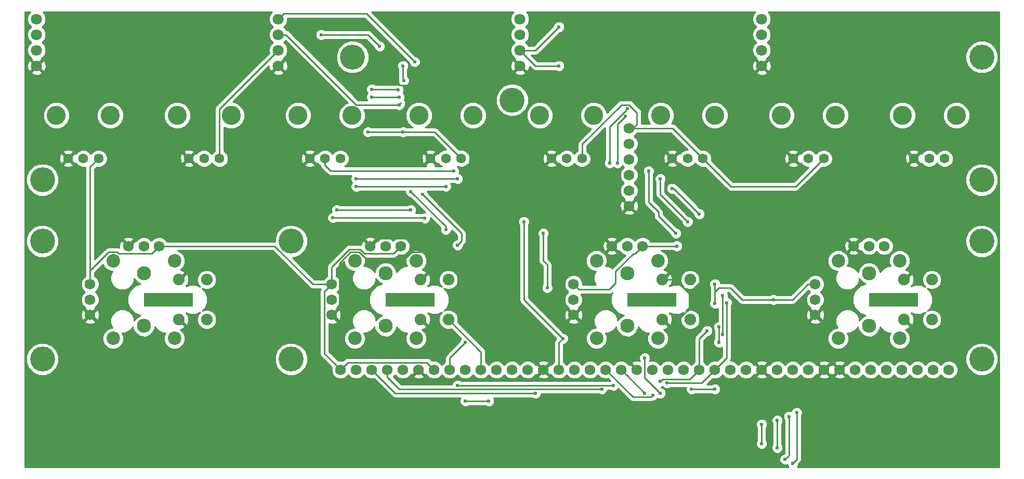
<source format=gbr>
G04 #@! TF.FileFunction,Copper,L2,Bot,Signal*
%FSLAX46Y46*%
G04 Gerber Fmt 4.6, Leading zero omitted, Abs format (unit mm)*
G04 Created by KiCad (PCBNEW 4.0.4-stable) date 08/15/17 17:17:09*
%MOMM*%
%LPD*%
G01*
G04 APERTURE LIST*
%ADD10C,0.100000*%
%ADD11C,4.064000*%
%ADD12C,1.727200*%
%ADD13R,8.000000X2.200000*%
%ADD14C,2.200000*%
%ADD15C,1.900000*%
%ADD16C,2.300000*%
%ADD17C,1.800000*%
%ADD18C,3.100000*%
%ADD19C,1.600000*%
%ADD20C,0.600000*%
%ADD21C,0.250000*%
%ADD22C,0.254000*%
G04 APERTURE END LIST*
D10*
D11*
X80000000Y45220000D03*
X3500000Y32220000D03*
X156500000Y32220000D03*
X156500000Y3000000D03*
X44000000Y3000000D03*
X3500000Y3000000D03*
D12*
X77470000Y1270000D03*
X102870000Y1270000D03*
X59690000Y1270000D03*
X52070000Y1270000D03*
X54610000Y1270000D03*
X57150000Y1270000D03*
X62230000Y1270000D03*
X72390000Y1270000D03*
X64770000Y1270000D03*
X67310000Y1270000D03*
X69850000Y1270000D03*
X74930000Y1270000D03*
X85090000Y1270000D03*
X77470000Y1270000D03*
X80010000Y1270000D03*
X82550000Y1270000D03*
X87630000Y1270000D03*
X97790000Y1270000D03*
X90170000Y1270000D03*
X92710000Y1270000D03*
X95250000Y1270000D03*
X100330000Y1270000D03*
X110490000Y1270000D03*
X102870000Y1270000D03*
X105410000Y1270000D03*
X107950000Y1270000D03*
X113030000Y1270000D03*
X123190000Y1270000D03*
X115570000Y1270000D03*
X118110000Y1270000D03*
X120650000Y1270000D03*
X125730000Y1270000D03*
X135890000Y1270000D03*
X128270000Y1270000D03*
X130810000Y1270000D03*
X133350000Y1270000D03*
X138430000Y1270000D03*
X148590000Y1270000D03*
X140970000Y1270000D03*
X143510000Y1270000D03*
X146050000Y1270000D03*
X151130000Y1270000D03*
D11*
X3500000Y22220000D03*
X156500000Y22220000D03*
X156500000Y52220000D03*
X54000000Y52220000D03*
X44000000Y22220000D03*
D13*
X102742500Y12700000D03*
D14*
X93742500Y6375000D03*
X93742500Y19025000D03*
X103742500Y6375000D03*
X103742500Y19025000D03*
D12*
X90012500Y12700000D03*
X90012500Y15200000D03*
X90012500Y10200000D03*
D15*
X104492500Y9450000D03*
X108992500Y9450000D03*
X104492500Y15950000D03*
X108992500Y15950000D03*
D16*
X98742500Y8400000D03*
X98742500Y17000000D03*
D12*
X98742500Y21430000D03*
X101242500Y21430000D03*
X96242500Y21430000D03*
D13*
X142112500Y12700000D03*
D14*
X133112500Y6375000D03*
X133112500Y19025000D03*
X143112500Y6375000D03*
X143112500Y19025000D03*
D12*
X129382500Y12700000D03*
X129382500Y15200000D03*
X129382500Y10200000D03*
D15*
X143862500Y9450000D03*
X148362500Y9450000D03*
X143862500Y15950000D03*
X148362500Y15950000D03*
D16*
X138112500Y8400000D03*
X138112500Y17000000D03*
D12*
X138112500Y21430000D03*
X140612500Y21430000D03*
X135612500Y21430000D03*
D13*
X24002500Y12700000D03*
D14*
X15002500Y6375000D03*
X15002500Y19025000D03*
X25002500Y6375000D03*
X25002500Y19025000D03*
D12*
X11272500Y12700000D03*
X11272500Y15200000D03*
X11272500Y10200000D03*
D15*
X25752500Y9450000D03*
X30252500Y9450000D03*
X25752500Y15950000D03*
X30252500Y15950000D03*
D16*
X20002500Y8400000D03*
X20002500Y17000000D03*
D12*
X20002500Y21430000D03*
X22502500Y21430000D03*
X17502500Y21430000D03*
D13*
X63372500Y12700000D03*
D14*
X54372500Y6375000D03*
X54372500Y19025000D03*
X64372500Y6375000D03*
X64372500Y19025000D03*
D12*
X50642500Y12700000D03*
X50642500Y15200000D03*
X50642500Y10200000D03*
D15*
X65122500Y9450000D03*
X69622500Y9450000D03*
X65122500Y15950000D03*
X69622500Y15950000D03*
D16*
X59372500Y8400000D03*
X59372500Y17000000D03*
D12*
X59372500Y21430000D03*
X61872500Y21430000D03*
X56872500Y21430000D03*
D17*
X2540000Y50800000D03*
X2540000Y53340000D03*
X2540000Y55880000D03*
X2540000Y58420000D03*
X41910000Y50800000D03*
X41910000Y53340000D03*
X41910000Y55880000D03*
X41910000Y58420000D03*
X81280000Y50800000D03*
X81280000Y53340000D03*
X81280000Y55880000D03*
X81280000Y58420000D03*
X120650000Y50800000D03*
X120650000Y53340000D03*
X120650000Y55880000D03*
X120650000Y58420000D03*
D18*
X143560800Y42700000D03*
X152349200Y42700000D03*
D19*
X145455000Y35689600D03*
X147955000Y35689600D03*
X150455000Y35689600D03*
D18*
X123875800Y42700000D03*
X132664200Y42700000D03*
D19*
X125770000Y35689600D03*
X128270000Y35689600D03*
X130770000Y35689600D03*
D18*
X104190800Y42700000D03*
X112979200Y42700000D03*
D19*
X106085000Y35689600D03*
X108585000Y35689600D03*
X111085000Y35689600D03*
D18*
X84505800Y42700000D03*
X93294200Y42700000D03*
D19*
X86400000Y35689600D03*
X88900000Y35689600D03*
X91400000Y35689600D03*
D18*
X64820800Y42700000D03*
X73609200Y42700000D03*
D19*
X66715000Y35689600D03*
X69215000Y35689600D03*
X71715000Y35689600D03*
D18*
X45135800Y42700000D03*
X53924200Y42700000D03*
D19*
X47030000Y35689600D03*
X49530000Y35689600D03*
X52030000Y35689600D03*
D18*
X25450800Y42700000D03*
X34239200Y42700000D03*
D19*
X27345000Y35689600D03*
X29845000Y35689600D03*
X32345000Y35689600D03*
D18*
X5765800Y42700000D03*
X14554200Y42700000D03*
D19*
X7660000Y35689600D03*
X10160000Y35689600D03*
X12660000Y35689600D03*
D12*
X99060000Y38100000D03*
X99060000Y27940000D03*
X99060000Y30480000D03*
X99060000Y33020000D03*
X99060000Y35560000D03*
X99060000Y40640000D03*
D20*
X71755000Y29210000D03*
X111760000Y17145000D03*
X106680000Y8255000D03*
X65405000Y49530000D03*
X58420000Y49530000D03*
X113030000Y15240000D03*
X106840000Y21430000D03*
X81915000Y25400000D03*
X88265000Y6350000D03*
X113030000Y12065000D03*
X122555000Y12700000D03*
X48895000Y55880000D03*
X58420000Y53975000D03*
X56515000Y40005000D03*
X62230000Y40005000D03*
X87630000Y57150000D03*
X87630000Y50800000D03*
X104140000Y-2540000D03*
X101600000Y3175000D03*
X94615000Y-1905000D03*
X96520000Y-1270000D03*
X71120000Y-1270000D03*
X106046411Y30815065D03*
X110490000Y26670000D03*
X108585000Y25400000D03*
X104140000Y32385000D03*
X104140000Y-635000D03*
X111760000Y7620000D03*
X106680000Y23495000D03*
X105227153Y-892484D03*
X102235000Y33655000D03*
X114935000Y12190000D03*
X114300000Y13335000D03*
X114300000Y6985000D03*
X113030000Y-1905000D03*
X109220000Y-1905000D03*
X83820000Y-2540000D03*
X62354449Y48384449D03*
X72390000Y5715000D03*
X71120000Y21590000D03*
X65405000Y29845000D03*
X62230000Y50800000D03*
X125730000Y-13970000D03*
X126365000Y-5715000D03*
X76200000Y-3810000D03*
X72390000Y-3810000D03*
X124460000Y-13335000D03*
X125095000Y-6350000D03*
X123190000Y-6985000D03*
X123190000Y-11430000D03*
X120650000Y-7620000D03*
X120650000Y-10795000D03*
X65787797Y25982961D03*
X50800000Y26035000D03*
X63499984Y27305000D03*
X51435000Y27305000D03*
X63500000Y30314987D03*
X69215000Y24130000D03*
X85725000Y14605000D03*
X85090000Y23495000D03*
X113665000Y5715000D03*
X113665000Y8255000D03*
X101600000Y-2540000D03*
X102924311Y-2871790D03*
X69215000Y31115000D03*
X54610000Y31115000D03*
X54610000Y32385000D03*
X71120000Y32385000D03*
X70485000Y33655000D03*
X98796501Y43800399D03*
X95885000Y34925000D03*
X95885000Y34925000D03*
X98425000Y42545000D03*
X97155000Y34925000D03*
X61595000Y45720000D03*
X57150000Y45720000D03*
X61595000Y44450000D03*
X61470551Y46865551D03*
X57150000Y46990000D03*
X64135000Y51435000D03*
D21*
X56675000Y18831502D02*
X55056501Y20450001D01*
X51506099Y11063599D02*
X50642500Y10200000D01*
X51831101Y18592603D02*
X51831101Y11388601D01*
X56872500Y21430000D02*
X58061101Y22618601D01*
X58061101Y22618601D02*
X62887901Y22618601D01*
X65056501Y20450001D02*
X63688499Y20450001D01*
X62887901Y22618601D02*
X65056501Y20450001D01*
X63688499Y20450001D02*
X62070000Y18831502D01*
X62070000Y18831502D02*
X56675000Y18831502D01*
X55056501Y20450001D02*
X53688499Y20450001D01*
X53688499Y20450001D02*
X51831101Y18592603D01*
X51831101Y11388601D02*
X51506099Y11063599D01*
X111760000Y17145000D02*
X111760000Y16720736D01*
X111760000Y16720736D02*
X108817501Y13778237D01*
X108817501Y13778237D02*
X108817501Y13696001D01*
X106680000Y8255000D02*
X106680000Y9024502D01*
X105836002Y15950000D02*
X104492500Y15950000D01*
X106680000Y9024502D02*
X108817501Y11162003D01*
X108817501Y11162003D02*
X108817501Y13696001D01*
X108817501Y13696001D02*
X106563502Y15950000D01*
X106563502Y15950000D02*
X105836002Y15950000D01*
X63500000Y47625000D02*
X65405000Y49530000D01*
X61595000Y47625000D02*
X63500000Y47625000D01*
X59690000Y49530000D02*
X61595000Y47625000D01*
X58420000Y49530000D02*
X59690000Y49530000D01*
X50642500Y18040413D02*
X50642500Y16421314D01*
X53502099Y20900012D02*
X50642500Y18040413D01*
X50642500Y16421314D02*
X50642500Y15200000D01*
X55242901Y20900012D02*
X53502099Y20900012D01*
X55901513Y20241399D02*
X55242901Y20900012D01*
X60683899Y20241399D02*
X55901513Y20241399D01*
X61872500Y21430000D02*
X60683899Y20241399D01*
X113030000Y13970000D02*
X113665000Y14605000D01*
X113665000Y14605000D02*
X115570000Y14605000D01*
X115570000Y14605000D02*
X117475000Y12700000D01*
X117475000Y12700000D02*
X122555000Y12700000D01*
X113030000Y13970000D02*
X113030000Y15240000D01*
X106840000Y21430000D02*
X101242500Y21430000D01*
X11272500Y15200000D02*
X11272500Y34302100D01*
X11272500Y34302100D02*
X12660000Y35689600D01*
X22502500Y21430000D02*
X21313899Y20241399D01*
X21313899Y20241399D02*
X15895103Y20241399D01*
X14318499Y20450001D02*
X11272500Y17404002D01*
X15895103Y20241399D02*
X15686501Y20450001D01*
X11272500Y17404002D02*
X11272500Y16421314D01*
X15686501Y20450001D02*
X14318499Y20450001D01*
X11272500Y16421314D02*
X11272500Y15200000D01*
X50642500Y15200000D02*
X47531638Y15200000D01*
X47531638Y15200000D02*
X41301638Y21430000D01*
X41301638Y21430000D02*
X23723814Y21430000D01*
X23723814Y21430000D02*
X22502500Y21430000D01*
X67310000Y1270000D02*
X66121399Y2458601D01*
X66121399Y2458601D02*
X53258601Y2458601D01*
X53258601Y2458601D02*
X52933599Y2133599D01*
X52933599Y2133599D02*
X52070000Y1270000D01*
X50642500Y15200000D02*
X49453899Y14011399D01*
X49453899Y14011399D02*
X49453899Y3886101D01*
X49453899Y3886101D02*
X51206401Y2133599D01*
X51206401Y2133599D02*
X52070000Y1270000D01*
X71715000Y35689600D02*
X67399600Y40005000D01*
X67399600Y40005000D02*
X62230000Y40005000D01*
X130770000Y35689600D02*
X126195400Y31115000D01*
X126195400Y31115000D02*
X115659600Y31115000D01*
X115659600Y31115000D02*
X111884999Y34889601D01*
X111884999Y34889601D02*
X111085000Y35689600D01*
X111085000Y35689600D02*
X106134600Y40640000D01*
X106134600Y40640000D02*
X99060000Y40640000D01*
X99060000Y40640000D02*
X99695000Y40640000D01*
X99695000Y40640000D02*
X100330000Y41275000D01*
X100330000Y41275000D02*
X100330000Y43180000D01*
X100330000Y43180000D02*
X99060000Y44450000D01*
X99060000Y44450000D02*
X97819202Y44450000D01*
X97819202Y44450000D02*
X91400000Y38030798D01*
X91400000Y38030798D02*
X91400000Y36820970D01*
X91400000Y36820970D02*
X91400000Y35689600D01*
X81915000Y25400000D02*
X81915000Y12700000D01*
X81915000Y12700000D02*
X88265000Y6350000D01*
X88265000Y6350000D02*
X87630000Y5715000D01*
X87630000Y5715000D02*
X87630000Y1270000D01*
X101242500Y21430000D02*
X100053899Y20241399D01*
X100053899Y20241399D02*
X99800897Y20241399D01*
X99800897Y20241399D02*
X96867501Y17308003D01*
X95783903Y14336401D02*
X90876099Y14336401D01*
X96867501Y17308003D02*
X96867501Y15419999D01*
X90876099Y14336401D02*
X90012500Y15200000D01*
X96867501Y15419999D02*
X95783903Y14336401D01*
X113030000Y12065000D02*
X113030000Y13970000D01*
X125661186Y12700000D02*
X122555000Y12700000D01*
X129382500Y15200000D02*
X128161186Y15200000D01*
X128161186Y15200000D02*
X125661186Y12700000D01*
X56515000Y55880000D02*
X48895000Y55880000D01*
X58420000Y53975000D02*
X56515000Y55880000D01*
X32345000Y35689600D02*
X32345000Y43775000D01*
X32345000Y43775000D02*
X41910000Y53340000D01*
X62230000Y40005000D02*
X56515000Y40005000D01*
X83820000Y53340000D02*
X87630000Y57150000D01*
X81280000Y53340000D02*
X83820000Y53340000D01*
X87630000Y50800000D02*
X83820000Y50800000D01*
X83820000Y50800000D02*
X81280000Y53340000D01*
X101600000Y0D02*
X104140000Y-2540000D01*
X101600000Y3175000D02*
X101600000Y0D01*
X61643686Y-1905000D02*
X94615000Y-1905000D01*
X59690000Y1270000D02*
X59690000Y48686D01*
X59690000Y48686D02*
X61643686Y-1905000D01*
X95885000Y-1270000D02*
X96520000Y-1270000D01*
X71120000Y-1270000D02*
X95885000Y-1270000D01*
X110490000Y26670000D02*
X106344935Y30815065D01*
X106344935Y30815065D02*
X106046411Y30815065D01*
X104140000Y29845000D02*
X108285001Y25699999D01*
X108285001Y25699999D02*
X108585000Y25400000D01*
X104140000Y32385000D02*
X104140000Y29845000D01*
X104439999Y-335001D02*
X104140000Y-635000D01*
X108952518Y-267482D02*
X104507518Y-267482D01*
X104507518Y-267482D02*
X104439999Y-335001D01*
X110490000Y1270000D02*
X108952518Y-267482D01*
X111760000Y7620000D02*
X110490000Y6350000D01*
X110490000Y6350000D02*
X110490000Y1270000D01*
X106380001Y23794999D02*
X106680000Y23495000D01*
X103840001Y26334999D02*
X106380001Y23794999D01*
X103840001Y26969999D02*
X103840001Y26334999D01*
X102235000Y28575000D02*
X103840001Y26969999D01*
X102870000Y27940000D02*
X103840001Y26969999D01*
X102235000Y33655000D02*
X102235000Y28575000D01*
X105651417Y-892484D02*
X105227153Y-892484D01*
X113030000Y1270000D02*
X110867516Y-892484D01*
X110867516Y-892484D02*
X105651417Y-892484D01*
X114935000Y12190000D02*
X114935000Y3175000D01*
X114935000Y3175000D02*
X113030000Y1270000D01*
X114300000Y6985000D02*
X114300000Y13335000D01*
X109220000Y-1905000D02*
X113030000Y-1905000D01*
X83820000Y-2540000D02*
X60960000Y-2540000D01*
X60960000Y-2540000D02*
X57150000Y1270000D01*
X62230000Y50800000D02*
X62230000Y48508898D01*
X62230000Y48508898D02*
X62354449Y48384449D01*
X72390000Y5715000D02*
X69850000Y3175000D01*
X69850000Y3175000D02*
X69850000Y1270000D01*
X71755000Y23495000D02*
X71755000Y22225000D01*
X71755000Y22225000D02*
X71120000Y21590000D01*
X65405000Y29845000D02*
X71755000Y23495000D01*
X126365000Y-13335000D02*
X125730000Y-13970000D01*
X126365000Y-5715000D02*
X126365000Y-13335000D01*
X72390000Y-3810000D02*
X76200000Y-3810000D01*
X125095000Y-12700000D02*
X124460000Y-13335000D01*
X125095000Y-6350000D02*
X125095000Y-12700000D01*
X123190000Y-11430000D02*
X123190000Y-6985000D01*
X69622500Y9450000D02*
X74930000Y4142500D01*
X74930000Y4142500D02*
X74930000Y1270000D01*
X120650000Y-10795000D02*
X120650000Y-7620000D01*
X50800000Y26035000D02*
X65735758Y26035000D01*
X65735758Y26035000D02*
X65787797Y25982961D01*
X51435000Y27305000D02*
X63499984Y27305000D01*
X69215000Y24599987D02*
X63500000Y30314987D01*
X69215000Y24130000D02*
X69215000Y24599987D01*
X85090000Y19050000D02*
X85725000Y18415000D01*
X85725000Y18415000D02*
X85725000Y14605000D01*
X85090000Y23495000D02*
X85090000Y19050000D01*
X113665000Y8255000D02*
X113665000Y5715000D01*
X98653599Y406401D02*
X101600000Y-2540000D01*
X97790000Y1270000D02*
X98653599Y406401D01*
X102624312Y-3171789D02*
X102924311Y-2871790D01*
X99691789Y-3171789D02*
X102624312Y-3171789D01*
X95250000Y1270000D02*
X99691789Y-3171789D01*
X54610000Y31115000D02*
X69215000Y31115000D01*
X55245000Y32385000D02*
X54610000Y32385000D01*
X71120000Y32385000D02*
X55245000Y32385000D01*
X50433230Y33655000D02*
X70485000Y33655000D01*
X49530000Y35689600D02*
X49530000Y34558230D01*
X49530000Y34558230D02*
X50433230Y33655000D01*
X95885000Y40888898D02*
X98496502Y43500400D01*
X95885000Y34925000D02*
X95885000Y40888898D01*
X98496502Y43500400D02*
X98796501Y43800399D01*
X97155000Y41275000D02*
X98425000Y42545000D01*
X97155000Y34925000D02*
X97155000Y41275000D01*
X60960000Y45720000D02*
X61595000Y45720000D01*
X57150000Y45720000D02*
X60960000Y45720000D01*
X61170736Y44450000D02*
X61595000Y44450000D01*
X41910000Y55880000D02*
X43182792Y55880000D01*
X54612792Y44450000D02*
X61170736Y44450000D01*
X61894999Y44749999D02*
X61595000Y44450000D01*
X43182792Y55880000D02*
X54612792Y44450000D01*
X61346102Y46990000D02*
X61470551Y46865551D01*
X57150000Y46990000D02*
X61346102Y46990000D01*
X56250001Y59319999D02*
X64135000Y51435000D01*
X41910000Y58420000D02*
X42809999Y59319999D01*
X42809999Y59319999D02*
X56250001Y59319999D01*
D22*
G36*
X1239449Y59290643D02*
X1005267Y58726670D01*
X1004735Y58116009D01*
X1237932Y57551629D01*
X1639182Y57149677D01*
X1239449Y56750643D01*
X1005267Y56186670D01*
X1004735Y55576009D01*
X1237932Y55011629D01*
X1639182Y54609677D01*
X1239449Y54210643D01*
X1005267Y53646670D01*
X1004735Y53036009D01*
X1237932Y52471629D01*
X1669357Y52039449D01*
X1690194Y52030797D01*
X1639446Y51880159D01*
X2540000Y50979605D01*
X3440554Y51880159D01*
X3389965Y52030327D01*
X3408371Y52037932D01*
X3840551Y52469357D01*
X4074733Y53033330D01*
X4075265Y53643991D01*
X3842068Y54208371D01*
X3440818Y54610323D01*
X3840551Y55009357D01*
X4074733Y55573330D01*
X4075265Y56183991D01*
X3842068Y56748371D01*
X3440818Y57150323D01*
X3840551Y57549357D01*
X4074733Y58113330D01*
X4075265Y58723991D01*
X3842068Y59288371D01*
X3595870Y59535000D01*
X40854234Y59535000D01*
X40609449Y59290643D01*
X40375267Y58726670D01*
X40374735Y58116009D01*
X40607932Y57551629D01*
X41009182Y57149677D01*
X40609449Y56750643D01*
X40375267Y56186670D01*
X40374735Y55576009D01*
X40607932Y55011629D01*
X41009182Y54609677D01*
X40609449Y54210643D01*
X40375267Y53646670D01*
X40374735Y53036009D01*
X40420485Y52925287D01*
X31807599Y44312401D01*
X31642852Y44065839D01*
X31585000Y43775000D01*
X31585000Y36928246D01*
X31533200Y36906843D01*
X31129176Y36503523D01*
X31095187Y36421669D01*
X31062243Y36501400D01*
X30658923Y36905424D01*
X30131691Y37124350D01*
X29560813Y37124848D01*
X29033200Y36906843D01*
X28629176Y36503523D01*
X28601577Y36437056D01*
X28598864Y36443605D01*
X28352745Y36517739D01*
X27524605Y35689600D01*
X28352745Y34861461D01*
X28598864Y34935595D01*
X28601196Y34942083D01*
X28627757Y34877800D01*
X29031077Y34473776D01*
X29558309Y34254850D01*
X30129187Y34254352D01*
X30656800Y34472357D01*
X31060824Y34875677D01*
X31094813Y34957531D01*
X31127757Y34877800D01*
X31531077Y34473776D01*
X32058309Y34254850D01*
X32629187Y34254352D01*
X33156800Y34472357D01*
X33366663Y34681855D01*
X46201861Y34681855D01*
X46275995Y34435736D01*
X46813223Y34242635D01*
X47383454Y34269822D01*
X47784005Y34435736D01*
X47858139Y34681855D01*
X47030000Y35509995D01*
X46201861Y34681855D01*
X33366663Y34681855D01*
X33560824Y34875677D01*
X33779750Y35402909D01*
X33780189Y35906377D01*
X45583035Y35906377D01*
X45610222Y35336146D01*
X45776136Y34935595D01*
X46022255Y34861461D01*
X46850395Y35689600D01*
X47209605Y35689600D01*
X48037745Y34861461D01*
X48283864Y34935595D01*
X48286196Y34942083D01*
X48312757Y34877800D01*
X48716077Y34473776D01*
X48793166Y34441766D01*
X48827852Y34267391D01*
X48992599Y34020829D01*
X49895829Y33117599D01*
X50142391Y32952852D01*
X50433230Y32895000D01*
X53809367Y32895000D01*
X53675162Y32571799D01*
X53674838Y32199833D01*
X53816883Y31856057D01*
X53922710Y31750046D01*
X53817808Y31645327D01*
X53675162Y31301799D01*
X53674838Y30929833D01*
X53816883Y30586057D01*
X54079673Y30322808D01*
X54423201Y30180162D01*
X54795167Y30179838D01*
X55138943Y30321883D01*
X55172118Y30355000D01*
X62565034Y30355000D01*
X62564838Y30129820D01*
X62706883Y29786044D01*
X62969673Y29522795D01*
X63313201Y29380149D01*
X63360077Y29380108D01*
X65822253Y26917932D01*
X65602630Y26918123D01*
X65304649Y26795000D01*
X64300617Y26795000D01*
X64434822Y27118201D01*
X64435146Y27490167D01*
X64293101Y27833943D01*
X64030311Y28097192D01*
X63686783Y28239838D01*
X63314817Y28240162D01*
X62971041Y28098117D01*
X62937866Y28065000D01*
X51997463Y28065000D01*
X51965327Y28097192D01*
X51621799Y28239838D01*
X51249833Y28240162D01*
X50906057Y28098117D01*
X50642808Y27835327D01*
X50500162Y27491799D01*
X50499838Y27119833D01*
X50569432Y26951403D01*
X50271057Y26828117D01*
X50007808Y26565327D01*
X49865162Y26221799D01*
X49864838Y25849833D01*
X50006883Y25506057D01*
X50269673Y25242808D01*
X50613201Y25100162D01*
X50985167Y25099838D01*
X51328943Y25241883D01*
X51362118Y25275000D01*
X65173386Y25275000D01*
X65257470Y25190769D01*
X65600998Y25048123D01*
X65972964Y25047799D01*
X66316740Y25189844D01*
X66579989Y25452634D01*
X66722635Y25796162D01*
X66722828Y26017357D01*
X68322184Y24418000D01*
X68280162Y24316799D01*
X68279838Y23944833D01*
X68421883Y23601057D01*
X68684673Y23337808D01*
X69028201Y23195162D01*
X69400167Y23194838D01*
X69743943Y23336883D01*
X70007192Y23599673D01*
X70149838Y23943201D01*
X70149910Y24025288D01*
X70995000Y23180198D01*
X70995000Y22539802D01*
X70980320Y22525122D01*
X70934833Y22525162D01*
X70591057Y22383117D01*
X70327808Y22120327D01*
X70185162Y21776799D01*
X70184838Y21404833D01*
X70326883Y21061057D01*
X70589673Y20797808D01*
X70933201Y20655162D01*
X71305167Y20654838D01*
X71648943Y20796883D01*
X71912192Y21059673D01*
X72054838Y21403201D01*
X72054879Y21450077D01*
X72292401Y21687599D01*
X72457148Y21934161D01*
X72515000Y22225000D01*
X72515000Y23495000D01*
X72457148Y23785839D01*
X72292401Y24032401D01*
X69438607Y26886195D01*
X98185800Y26886195D01*
X98267741Y26633484D01*
X98828030Y26429752D01*
X99423635Y26455942D01*
X99852259Y26633484D01*
X99934200Y26886195D01*
X99060000Y27760395D01*
X98185800Y26886195D01*
X69438607Y26886195D01*
X68152832Y28171970D01*
X97549752Y28171970D01*
X97575942Y27576365D01*
X97753484Y27147741D01*
X98006195Y27065800D01*
X98880395Y27940000D01*
X99239605Y27940000D01*
X100113805Y27065800D01*
X100366516Y27147741D01*
X100570248Y27708030D01*
X100544058Y28303635D01*
X100366516Y28732259D01*
X100113805Y28814200D01*
X99239605Y27940000D01*
X98880395Y27940000D01*
X98006195Y28814200D01*
X97753484Y28732259D01*
X97549752Y28171970D01*
X68152832Y28171970D01*
X66340122Y29984680D01*
X66340162Y30030167D01*
X66205944Y30355000D01*
X68652537Y30355000D01*
X68684673Y30322808D01*
X69028201Y30180162D01*
X69400167Y30179838D01*
X69743943Y30321883D01*
X70007192Y30584673D01*
X70149838Y30928201D01*
X70150162Y31300167D01*
X70015944Y31625000D01*
X70557537Y31625000D01*
X70589673Y31592808D01*
X70933201Y31450162D01*
X71305167Y31449838D01*
X71648943Y31591883D01*
X71912192Y31854673D01*
X72054838Y32198201D01*
X72055162Y32570167D01*
X71913117Y32913943D01*
X71650327Y33177192D01*
X71350668Y33301622D01*
X71419838Y33468201D01*
X71420162Y33840167D01*
X71278117Y34183943D01*
X71050888Y34411569D01*
X71428309Y34254850D01*
X71999187Y34254352D01*
X72526800Y34472357D01*
X72736663Y34681855D01*
X85571861Y34681855D01*
X85645995Y34435736D01*
X86183223Y34242635D01*
X86753454Y34269822D01*
X87154005Y34435736D01*
X87228139Y34681855D01*
X86400000Y35509995D01*
X85571861Y34681855D01*
X72736663Y34681855D01*
X72930824Y34875677D01*
X73149750Y35402909D01*
X73150189Y35906377D01*
X84953035Y35906377D01*
X84980222Y35336146D01*
X85146136Y34935595D01*
X85392255Y34861461D01*
X86220395Y35689600D01*
X86579605Y35689600D01*
X87407745Y34861461D01*
X87653864Y34935595D01*
X87656196Y34942083D01*
X87682757Y34877800D01*
X88086077Y34473776D01*
X88613309Y34254850D01*
X89184187Y34254352D01*
X89711800Y34472357D01*
X90115824Y34875677D01*
X90149813Y34957531D01*
X90182757Y34877800D01*
X90586077Y34473776D01*
X91113309Y34254850D01*
X91684187Y34254352D01*
X92211800Y34472357D01*
X92615824Y34875677D01*
X92834750Y35402909D01*
X92835248Y35973787D01*
X92617243Y36501400D01*
X92213923Y36905424D01*
X92160000Y36927815D01*
X92160000Y37715996D01*
X95125000Y40680996D01*
X95125000Y35487463D01*
X95092808Y35455327D01*
X94950162Y35111799D01*
X94949838Y34739833D01*
X95091883Y34396057D01*
X95354673Y34132808D01*
X95698201Y33990162D01*
X96070167Y33989838D01*
X96413943Y34131883D01*
X96519954Y34237710D01*
X96624673Y34132808D01*
X96968201Y33990162D01*
X97340167Y33989838D01*
X97683943Y34131883D01*
X97947192Y34394673D01*
X97993786Y34506884D01*
X98210003Y34290290D01*
X98210931Y34289905D01*
X97790290Y33869997D01*
X97561661Y33319398D01*
X97561141Y32723218D01*
X97788808Y32172220D01*
X98210003Y31750290D01*
X98210931Y31749905D01*
X97790290Y31329997D01*
X97561661Y30779398D01*
X97561141Y30183218D01*
X97788808Y29632220D01*
X98210003Y29210290D01*
X98250537Y29193459D01*
X98185800Y28993805D01*
X99060000Y28119605D01*
X99934200Y28993805D01*
X99869601Y29193033D01*
X99907780Y29208808D01*
X100329710Y29630003D01*
X100558339Y30180602D01*
X100558859Y30776782D01*
X100331192Y31327780D01*
X99909997Y31749710D01*
X99909069Y31750095D01*
X100329710Y32170003D01*
X100558339Y32720602D01*
X100558859Y33316782D01*
X100495620Y33469833D01*
X101299838Y33469833D01*
X101441883Y33126057D01*
X101475000Y33092882D01*
X101475000Y28575000D01*
X101532852Y28284161D01*
X101697599Y28037599D01*
X103080001Y26655197D01*
X103080001Y26334999D01*
X103137853Y26044160D01*
X103302600Y25797598D01*
X105744878Y23355320D01*
X105744838Y23309833D01*
X105886883Y22966057D01*
X106149673Y22702808D01*
X106493201Y22560162D01*
X106865167Y22559838D01*
X107208943Y22701883D01*
X107472192Y22964673D01*
X107614838Y23308201D01*
X107615162Y23680167D01*
X107473117Y24023943D01*
X107210327Y24287192D01*
X106866799Y24429838D01*
X106819923Y24429879D01*
X104600001Y26649801D01*
X104600001Y26969999D01*
X104554461Y27198943D01*
X104542149Y27260839D01*
X104377402Y27507400D01*
X102995000Y28889802D01*
X102995000Y32199833D01*
X103204838Y32199833D01*
X103346883Y31856057D01*
X103380000Y31822882D01*
X103380000Y29845000D01*
X103437852Y29554161D01*
X103602599Y29307599D01*
X107649878Y25260320D01*
X107649838Y25214833D01*
X107791883Y24871057D01*
X108054673Y24607808D01*
X108398201Y24465162D01*
X108770167Y24464838D01*
X109113943Y24606883D01*
X109377192Y24869673D01*
X109519838Y25213201D01*
X109520162Y25585167D01*
X109378117Y25928943D01*
X109115327Y26192192D01*
X108771799Y26334838D01*
X108724923Y26334879D01*
X104900000Y30159802D01*
X104900000Y30629898D01*
X105111249Y30629898D01*
X105253294Y30286122D01*
X105516084Y30022873D01*
X105859612Y29880227D01*
X106205272Y29879926D01*
X109554878Y26530320D01*
X109554838Y26484833D01*
X109696883Y26141057D01*
X109959673Y25877808D01*
X110303201Y25735162D01*
X110675167Y25734838D01*
X111018943Y25876883D01*
X111282192Y26139673D01*
X111424838Y26483201D01*
X111425162Y26855167D01*
X111283117Y27198943D01*
X111020327Y27462192D01*
X110676799Y27604838D01*
X110629923Y27604879D01*
X106882336Y31352466D01*
X106728423Y31455307D01*
X106576738Y31607257D01*
X106233210Y31749903D01*
X105861244Y31750227D01*
X105517468Y31608182D01*
X105254219Y31345392D01*
X105111573Y31001864D01*
X105111249Y30629898D01*
X104900000Y30629898D01*
X104900000Y31822537D01*
X104932192Y31854673D01*
X105074838Y32198201D01*
X105075162Y32570167D01*
X104933117Y32913943D01*
X104670327Y33177192D01*
X104326799Y33319838D01*
X103954833Y33320162D01*
X103611057Y33178117D01*
X103347808Y32915327D01*
X103205162Y32571799D01*
X103204838Y32199833D01*
X102995000Y32199833D01*
X102995000Y33092537D01*
X103027192Y33124673D01*
X103169838Y33468201D01*
X103170162Y33840167D01*
X103028117Y34183943D01*
X102765327Y34447192D01*
X102421799Y34589838D01*
X102049833Y34590162D01*
X101706057Y34448117D01*
X101442808Y34185327D01*
X101300162Y33841799D01*
X101299838Y33469833D01*
X100495620Y33469833D01*
X100331192Y33867780D01*
X99909997Y34289710D01*
X99909069Y34290095D01*
X100301512Y34681855D01*
X105256861Y34681855D01*
X105330995Y34435736D01*
X105868223Y34242635D01*
X106438454Y34269822D01*
X106839005Y34435736D01*
X106913139Y34681855D01*
X106085000Y35509995D01*
X105256861Y34681855D01*
X100301512Y34681855D01*
X100329710Y34710003D01*
X100558339Y35260602D01*
X100558859Y35856782D01*
X100538367Y35906377D01*
X104638035Y35906377D01*
X104665222Y35336146D01*
X104831136Y34935595D01*
X105077255Y34861461D01*
X105905395Y35689600D01*
X105077255Y36517739D01*
X104831136Y36443605D01*
X104638035Y35906377D01*
X100538367Y35906377D01*
X100331192Y36407780D01*
X100042132Y36697345D01*
X105256861Y36697345D01*
X106085000Y35869205D01*
X106913139Y36697345D01*
X106839005Y36943464D01*
X106301777Y37136565D01*
X105731546Y37109378D01*
X105330995Y36943464D01*
X105256861Y36697345D01*
X100042132Y36697345D01*
X99909997Y36829710D01*
X99909069Y36830095D01*
X100329710Y37250003D01*
X100558339Y37800602D01*
X100558859Y38396782D01*
X100331192Y38947780D01*
X99909997Y39369710D01*
X99909069Y39370095D01*
X100329710Y39790003D01*
X100367080Y39880000D01*
X105819798Y39880000D01*
X108575189Y37124609D01*
X108300813Y37124848D01*
X107773200Y36906843D01*
X107369176Y36503523D01*
X107341577Y36437056D01*
X107338864Y36443605D01*
X107092745Y36517739D01*
X106264605Y35689600D01*
X107092745Y34861461D01*
X107338864Y34935595D01*
X107341196Y34942083D01*
X107367757Y34877800D01*
X107771077Y34473776D01*
X108298309Y34254850D01*
X108869187Y34254352D01*
X109396800Y34472357D01*
X109800824Y34875677D01*
X109834813Y34957531D01*
X109867757Y34877800D01*
X110271077Y34473776D01*
X110798309Y34254850D01*
X111369187Y34254352D01*
X111423149Y34276649D01*
X115122199Y30577599D01*
X115368761Y30412852D01*
X115659600Y30355000D01*
X126195400Y30355000D01*
X126486239Y30412852D01*
X126732801Y30577599D01*
X127847030Y31691828D01*
X153832538Y31691828D01*
X154237709Y30711239D01*
X154987293Y29960345D01*
X155967173Y29553464D01*
X157028172Y29552538D01*
X158008761Y29957709D01*
X158759655Y30707293D01*
X159166536Y31687173D01*
X159167462Y32748172D01*
X158762291Y33728761D01*
X158012707Y34479655D01*
X157032827Y34886536D01*
X155971828Y34887462D01*
X154991239Y34482291D01*
X154240345Y33732707D01*
X153833464Y32752827D01*
X153832538Y31691828D01*
X127847030Y31691828D01*
X130431546Y34276344D01*
X130483309Y34254850D01*
X131054187Y34254352D01*
X131581800Y34472357D01*
X131791663Y34681855D01*
X144626861Y34681855D01*
X144700995Y34435736D01*
X145238223Y34242635D01*
X145808454Y34269822D01*
X146209005Y34435736D01*
X146283139Y34681855D01*
X145455000Y35509995D01*
X144626861Y34681855D01*
X131791663Y34681855D01*
X131985824Y34875677D01*
X132204750Y35402909D01*
X132205189Y35906377D01*
X144008035Y35906377D01*
X144035222Y35336146D01*
X144201136Y34935595D01*
X144447255Y34861461D01*
X145275395Y35689600D01*
X145634605Y35689600D01*
X146462745Y34861461D01*
X146708864Y34935595D01*
X146711196Y34942083D01*
X146737757Y34877800D01*
X147141077Y34473776D01*
X147668309Y34254850D01*
X148239187Y34254352D01*
X148766800Y34472357D01*
X149170824Y34875677D01*
X149204813Y34957531D01*
X149237757Y34877800D01*
X149641077Y34473776D01*
X150168309Y34254850D01*
X150739187Y34254352D01*
X151266800Y34472357D01*
X151670824Y34875677D01*
X151889750Y35402909D01*
X151890248Y35973787D01*
X151672243Y36501400D01*
X151268923Y36905424D01*
X150741691Y37124350D01*
X150170813Y37124848D01*
X149643200Y36906843D01*
X149239176Y36503523D01*
X149205187Y36421669D01*
X149172243Y36501400D01*
X148768923Y36905424D01*
X148241691Y37124350D01*
X147670813Y37124848D01*
X147143200Y36906843D01*
X146739176Y36503523D01*
X146711577Y36437056D01*
X146708864Y36443605D01*
X146462745Y36517739D01*
X145634605Y35689600D01*
X145275395Y35689600D01*
X144447255Y36517739D01*
X144201136Y36443605D01*
X144008035Y35906377D01*
X132205189Y35906377D01*
X132205248Y35973787D01*
X131987243Y36501400D01*
X131791640Y36697345D01*
X144626861Y36697345D01*
X145455000Y35869205D01*
X146283139Y36697345D01*
X146209005Y36943464D01*
X145671777Y37136565D01*
X145101546Y37109378D01*
X144700995Y36943464D01*
X144626861Y36697345D01*
X131791640Y36697345D01*
X131583923Y36905424D01*
X131056691Y37124350D01*
X130485813Y37124848D01*
X129958200Y36906843D01*
X129554176Y36503523D01*
X129520187Y36421669D01*
X129487243Y36501400D01*
X129083923Y36905424D01*
X128556691Y37124350D01*
X127985813Y37124848D01*
X127458200Y36906843D01*
X127054176Y36503523D01*
X127026577Y36437056D01*
X127023864Y36443605D01*
X126777745Y36517739D01*
X125949605Y35689600D01*
X126777745Y34861461D01*
X127023864Y34935595D01*
X127026196Y34942083D01*
X127052757Y34877800D01*
X127456077Y34473776D01*
X127983309Y34254850D01*
X128260206Y34254608D01*
X125880598Y31875000D01*
X115974402Y31875000D01*
X113167547Y34681855D01*
X124941861Y34681855D01*
X125015995Y34435736D01*
X125553223Y34242635D01*
X126123454Y34269822D01*
X126524005Y34435736D01*
X126598139Y34681855D01*
X125770000Y35509995D01*
X124941861Y34681855D01*
X113167547Y34681855D01*
X112498256Y35351146D01*
X112519750Y35402909D01*
X112520189Y35906377D01*
X124323035Y35906377D01*
X124350222Y35336146D01*
X124516136Y34935595D01*
X124762255Y34861461D01*
X125590395Y35689600D01*
X124762255Y36517739D01*
X124516136Y36443605D01*
X124323035Y35906377D01*
X112520189Y35906377D01*
X112520248Y35973787D01*
X112302243Y36501400D01*
X112106640Y36697345D01*
X124941861Y36697345D01*
X125770000Y35869205D01*
X126598139Y36697345D01*
X126524005Y36943464D01*
X125986777Y37136565D01*
X125416546Y37109378D01*
X125015995Y36943464D01*
X124941861Y36697345D01*
X112106640Y36697345D01*
X111898923Y36905424D01*
X111371691Y37124350D01*
X110800813Y37124848D01*
X110746851Y37102551D01*
X106672001Y41177401D01*
X106425439Y41342148D01*
X106134600Y41400000D01*
X105981286Y41400000D01*
X106042073Y41460681D01*
X106375420Y42263470D01*
X106375423Y42267283D01*
X110793821Y42267283D01*
X111125767Y41463914D01*
X111739881Y40848727D01*
X112542670Y40515380D01*
X113411917Y40514621D01*
X114215286Y40846567D01*
X114830473Y41460681D01*
X115163820Y42263470D01*
X115163823Y42267283D01*
X121690421Y42267283D01*
X122022367Y41463914D01*
X122636481Y40848727D01*
X123439270Y40515380D01*
X124308517Y40514621D01*
X125111886Y40846567D01*
X125727073Y41460681D01*
X126060420Y42263470D01*
X126060423Y42267283D01*
X130478821Y42267283D01*
X130810767Y41463914D01*
X131424881Y40848727D01*
X132227670Y40515380D01*
X133096917Y40514621D01*
X133900286Y40846567D01*
X134515473Y41460681D01*
X134848820Y42263470D01*
X134848823Y42267283D01*
X141375421Y42267283D01*
X141707367Y41463914D01*
X142321481Y40848727D01*
X143124270Y40515380D01*
X143993517Y40514621D01*
X144796886Y40846567D01*
X145412073Y41460681D01*
X145745420Y42263470D01*
X145745423Y42267283D01*
X150163821Y42267283D01*
X150495767Y41463914D01*
X151109881Y40848727D01*
X151912670Y40515380D01*
X152781917Y40514621D01*
X153585286Y40846567D01*
X154200473Y41460681D01*
X154533820Y42263470D01*
X154534579Y43132717D01*
X154202633Y43936086D01*
X153588519Y44551273D01*
X152785730Y44884620D01*
X151916483Y44885379D01*
X151113114Y44553433D01*
X150497927Y43939319D01*
X150164580Y43136530D01*
X150163821Y42267283D01*
X145745423Y42267283D01*
X145746179Y43132717D01*
X145414233Y43936086D01*
X144800119Y44551273D01*
X143997330Y44884620D01*
X143128083Y44885379D01*
X142324714Y44553433D01*
X141709527Y43939319D01*
X141376180Y43136530D01*
X141375421Y42267283D01*
X134848823Y42267283D01*
X134849579Y43132717D01*
X134517633Y43936086D01*
X133903519Y44551273D01*
X133100730Y44884620D01*
X132231483Y44885379D01*
X131428114Y44553433D01*
X130812927Y43939319D01*
X130479580Y43136530D01*
X130478821Y42267283D01*
X126060423Y42267283D01*
X126061179Y43132717D01*
X125729233Y43936086D01*
X125115119Y44551273D01*
X124312330Y44884620D01*
X123443083Y44885379D01*
X122639714Y44553433D01*
X122024527Y43939319D01*
X121691180Y43136530D01*
X121690421Y42267283D01*
X115163823Y42267283D01*
X115164579Y43132717D01*
X114832633Y43936086D01*
X114218519Y44551273D01*
X113415730Y44884620D01*
X112546483Y44885379D01*
X111743114Y44553433D01*
X111127927Y43939319D01*
X110794580Y43136530D01*
X110793821Y42267283D01*
X106375423Y42267283D01*
X106376179Y43132717D01*
X106044233Y43936086D01*
X105430119Y44551273D01*
X104627330Y44884620D01*
X103758083Y44885379D01*
X102954714Y44553433D01*
X102339527Y43939319D01*
X102006180Y43136530D01*
X102005421Y42267283D01*
X102337367Y41463914D01*
X102401170Y41400000D01*
X101090000Y41400000D01*
X101090000Y43180000D01*
X101032148Y43470839D01*
X101032148Y43470840D01*
X100867401Y43717401D01*
X99597401Y44987401D01*
X99350839Y45152148D01*
X99060000Y45210000D01*
X97819202Y45210000D01*
X97528363Y45152148D01*
X97281801Y44987401D01*
X95464240Y43169840D01*
X95147633Y43936086D01*
X94533519Y44551273D01*
X93730730Y44884620D01*
X92861483Y44885379D01*
X92058114Y44553433D01*
X91442927Y43939319D01*
X91109580Y43136530D01*
X91108821Y42267283D01*
X91440767Y41463914D01*
X92054881Y40848727D01*
X92823831Y40529431D01*
X90862599Y38568199D01*
X90697852Y38321637D01*
X90640000Y38030798D01*
X90640000Y36928246D01*
X90588200Y36906843D01*
X90184176Y36503523D01*
X90150187Y36421669D01*
X90117243Y36501400D01*
X89713923Y36905424D01*
X89186691Y37124350D01*
X88615813Y37124848D01*
X88088200Y36906843D01*
X87684176Y36503523D01*
X87656577Y36437056D01*
X87653864Y36443605D01*
X87407745Y36517739D01*
X86579605Y35689600D01*
X86220395Y35689600D01*
X85392255Y36517739D01*
X85146136Y36443605D01*
X84953035Y35906377D01*
X73150189Y35906377D01*
X73150248Y35973787D01*
X72932243Y36501400D01*
X72736640Y36697345D01*
X85571861Y36697345D01*
X86400000Y35869205D01*
X87228139Y36697345D01*
X87154005Y36943464D01*
X86616777Y37136565D01*
X86046546Y37109378D01*
X85645995Y36943464D01*
X85571861Y36697345D01*
X72736640Y36697345D01*
X72528923Y36905424D01*
X72001691Y37124350D01*
X71430813Y37124848D01*
X71376851Y37102551D01*
X67937001Y40542401D01*
X67690439Y40707148D01*
X67399600Y40765000D01*
X65859479Y40765000D01*
X66056886Y40846567D01*
X66672073Y41460681D01*
X67005420Y42263470D01*
X67005423Y42267283D01*
X71423821Y42267283D01*
X71755767Y41463914D01*
X72369881Y40848727D01*
X73172670Y40515380D01*
X74041917Y40514621D01*
X74845286Y40846567D01*
X75460473Y41460681D01*
X75793820Y42263470D01*
X75793823Y42267283D01*
X82320421Y42267283D01*
X82652367Y41463914D01*
X83266481Y40848727D01*
X84069270Y40515380D01*
X84938517Y40514621D01*
X85741886Y40846567D01*
X86357073Y41460681D01*
X86690420Y42263470D01*
X86691179Y43132717D01*
X86359233Y43936086D01*
X85745119Y44551273D01*
X84942330Y44884620D01*
X84073083Y44885379D01*
X83269714Y44553433D01*
X82654527Y43939319D01*
X82321180Y43136530D01*
X82320421Y42267283D01*
X75793823Y42267283D01*
X75794579Y43132717D01*
X75462633Y43936086D01*
X74848519Y44551273D01*
X74510025Y44691828D01*
X77332538Y44691828D01*
X77737709Y43711239D01*
X78487293Y42960345D01*
X79467173Y42553464D01*
X80528172Y42552538D01*
X81508761Y42957709D01*
X82259655Y43707293D01*
X82666536Y44687173D01*
X82667462Y45748172D01*
X82262291Y46728761D01*
X81512707Y47479655D01*
X80532827Y47886536D01*
X79471828Y47887462D01*
X78491239Y47482291D01*
X77740345Y46732707D01*
X77333464Y45752827D01*
X77332538Y44691828D01*
X74510025Y44691828D01*
X74045730Y44884620D01*
X73176483Y44885379D01*
X72373114Y44553433D01*
X71757927Y43939319D01*
X71424580Y43136530D01*
X71423821Y42267283D01*
X67005423Y42267283D01*
X67006179Y43132717D01*
X66674233Y43936086D01*
X66060119Y44551273D01*
X65257330Y44884620D01*
X64388083Y44885379D01*
X63584714Y44553433D01*
X62969527Y43939319D01*
X62636180Y43136530D01*
X62635421Y42267283D01*
X62967367Y41463914D01*
X63581481Y40848727D01*
X63783118Y40765000D01*
X62792463Y40765000D01*
X62760327Y40797192D01*
X62416799Y40939838D01*
X62044833Y40940162D01*
X61701057Y40798117D01*
X61667882Y40765000D01*
X57077463Y40765000D01*
X57045327Y40797192D01*
X56701799Y40939838D01*
X56329833Y40940162D01*
X55986057Y40798117D01*
X55722808Y40535327D01*
X55580162Y40191799D01*
X55579838Y39819833D01*
X55721883Y39476057D01*
X55984673Y39212808D01*
X56328201Y39070162D01*
X56700167Y39069838D01*
X57043943Y39211883D01*
X57077118Y39245000D01*
X61667537Y39245000D01*
X61699673Y39212808D01*
X62043201Y39070162D01*
X62415167Y39069838D01*
X62758943Y39211883D01*
X62792118Y39245000D01*
X67084798Y39245000D01*
X69205189Y37124609D01*
X68930813Y37124848D01*
X68403200Y36906843D01*
X67999176Y36503523D01*
X67971577Y36437056D01*
X67968864Y36443605D01*
X67722745Y36517739D01*
X66894605Y35689600D01*
X67722745Y34861461D01*
X67968864Y34935595D01*
X67971196Y34942083D01*
X67997757Y34877800D01*
X68401077Y34473776D01*
X68542625Y34415000D01*
X67418944Y34415000D01*
X67469005Y34435736D01*
X67543139Y34681855D01*
X66715000Y35509995D01*
X65886861Y34681855D01*
X65960995Y34435736D01*
X66018685Y34415000D01*
X52702985Y34415000D01*
X52841800Y34472357D01*
X53245824Y34875677D01*
X53464750Y35402909D01*
X53465189Y35906377D01*
X65268035Y35906377D01*
X65295222Y35336146D01*
X65461136Y34935595D01*
X65707255Y34861461D01*
X66535395Y35689600D01*
X65707255Y36517739D01*
X65461136Y36443605D01*
X65268035Y35906377D01*
X53465189Y35906377D01*
X53465248Y35973787D01*
X53247243Y36501400D01*
X53051640Y36697345D01*
X65886861Y36697345D01*
X66715000Y35869205D01*
X67543139Y36697345D01*
X67469005Y36943464D01*
X66931777Y37136565D01*
X66361546Y37109378D01*
X65960995Y36943464D01*
X65886861Y36697345D01*
X53051640Y36697345D01*
X52843923Y36905424D01*
X52316691Y37124350D01*
X51745813Y37124848D01*
X51218200Y36906843D01*
X50814176Y36503523D01*
X50780187Y36421669D01*
X50747243Y36501400D01*
X50343923Y36905424D01*
X49816691Y37124350D01*
X49245813Y37124848D01*
X48718200Y36906843D01*
X48314176Y36503523D01*
X48286577Y36437056D01*
X48283864Y36443605D01*
X48037745Y36517739D01*
X47209605Y35689600D01*
X46850395Y35689600D01*
X46022255Y36517739D01*
X45776136Y36443605D01*
X45583035Y35906377D01*
X33780189Y35906377D01*
X33780248Y35973787D01*
X33562243Y36501400D01*
X33366640Y36697345D01*
X46201861Y36697345D01*
X47030000Y35869205D01*
X47858139Y36697345D01*
X47784005Y36943464D01*
X47246777Y37136565D01*
X46676546Y37109378D01*
X46275995Y36943464D01*
X46201861Y36697345D01*
X33366640Y36697345D01*
X33158923Y36905424D01*
X33105000Y36927815D01*
X33105000Y40805078D01*
X33802670Y40515380D01*
X34671917Y40514621D01*
X35475286Y40846567D01*
X36090473Y41460681D01*
X36423820Y42263470D01*
X36423823Y42267283D01*
X42950421Y42267283D01*
X43282367Y41463914D01*
X43896481Y40848727D01*
X44699270Y40515380D01*
X45568517Y40514621D01*
X46371886Y40846567D01*
X46987073Y41460681D01*
X47320420Y42263470D01*
X47321179Y43132717D01*
X46989233Y43936086D01*
X46375119Y44551273D01*
X45572330Y44884620D01*
X44703083Y44885379D01*
X43899714Y44553433D01*
X43284527Y43939319D01*
X42951180Y43136530D01*
X42950421Y42267283D01*
X36423823Y42267283D01*
X36424579Y43132717D01*
X36092633Y43936086D01*
X35478519Y44551273D01*
X34675730Y44884620D01*
X34529550Y44884748D01*
X39364643Y49719841D01*
X41009446Y49719841D01*
X41095852Y49463357D01*
X41669336Y49253542D01*
X42279460Y49279161D01*
X42724148Y49463357D01*
X42810554Y49719841D01*
X41910000Y50620395D01*
X41009446Y49719841D01*
X39364643Y49719841D01*
X40376515Y50731713D01*
X40389161Y50430540D01*
X40573357Y49985852D01*
X40829841Y49899446D01*
X41730395Y50800000D01*
X42089605Y50800000D01*
X42990159Y49899446D01*
X43246643Y49985852D01*
X43456458Y50559336D01*
X43430839Y51169460D01*
X43246643Y51614148D01*
X42990159Y51700554D01*
X42089605Y50800000D01*
X41730395Y50800000D01*
X41716253Y50814143D01*
X41895858Y50993748D01*
X41910000Y50979605D01*
X42810554Y51880159D01*
X42759965Y52030327D01*
X42778371Y52037932D01*
X43210551Y52469357D01*
X43444733Y53033330D01*
X43445265Y53643991D01*
X43212068Y54208371D01*
X42810818Y54610323D01*
X43094491Y54893499D01*
X53216310Y44771680D01*
X52688114Y44553433D01*
X52072927Y43939319D01*
X51739580Y43136530D01*
X51738821Y42267283D01*
X52070767Y41463914D01*
X52684881Y40848727D01*
X53487670Y40515380D01*
X54356917Y40514621D01*
X55160286Y40846567D01*
X55775473Y41460681D01*
X56108820Y42263470D01*
X56109579Y43132717D01*
X55879314Y43690000D01*
X61032537Y43690000D01*
X61064673Y43657808D01*
X61408201Y43515162D01*
X61780167Y43514838D01*
X62123943Y43656883D01*
X62387192Y43919673D01*
X62529838Y44263201D01*
X62529921Y44358549D01*
X62597147Y44459160D01*
X62654999Y44749999D01*
X62597147Y45040839D01*
X62432400Y45287400D01*
X62428777Y45289821D01*
X62529838Y45533201D01*
X62530162Y45905167D01*
X62388117Y46248943D01*
X62274271Y46362987D01*
X62405389Y46678752D01*
X62405713Y47050718D01*
X62263668Y47394494D01*
X62208683Y47449575D01*
X62539616Y47449287D01*
X62883392Y47591332D01*
X63146641Y47854122D01*
X63289287Y48197650D01*
X63289611Y48569616D01*
X63147566Y48913392D01*
X62990000Y49071233D01*
X62990000Y49719841D01*
X80379446Y49719841D01*
X80465852Y49463357D01*
X81039336Y49253542D01*
X81649460Y49279161D01*
X82094148Y49463357D01*
X82180554Y49719841D01*
X119749446Y49719841D01*
X119835852Y49463357D01*
X120409336Y49253542D01*
X121019460Y49279161D01*
X121464148Y49463357D01*
X121550554Y49719841D01*
X120650000Y50620395D01*
X119749446Y49719841D01*
X82180554Y49719841D01*
X81280000Y50620395D01*
X80379446Y49719841D01*
X62990000Y49719841D01*
X62990000Y50237537D01*
X63022192Y50269673D01*
X63164838Y50613201D01*
X63165162Y50985167D01*
X63023117Y51328943D01*
X62760327Y51592192D01*
X62416799Y51734838D01*
X62044833Y51735162D01*
X61701057Y51593117D01*
X61437808Y51330327D01*
X61295162Y50986799D01*
X61294838Y50614833D01*
X61436883Y50271057D01*
X61470000Y50237882D01*
X61470000Y48692598D01*
X61419611Y48571248D01*
X61419287Y48199282D01*
X61561332Y47855506D01*
X61616317Y47800425D01*
X61285384Y47800713D01*
X61162649Y47750000D01*
X57712463Y47750000D01*
X57680327Y47782192D01*
X57336799Y47924838D01*
X56964833Y47925162D01*
X56621057Y47783117D01*
X56357808Y47520327D01*
X56215162Y47176799D01*
X56214838Y46804833D01*
X56356883Y46461057D01*
X56462710Y46355046D01*
X56357808Y46250327D01*
X56215162Y45906799D01*
X56214838Y45534833D01*
X56349056Y45210000D01*
X54927594Y45210000D01*
X48445766Y51691828D01*
X51332538Y51691828D01*
X51737709Y50711239D01*
X52487293Y49960345D01*
X53467173Y49553464D01*
X54528172Y49552538D01*
X55508761Y49957709D01*
X56259655Y50707293D01*
X56666536Y51687173D01*
X56667462Y52748172D01*
X56262291Y53728761D01*
X55512707Y54479655D01*
X54532827Y54886536D01*
X53471828Y54887462D01*
X52491239Y54482291D01*
X51740345Y53732707D01*
X51333464Y52752827D01*
X51332538Y51691828D01*
X48445766Y51691828D01*
X44442761Y55694833D01*
X47959838Y55694833D01*
X48101883Y55351057D01*
X48364673Y55087808D01*
X48708201Y54945162D01*
X49080167Y54944838D01*
X49423943Y55086883D01*
X49457118Y55120000D01*
X56200198Y55120000D01*
X57484878Y53835320D01*
X57484838Y53789833D01*
X57626883Y53446057D01*
X57889673Y53182808D01*
X58233201Y53040162D01*
X58605167Y53039838D01*
X58948943Y53181883D01*
X59212192Y53444673D01*
X59354838Y53788201D01*
X59355162Y54160167D01*
X59213117Y54503943D01*
X58950327Y54767192D01*
X58606799Y54909838D01*
X58559923Y54909879D01*
X57052401Y56417401D01*
X56805839Y56582148D01*
X56515000Y56640000D01*
X49457463Y56640000D01*
X49425327Y56672192D01*
X49081799Y56814838D01*
X48709833Y56815162D01*
X48366057Y56673117D01*
X48102808Y56410327D01*
X47960162Y56066799D01*
X47959838Y55694833D01*
X44442761Y55694833D01*
X43720193Y56417401D01*
X43473631Y56582148D01*
X43263477Y56623951D01*
X43212068Y56748371D01*
X42810818Y57150323D01*
X43210551Y57549357D01*
X43444733Y58113330D01*
X43445122Y58559999D01*
X55935199Y58559999D01*
X63199878Y51295320D01*
X63199838Y51249833D01*
X63341883Y50906057D01*
X63604673Y50642808D01*
X63948201Y50500162D01*
X64320167Y50499838D01*
X64663943Y50641883D01*
X64927192Y50904673D01*
X64983660Y51040664D01*
X79733542Y51040664D01*
X79759161Y50430540D01*
X79943357Y49985852D01*
X80199841Y49899446D01*
X81100395Y50800000D01*
X80199841Y51700554D01*
X79943357Y51614148D01*
X79733542Y51040664D01*
X64983660Y51040664D01*
X65069838Y51248201D01*
X65070162Y51620167D01*
X64928117Y51963943D01*
X64665327Y52227192D01*
X64321799Y52369838D01*
X64274923Y52369879D01*
X57109802Y59535000D01*
X80224234Y59535000D01*
X79979449Y59290643D01*
X79745267Y58726670D01*
X79744735Y58116009D01*
X79977932Y57551629D01*
X80379182Y57149677D01*
X79979449Y56750643D01*
X79745267Y56186670D01*
X79744735Y55576009D01*
X79977932Y55011629D01*
X80379182Y54609677D01*
X79979449Y54210643D01*
X79745267Y53646670D01*
X79744735Y53036009D01*
X79977932Y52471629D01*
X80409357Y52039449D01*
X80430194Y52030797D01*
X80379446Y51880159D01*
X81280000Y50979605D01*
X81294143Y50993748D01*
X81473748Y50814143D01*
X81459605Y50800000D01*
X82360159Y49899446D01*
X82616643Y49985852D01*
X82826458Y50559336D01*
X82819471Y50725727D01*
X83282599Y50262599D01*
X83529160Y50097852D01*
X83577414Y50088254D01*
X83820000Y50040000D01*
X87067537Y50040000D01*
X87099673Y50007808D01*
X87443201Y49865162D01*
X87815167Y49864838D01*
X88158943Y50006883D01*
X88422192Y50269673D01*
X88564838Y50613201D01*
X88565162Y50985167D01*
X88542232Y51040664D01*
X119103542Y51040664D01*
X119129161Y50430540D01*
X119313357Y49985852D01*
X119569841Y49899446D01*
X120470395Y50800000D01*
X120829605Y50800000D01*
X121730159Y49899446D01*
X121986643Y49985852D01*
X122196458Y50559336D01*
X122170839Y51169460D01*
X121986643Y51614148D01*
X121756061Y51691828D01*
X153832538Y51691828D01*
X154237709Y50711239D01*
X154987293Y49960345D01*
X155967173Y49553464D01*
X157028172Y49552538D01*
X158008761Y49957709D01*
X158759655Y50707293D01*
X159166536Y51687173D01*
X159167462Y52748172D01*
X158762291Y53728761D01*
X158012707Y54479655D01*
X157032827Y54886536D01*
X155971828Y54887462D01*
X154991239Y54482291D01*
X154240345Y53732707D01*
X153833464Y52752827D01*
X153832538Y51691828D01*
X121756061Y51691828D01*
X121730159Y51700554D01*
X120829605Y50800000D01*
X120470395Y50800000D01*
X119569841Y51700554D01*
X119313357Y51614148D01*
X119103542Y51040664D01*
X88542232Y51040664D01*
X88423117Y51328943D01*
X88160327Y51592192D01*
X87816799Y51734838D01*
X87444833Y51735162D01*
X87101057Y51593117D01*
X87067882Y51560000D01*
X84134802Y51560000D01*
X83114802Y52580000D01*
X83820000Y52580000D01*
X84110839Y52637852D01*
X84357401Y52802599D01*
X87769680Y56214878D01*
X87815167Y56214838D01*
X88158943Y56356883D01*
X88422192Y56619673D01*
X88564838Y56963201D01*
X88565162Y57335167D01*
X88423117Y57678943D01*
X88160327Y57942192D01*
X87816799Y58084838D01*
X87444833Y58085162D01*
X87101057Y57943117D01*
X86837808Y57680327D01*
X86695162Y57336799D01*
X86695121Y57289923D01*
X83505198Y54100000D01*
X82626846Y54100000D01*
X82582068Y54208371D01*
X82180818Y54610323D01*
X82580551Y55009357D01*
X82814733Y55573330D01*
X82815265Y56183991D01*
X82582068Y56748371D01*
X82180818Y57150323D01*
X82580551Y57549357D01*
X82814733Y58113330D01*
X82815265Y58723991D01*
X82582068Y59288371D01*
X82335870Y59535000D01*
X119594234Y59535000D01*
X119349449Y59290643D01*
X119115267Y58726670D01*
X119114735Y58116009D01*
X119347932Y57551629D01*
X119749182Y57149677D01*
X119349449Y56750643D01*
X119115267Y56186670D01*
X119114735Y55576009D01*
X119347932Y55011629D01*
X119749182Y54609677D01*
X119349449Y54210643D01*
X119115267Y53646670D01*
X119114735Y53036009D01*
X119347932Y52471629D01*
X119779357Y52039449D01*
X119800194Y52030797D01*
X119749446Y51880159D01*
X120650000Y50979605D01*
X121550554Y51880159D01*
X121499965Y52030327D01*
X121518371Y52037932D01*
X121950551Y52469357D01*
X122184733Y53033330D01*
X122185265Y53643991D01*
X121952068Y54208371D01*
X121550818Y54610323D01*
X121950551Y55009357D01*
X122184733Y55573330D01*
X122185265Y56183991D01*
X121952068Y56748371D01*
X121550818Y57150323D01*
X121950551Y57549357D01*
X122184733Y58113330D01*
X122185265Y58723991D01*
X121952068Y59288371D01*
X121705870Y59535000D01*
X159315000Y59535000D01*
X159315000Y-14555000D01*
X126467424Y-14555000D01*
X126522192Y-14500327D01*
X126664838Y-14156799D01*
X126664879Y-14109923D01*
X126902401Y-13872401D01*
X127067148Y-13625839D01*
X127125000Y-13335000D01*
X127125000Y-6277463D01*
X127157192Y-6245327D01*
X127299838Y-5901799D01*
X127300162Y-5529833D01*
X127158117Y-5186057D01*
X126895327Y-4922808D01*
X126551799Y-4780162D01*
X126179833Y-4779838D01*
X125836057Y-4921883D01*
X125572808Y-5184673D01*
X125448378Y-5484332D01*
X125281799Y-5415162D01*
X124909833Y-5414838D01*
X124566057Y-5556883D01*
X124302808Y-5819673D01*
X124160162Y-6163201D01*
X124159838Y-6535167D01*
X124301883Y-6878943D01*
X124335000Y-6912118D01*
X124335000Y-12385198D01*
X124320320Y-12399878D01*
X124274833Y-12399838D01*
X123931057Y-12541883D01*
X123667808Y-12804673D01*
X123525162Y-13148201D01*
X123524838Y-13520167D01*
X123666883Y-13863943D01*
X123929673Y-14127192D01*
X124273201Y-14269838D01*
X124645167Y-14270162D01*
X124813597Y-14200568D01*
X124936883Y-14498943D01*
X124992842Y-14555000D01*
X685000Y-14555000D01*
X685000Y-7805167D01*
X119714838Y-7805167D01*
X119856883Y-8148943D01*
X119890000Y-8182118D01*
X119890000Y-10232537D01*
X119857808Y-10264673D01*
X119715162Y-10608201D01*
X119714838Y-10980167D01*
X119856883Y-11323943D01*
X120119673Y-11587192D01*
X120463201Y-11729838D01*
X120835167Y-11730162D01*
X121178943Y-11588117D01*
X121442192Y-11325327D01*
X121584838Y-10981799D01*
X121585162Y-10609833D01*
X121443117Y-10266057D01*
X121410000Y-10232882D01*
X121410000Y-8182463D01*
X121442192Y-8150327D01*
X121584838Y-7806799D01*
X121585162Y-7434833D01*
X121475805Y-7170167D01*
X122254838Y-7170167D01*
X122396883Y-7513943D01*
X122430000Y-7547118D01*
X122430000Y-10867537D01*
X122397808Y-10899673D01*
X122255162Y-11243201D01*
X122254838Y-11615167D01*
X122396883Y-11958943D01*
X122659673Y-12222192D01*
X123003201Y-12364838D01*
X123375167Y-12365162D01*
X123718943Y-12223117D01*
X123982192Y-11960327D01*
X124124838Y-11616799D01*
X124125162Y-11244833D01*
X123983117Y-10901057D01*
X123950000Y-10867882D01*
X123950000Y-7547463D01*
X123982192Y-7515327D01*
X124124838Y-7171799D01*
X124125162Y-6799833D01*
X123983117Y-6456057D01*
X123720327Y-6192808D01*
X123376799Y-6050162D01*
X123004833Y-6049838D01*
X122661057Y-6191883D01*
X122397808Y-6454673D01*
X122255162Y-6798201D01*
X122254838Y-7170167D01*
X121475805Y-7170167D01*
X121443117Y-7091057D01*
X121180327Y-6827808D01*
X120836799Y-6685162D01*
X120464833Y-6684838D01*
X120121057Y-6826883D01*
X119857808Y-7089673D01*
X119715162Y-7433201D01*
X119714838Y-7805167D01*
X685000Y-7805167D01*
X685000Y2471828D01*
X832538Y2471828D01*
X1237709Y1491239D01*
X1987293Y740345D01*
X2967173Y333464D01*
X4028172Y332538D01*
X5008761Y737709D01*
X5759655Y1487293D01*
X6166536Y2467173D01*
X6166540Y2471828D01*
X41332538Y2471828D01*
X41737709Y1491239D01*
X42487293Y740345D01*
X43467173Y333464D01*
X44528172Y332538D01*
X45508761Y737709D01*
X46259655Y1487293D01*
X46666536Y2467173D01*
X46667462Y3528172D01*
X46262291Y4508761D01*
X45512707Y5259655D01*
X44532827Y5666536D01*
X43471828Y5667462D01*
X42491239Y5262291D01*
X41740345Y4512707D01*
X41333464Y3532827D01*
X41332538Y2471828D01*
X6166540Y2471828D01*
X6167462Y3528172D01*
X5762291Y4508761D01*
X5012707Y5259655D01*
X4032827Y5666536D01*
X2971828Y5667462D01*
X1991239Y5262291D01*
X1240345Y4512707D01*
X833464Y3532827D01*
X832538Y2471828D01*
X685000Y2471828D01*
X685000Y9146195D01*
X10398300Y9146195D01*
X10480241Y8893484D01*
X11040530Y8689752D01*
X11636135Y8715942D01*
X12064759Y8893484D01*
X12146700Y9146195D01*
X11272500Y10020395D01*
X10398300Y9146195D01*
X685000Y9146195D01*
X685000Y10431970D01*
X9762252Y10431970D01*
X9788442Y9836365D01*
X9965984Y9407741D01*
X10218695Y9325800D01*
X11092895Y10200000D01*
X11452105Y10200000D01*
X12326305Y9325800D01*
X12579016Y9407741D01*
X12782748Y9968030D01*
X12756558Y10563635D01*
X12579016Y10992259D01*
X12326305Y11074200D01*
X11452105Y10200000D01*
X11092895Y10200000D01*
X10218695Y11074200D01*
X9965984Y10992259D01*
X9762252Y10431970D01*
X685000Y10431970D01*
X685000Y21691828D01*
X832538Y21691828D01*
X1237709Y20711239D01*
X1987293Y19960345D01*
X2967173Y19553464D01*
X4028172Y19552538D01*
X5008761Y19957709D01*
X5759655Y20707293D01*
X6166536Y21687173D01*
X6167462Y22748172D01*
X5762291Y23728761D01*
X5012707Y24479655D01*
X4032827Y24886536D01*
X2971828Y24887462D01*
X1991239Y24482291D01*
X1240345Y23732707D01*
X833464Y22752827D01*
X832538Y21691828D01*
X685000Y21691828D01*
X685000Y31691828D01*
X832538Y31691828D01*
X1237709Y30711239D01*
X1987293Y29960345D01*
X2967173Y29553464D01*
X4028172Y29552538D01*
X5008761Y29957709D01*
X5759655Y30707293D01*
X6166536Y31687173D01*
X6167462Y32748172D01*
X5762291Y33728761D01*
X5012707Y34479655D01*
X4525755Y34681855D01*
X6831861Y34681855D01*
X6905995Y34435736D01*
X7443223Y34242635D01*
X8013454Y34269822D01*
X8414005Y34435736D01*
X8488139Y34681855D01*
X7660000Y35509995D01*
X6831861Y34681855D01*
X4525755Y34681855D01*
X4032827Y34886536D01*
X2971828Y34887462D01*
X1991239Y34482291D01*
X1240345Y33732707D01*
X833464Y32752827D01*
X832538Y31691828D01*
X685000Y31691828D01*
X685000Y35906377D01*
X6213035Y35906377D01*
X6240222Y35336146D01*
X6406136Y34935595D01*
X6652255Y34861461D01*
X7480395Y35689600D01*
X7839605Y35689600D01*
X8667745Y34861461D01*
X8913864Y34935595D01*
X8916196Y34942083D01*
X8942757Y34877800D01*
X9346077Y34473776D01*
X9873309Y34254850D01*
X10444187Y34254352D01*
X10512500Y34282578D01*
X10512500Y16507462D01*
X10424720Y16471192D01*
X10002790Y16049997D01*
X9774161Y15499398D01*
X9773641Y14903218D01*
X10001308Y14352220D01*
X10403159Y13949668D01*
X10002790Y13549997D01*
X9774161Y12999398D01*
X9773641Y12403218D01*
X10001308Y11852220D01*
X10422503Y11430290D01*
X10451606Y11418205D01*
X10398300Y11253805D01*
X11272500Y10379605D01*
X12146700Y11253805D01*
X12093538Y11417759D01*
X12120280Y11428808D01*
X12542210Y11850003D01*
X12770839Y12400602D01*
X12771359Y12996782D01*
X12543692Y13547780D01*
X12141841Y13950332D01*
X12542210Y14350003D01*
X12770839Y14900602D01*
X12771359Y15496782D01*
X12543692Y16047780D01*
X12122497Y16469710D01*
X12032500Y16507080D01*
X12032500Y17089200D01*
X13371726Y18428426D01*
X13530781Y18043485D01*
X14018418Y17554996D01*
X14655873Y17290301D01*
X14859971Y17290123D01*
X14567837Y16586584D01*
X14567165Y15816793D01*
X14861130Y15105342D01*
X15404979Y14560543D01*
X16115916Y14265337D01*
X16885707Y14264665D01*
X17597158Y14558630D01*
X18141957Y15102479D01*
X18437163Y15813416D01*
X18437425Y16113492D01*
X18488368Y15990200D01*
X18990059Y15487633D01*
X19418450Y15309750D01*
X18511842Y14935147D01*
X17769958Y14194557D01*
X17367958Y13226433D01*
X17367043Y12178166D01*
X17767353Y11209342D01*
X18507943Y10467458D01*
X19417647Y10089716D01*
X18992700Y9914132D01*
X18490133Y9412441D01*
X18437575Y9285868D01*
X18437835Y9583207D01*
X18143870Y10294658D01*
X17600021Y10839457D01*
X16889084Y11134663D01*
X16119293Y11135335D01*
X15407842Y10841370D01*
X14863043Y10297521D01*
X14567837Y9586584D01*
X14567165Y8816793D01*
X14859153Y8110126D01*
X14658901Y8110301D01*
X14020985Y7846719D01*
X13532496Y7359082D01*
X13267801Y6721627D01*
X13267199Y6031401D01*
X13530781Y5393485D01*
X14018418Y4904996D01*
X14655873Y4640301D01*
X15346099Y4639699D01*
X15984015Y4903281D01*
X16472504Y5390918D01*
X16737199Y6028373D01*
X16737801Y6718599D01*
X16512036Y7264991D01*
X16885707Y7264665D01*
X17597158Y7558630D01*
X18141957Y8102479D01*
X18217399Y8284163D01*
X18217191Y8046499D01*
X18488368Y7390200D01*
X18990059Y6887633D01*
X19645884Y6615311D01*
X20356001Y6614691D01*
X21012300Y6885868D01*
X21514867Y7387559D01*
X21787189Y8043384D01*
X21787399Y8283785D01*
X21861130Y8105342D01*
X22404979Y7560543D01*
X23115916Y7265337D01*
X23493433Y7265007D01*
X23267801Y6721627D01*
X23267199Y6031401D01*
X23530781Y5393485D01*
X24018418Y4904996D01*
X24655873Y4640301D01*
X25346099Y4639699D01*
X25984015Y4903281D01*
X26472504Y5390918D01*
X26737199Y6028373D01*
X26737801Y6718599D01*
X26474219Y7356515D01*
X25986582Y7845004D01*
X25925014Y7870569D01*
X26129961Y7878648D01*
X26596708Y8071981D01*
X26689245Y8333650D01*
X25752500Y9270395D01*
X25738358Y9256253D01*
X25558753Y9435858D01*
X25572895Y9450000D01*
X25558753Y9464143D01*
X25738358Y9643748D01*
X25752500Y9629605D01*
X25766643Y9643748D01*
X25946248Y9464143D01*
X25932105Y9450000D01*
X26868850Y8513255D01*
X27130519Y8605792D01*
X27348688Y9197398D01*
X27323852Y9827461D01*
X27130519Y10294208D01*
X26868852Y10386744D01*
X26983266Y10501158D01*
X26915504Y10568920D01*
X27526013Y10315415D01*
X28474825Y10314587D01*
X29157804Y10596788D01*
X28909586Y10349003D01*
X28667776Y9766659D01*
X28667225Y9136107D01*
X28908019Y8553343D01*
X29353497Y8107086D01*
X29935841Y7865276D01*
X30566393Y7864725D01*
X31149157Y8105519D01*
X31595414Y8550997D01*
X31837224Y9133341D01*
X31837775Y9763893D01*
X31596981Y10346657D01*
X31151503Y10792914D01*
X30569159Y11034724D01*
X29938607Y11035275D01*
X29549768Y10874609D01*
X30023226Y11347242D01*
X30387085Y12223513D01*
X30387913Y13172325D01*
X30025584Y14049229D01*
X29550261Y14525383D01*
X29935841Y14365276D01*
X30566393Y14364725D01*
X31149157Y14605519D01*
X31595414Y15050997D01*
X31837224Y15633341D01*
X31837775Y16263893D01*
X31596981Y16846657D01*
X31151503Y17292914D01*
X30569159Y17534724D01*
X29938607Y17535275D01*
X29355843Y17294481D01*
X28909586Y16849003D01*
X28667776Y16266659D01*
X28667225Y15636107D01*
X28908019Y15053343D01*
X29158495Y14802429D01*
X28478987Y15084585D01*
X27530175Y15085413D01*
X26916111Y14831687D01*
X26983266Y14898842D01*
X26868852Y15013256D01*
X27130519Y15105792D01*
X27348688Y15697398D01*
X27323852Y16327461D01*
X27130519Y16794208D01*
X26868850Y16886745D01*
X25932105Y15950000D01*
X25946248Y15935858D01*
X25766643Y15756253D01*
X25752500Y15770395D01*
X25738358Y15756253D01*
X25558753Y15935858D01*
X25572895Y15950000D01*
X25558753Y15964143D01*
X25738358Y16143748D01*
X25752500Y16129605D01*
X26689245Y17066350D01*
X26596708Y17328019D01*
X26005102Y17546188D01*
X25962814Y17544521D01*
X25984015Y17553281D01*
X26472504Y18040918D01*
X26737199Y18678373D01*
X26737801Y19368599D01*
X26474219Y20006515D01*
X25986582Y20495004D01*
X25565146Y20670000D01*
X40986836Y20670000D01*
X46994236Y14662599D01*
X47077318Y14607086D01*
X47240799Y14497852D01*
X47531638Y14440000D01*
X48843800Y14440000D01*
X48751751Y14302238D01*
X48693899Y14011399D01*
X48693899Y3886101D01*
X48751751Y3595262D01*
X48916498Y3348700D01*
X50608084Y1657114D01*
X50571661Y1569398D01*
X50571141Y973218D01*
X50798808Y422220D01*
X51220003Y290D01*
X51770602Y-228339D01*
X52366782Y-228859D01*
X52917780Y-1192D01*
X53339710Y420003D01*
X53340095Y420931D01*
X53760003Y290D01*
X54310602Y-228339D01*
X54906782Y-228859D01*
X55457780Y-1192D01*
X55879710Y420003D01*
X55880095Y420931D01*
X56300003Y290D01*
X56850602Y-228339D01*
X57446782Y-228859D01*
X57536844Y-191646D01*
X60422599Y-3077401D01*
X60669161Y-3242148D01*
X60960000Y-3300000D01*
X71589367Y-3300000D01*
X71455162Y-3623201D01*
X71454838Y-3995167D01*
X71596883Y-4338943D01*
X71859673Y-4602192D01*
X72203201Y-4744838D01*
X72575167Y-4745162D01*
X72918943Y-4603117D01*
X72952118Y-4570000D01*
X75637537Y-4570000D01*
X75669673Y-4602192D01*
X76013201Y-4744838D01*
X76385167Y-4745162D01*
X76728943Y-4603117D01*
X76992192Y-4340327D01*
X77134838Y-3996799D01*
X77135162Y-3624833D01*
X77000944Y-3300000D01*
X83257537Y-3300000D01*
X83289673Y-3332192D01*
X83633201Y-3474838D01*
X84005167Y-3475162D01*
X84348943Y-3333117D01*
X84612192Y-3070327D01*
X84754838Y-2726799D01*
X84754892Y-2665000D01*
X94052537Y-2665000D01*
X94084673Y-2697192D01*
X94428201Y-2839838D01*
X94800167Y-2840162D01*
X95143943Y-2698117D01*
X95407192Y-2435327D01*
X95549838Y-2091799D01*
X95549892Y-2030000D01*
X95957537Y-2030000D01*
X95989673Y-2062192D01*
X96333201Y-2204838D01*
X96705167Y-2205162D01*
X97048943Y-2063117D01*
X97278829Y-1833631D01*
X99154388Y-3709190D01*
X99400949Y-3873937D01*
X99691789Y-3931789D01*
X102624312Y-3931789D01*
X102915151Y-3873937D01*
X103015524Y-3806870D01*
X103109478Y-3806952D01*
X103453254Y-3664907D01*
X103716503Y-3402117D01*
X103725557Y-3380312D01*
X103953201Y-3474838D01*
X104325167Y-3475162D01*
X104668943Y-3333117D01*
X104932192Y-3070327D01*
X105074838Y-2726799D01*
X105075162Y-2354833D01*
X104933117Y-2011057D01*
X104670327Y-1747808D01*
X104326799Y-1605162D01*
X104279923Y-1605121D01*
X104244894Y-1570092D01*
X104325167Y-1570162D01*
X104507362Y-1494881D01*
X104696826Y-1684676D01*
X105040354Y-1827322D01*
X105412320Y-1827646D01*
X105756096Y-1685601D01*
X105789271Y-1652484D01*
X108312450Y-1652484D01*
X108285162Y-1718201D01*
X108284838Y-2090167D01*
X108426883Y-2433943D01*
X108689673Y-2697192D01*
X109033201Y-2839838D01*
X109405167Y-2840162D01*
X109748943Y-2698117D01*
X109782118Y-2665000D01*
X112467537Y-2665000D01*
X112499673Y-2697192D01*
X112843201Y-2839838D01*
X113215167Y-2840162D01*
X113558943Y-2698117D01*
X113822192Y-2435327D01*
X113964838Y-2091799D01*
X113965162Y-1719833D01*
X113823117Y-1376057D01*
X113560327Y-1112808D01*
X113216799Y-970162D01*
X112844833Y-969838D01*
X112501057Y-1111883D01*
X112467882Y-1145000D01*
X111689802Y-1145000D01*
X112642886Y-191916D01*
X112730602Y-228339D01*
X113326782Y-228859D01*
X113877780Y-1192D01*
X114299710Y420003D01*
X114300095Y420931D01*
X114720003Y290D01*
X115270602Y-228339D01*
X115866782Y-228859D01*
X116417780Y-1192D01*
X116839710Y420003D01*
X116840095Y420931D01*
X117260003Y290D01*
X117810602Y-228339D01*
X118406782Y-228859D01*
X118957780Y-1192D01*
X119175546Y216195D01*
X119775800Y216195D01*
X119857741Y-36516D01*
X120418030Y-240248D01*
X121013635Y-214058D01*
X121442259Y-36516D01*
X121524200Y216195D01*
X120650000Y1090395D01*
X119775800Y216195D01*
X119175546Y216195D01*
X119379710Y420003D01*
X119396541Y460537D01*
X119596195Y395800D01*
X120470395Y1270000D01*
X120829605Y1270000D01*
X121703805Y395800D01*
X121903033Y460399D01*
X121918808Y422220D01*
X122340003Y290D01*
X122890602Y-228339D01*
X123486782Y-228859D01*
X124037780Y-1192D01*
X124459710Y420003D01*
X124460095Y420931D01*
X124880003Y290D01*
X125430602Y-228339D01*
X126026782Y-228859D01*
X126577780Y-1192D01*
X126999710Y420003D01*
X127000095Y420931D01*
X127420003Y290D01*
X127970602Y-228339D01*
X128566782Y-228859D01*
X129117780Y-1192D01*
X129335546Y216195D01*
X129935800Y216195D01*
X130017741Y-36516D01*
X130578030Y-240248D01*
X131173635Y-214058D01*
X131602259Y-36516D01*
X131684200Y216195D01*
X132475800Y216195D01*
X132557741Y-36516D01*
X133118030Y-240248D01*
X133713635Y-214058D01*
X134142259Y-36516D01*
X134224200Y216195D01*
X133350000Y1090395D01*
X132475800Y216195D01*
X131684200Y216195D01*
X130810000Y1090395D01*
X129935800Y216195D01*
X129335546Y216195D01*
X129539710Y420003D01*
X129556541Y460537D01*
X129756195Y395800D01*
X130630395Y1270000D01*
X130989605Y1270000D01*
X131863805Y395800D01*
X132080000Y465901D01*
X132296195Y395800D01*
X133170395Y1270000D01*
X133529605Y1270000D01*
X134403805Y395800D01*
X134603033Y460399D01*
X134618808Y422220D01*
X135040003Y290D01*
X135590602Y-228339D01*
X136186782Y-228859D01*
X136737780Y-1192D01*
X137159710Y420003D01*
X137160095Y420931D01*
X137580003Y290D01*
X138130602Y-228339D01*
X138726782Y-228859D01*
X139277780Y-1192D01*
X139699710Y420003D01*
X139700095Y420931D01*
X140120003Y290D01*
X140670602Y-228339D01*
X141266782Y-228859D01*
X141817780Y-1192D01*
X142239710Y420003D01*
X142240095Y420931D01*
X142660003Y290D01*
X143210602Y-228339D01*
X143806782Y-228859D01*
X144357780Y-1192D01*
X144779710Y420003D01*
X144780095Y420931D01*
X145200003Y290D01*
X145750602Y-228339D01*
X146346782Y-228859D01*
X146897780Y-1192D01*
X147319710Y420003D01*
X147320095Y420931D01*
X147740003Y290D01*
X148290602Y-228339D01*
X148886782Y-228859D01*
X149437780Y-1192D01*
X149859710Y420003D01*
X149860095Y420931D01*
X150280003Y290D01*
X150830602Y-228339D01*
X151426782Y-228859D01*
X151977780Y-1192D01*
X152399710Y420003D01*
X152628339Y970602D01*
X152628859Y1566782D01*
X152401192Y2117780D01*
X152047761Y2471828D01*
X153832538Y2471828D01*
X154237709Y1491239D01*
X154987293Y740345D01*
X155967173Y333464D01*
X157028172Y332538D01*
X158008761Y737709D01*
X158759655Y1487293D01*
X159166536Y2467173D01*
X159167462Y3528172D01*
X158762291Y4508761D01*
X158012707Y5259655D01*
X157032827Y5666536D01*
X155971828Y5667462D01*
X154991239Y5262291D01*
X154240345Y4512707D01*
X153833464Y3532827D01*
X153832538Y2471828D01*
X152047761Y2471828D01*
X151979997Y2539710D01*
X151429398Y2768339D01*
X150833218Y2768859D01*
X150282220Y2541192D01*
X149860290Y2119997D01*
X149859905Y2119069D01*
X149439997Y2539710D01*
X148889398Y2768339D01*
X148293218Y2768859D01*
X147742220Y2541192D01*
X147320290Y2119997D01*
X147319905Y2119069D01*
X146899997Y2539710D01*
X146349398Y2768339D01*
X145753218Y2768859D01*
X145202220Y2541192D01*
X144780290Y2119997D01*
X144779905Y2119069D01*
X144359997Y2539710D01*
X143809398Y2768339D01*
X143213218Y2768859D01*
X142662220Y2541192D01*
X142240290Y2119997D01*
X142239905Y2119069D01*
X141819997Y2539710D01*
X141269398Y2768339D01*
X140673218Y2768859D01*
X140122220Y2541192D01*
X139700290Y2119997D01*
X139699905Y2119069D01*
X139279997Y2539710D01*
X138729398Y2768339D01*
X138133218Y2768859D01*
X137582220Y2541192D01*
X137160290Y2119997D01*
X137159905Y2119069D01*
X136739997Y2539710D01*
X136189398Y2768339D01*
X135593218Y2768859D01*
X135042220Y2541192D01*
X134620290Y2119997D01*
X134603459Y2079463D01*
X134403805Y2144200D01*
X133529605Y1270000D01*
X133170395Y1270000D01*
X132296195Y2144200D01*
X132080000Y2074099D01*
X131863805Y2144200D01*
X130989605Y1270000D01*
X130630395Y1270000D01*
X129756195Y2144200D01*
X129556967Y2079601D01*
X129541192Y2117780D01*
X129335526Y2323805D01*
X129935800Y2323805D01*
X130810000Y1449605D01*
X131684200Y2323805D01*
X132475800Y2323805D01*
X133350000Y1449605D01*
X134224200Y2323805D01*
X134142259Y2576516D01*
X133581970Y2780248D01*
X132986365Y2754058D01*
X132557741Y2576516D01*
X132475800Y2323805D01*
X131684200Y2323805D01*
X131602259Y2576516D01*
X131041970Y2780248D01*
X130446365Y2754058D01*
X130017741Y2576516D01*
X129935800Y2323805D01*
X129335526Y2323805D01*
X129119997Y2539710D01*
X128569398Y2768339D01*
X127973218Y2768859D01*
X127422220Y2541192D01*
X127000290Y2119997D01*
X126999905Y2119069D01*
X126579997Y2539710D01*
X126029398Y2768339D01*
X125433218Y2768859D01*
X124882220Y2541192D01*
X124460290Y2119997D01*
X124459905Y2119069D01*
X124039997Y2539710D01*
X123489398Y2768339D01*
X122893218Y2768859D01*
X122342220Y2541192D01*
X121920290Y2119997D01*
X121903459Y2079463D01*
X121703805Y2144200D01*
X120829605Y1270000D01*
X120470395Y1270000D01*
X119596195Y2144200D01*
X119396967Y2079601D01*
X119381192Y2117780D01*
X119175526Y2323805D01*
X119775800Y2323805D01*
X120650000Y1449605D01*
X121524200Y2323805D01*
X121442259Y2576516D01*
X120881970Y2780248D01*
X120286365Y2754058D01*
X119857741Y2576516D01*
X119775800Y2323805D01*
X119175526Y2323805D01*
X118959997Y2539710D01*
X118409398Y2768339D01*
X117813218Y2768859D01*
X117262220Y2541192D01*
X116840290Y2119997D01*
X116839905Y2119069D01*
X116419997Y2539710D01*
X115869398Y2768339D01*
X115559939Y2768609D01*
X115637148Y2884161D01*
X115695000Y3175000D01*
X115695000Y9146195D01*
X128508300Y9146195D01*
X128590241Y8893484D01*
X129150530Y8689752D01*
X129746135Y8715942D01*
X130174759Y8893484D01*
X130256700Y9146195D01*
X129382500Y10020395D01*
X128508300Y9146195D01*
X115695000Y9146195D01*
X115695000Y10431970D01*
X127872252Y10431970D01*
X127898442Y9836365D01*
X128075984Y9407741D01*
X128328695Y9325800D01*
X129202895Y10200000D01*
X129562105Y10200000D01*
X130436305Y9325800D01*
X130689016Y9407741D01*
X130892748Y9968030D01*
X130866558Y10563635D01*
X130689016Y10992259D01*
X130436305Y11074200D01*
X129562105Y10200000D01*
X129202895Y10200000D01*
X128328695Y11074200D01*
X128075984Y10992259D01*
X127872252Y10431970D01*
X115695000Y10431970D01*
X115695000Y11627537D01*
X115727192Y11659673D01*
X115869838Y12003201D01*
X115870162Y12375167D01*
X115728117Y12718943D01*
X115465327Y12982192D01*
X115209939Y13088239D01*
X115234838Y13148201D01*
X115235162Y13520167D01*
X115100944Y13845000D01*
X115255198Y13845000D01*
X116937599Y12162599D01*
X117184161Y11997852D01*
X117475000Y11940000D01*
X121992537Y11940000D01*
X122024673Y11907808D01*
X122368201Y11765162D01*
X122740167Y11764838D01*
X123083943Y11906883D01*
X123117118Y11940000D01*
X125661186Y11940000D01*
X125952025Y11997852D01*
X126198587Y12162599D01*
X128249637Y14213649D01*
X128513159Y13949668D01*
X128112790Y13549997D01*
X127884161Y12999398D01*
X127883641Y12403218D01*
X128111308Y11852220D01*
X128532503Y11430290D01*
X128561606Y11418205D01*
X128508300Y11253805D01*
X129382500Y10379605D01*
X130256700Y11253805D01*
X130203538Y11417759D01*
X130230280Y11428808D01*
X130652210Y11850003D01*
X130880839Y12400602D01*
X130881359Y12996782D01*
X130653692Y13547780D01*
X130251841Y13950332D01*
X130652210Y14350003D01*
X130880839Y14900602D01*
X130881359Y15496782D01*
X130653692Y16047780D01*
X130232497Y16469710D01*
X129681898Y16698339D01*
X129085718Y16698859D01*
X128534720Y16471192D01*
X128112790Y16049997D01*
X128067698Y15941404D01*
X127870347Y15902148D01*
X127623785Y15737401D01*
X125346384Y13460000D01*
X123117463Y13460000D01*
X123085327Y13492192D01*
X122741799Y13634838D01*
X122369833Y13635162D01*
X122026057Y13493117D01*
X121992882Y13460000D01*
X117789802Y13460000D01*
X116107401Y15142401D01*
X115860839Y15307148D01*
X115570000Y15365000D01*
X113965110Y15365000D01*
X113965162Y15425167D01*
X113823117Y15768943D01*
X113560327Y16032192D01*
X113216799Y16174838D01*
X112844833Y16175162D01*
X112501057Y16033117D01*
X112237808Y15770327D01*
X112095162Y15426799D01*
X112094838Y15054833D01*
X112236883Y14711057D01*
X112270000Y14677882D01*
X112270000Y12627463D01*
X112237808Y12595327D01*
X112095162Y12251799D01*
X112094838Y11879833D01*
X112236883Y11536057D01*
X112499673Y11272808D01*
X112843201Y11130162D01*
X113215167Y11129838D01*
X113540000Y11264056D01*
X113540000Y9190110D01*
X113479833Y9190162D01*
X113136057Y9048117D01*
X112872808Y8785327D01*
X112730162Y8441799D01*
X112729838Y8069833D01*
X112871883Y7726057D01*
X112905000Y7692882D01*
X112905000Y6277463D01*
X112872808Y6245327D01*
X112730162Y5901799D01*
X112729838Y5529833D01*
X112871883Y5186057D01*
X113134673Y4922808D01*
X113478201Y4780162D01*
X113850167Y4779838D01*
X114175000Y4914056D01*
X114175000Y3489802D01*
X113417114Y2731916D01*
X113329398Y2768339D01*
X112733218Y2768859D01*
X112182220Y2541192D01*
X111760290Y2119997D01*
X111759905Y2119069D01*
X111339997Y2539710D01*
X111250000Y2577080D01*
X111250000Y6035198D01*
X111899680Y6684878D01*
X111945167Y6684838D01*
X112288943Y6826883D01*
X112552192Y7089673D01*
X112694838Y7433201D01*
X112695162Y7805167D01*
X112553117Y8148943D01*
X112290327Y8412192D01*
X111946799Y8554838D01*
X111574833Y8555162D01*
X111231057Y8413117D01*
X110967808Y8150327D01*
X110825162Y7806799D01*
X110825121Y7759923D01*
X109952599Y6887401D01*
X109787852Y6640839D01*
X109730000Y6350000D01*
X109730000Y2577462D01*
X109642220Y2541192D01*
X109220290Y2119997D01*
X109219905Y2119069D01*
X108799997Y2539710D01*
X108249398Y2768339D01*
X107653218Y2768859D01*
X107102220Y2541192D01*
X106680290Y2119997D01*
X106679905Y2119069D01*
X106259997Y2539710D01*
X105709398Y2768339D01*
X105113218Y2768859D01*
X104562220Y2541192D01*
X104140290Y2119997D01*
X104139905Y2119069D01*
X103719997Y2539710D01*
X103169398Y2768339D01*
X102573218Y2768859D01*
X102416947Y2704289D01*
X102534838Y2988201D01*
X102535162Y3360167D01*
X102393117Y3703943D01*
X102130327Y3967192D01*
X101786799Y4109838D01*
X101414833Y4110162D01*
X101071057Y3968117D01*
X100807808Y3705327D01*
X100665162Y3361799D01*
X100664838Y2989833D01*
X100784936Y2699173D01*
X100561970Y2780248D01*
X99966365Y2754058D01*
X99537741Y2576516D01*
X99455800Y2323805D01*
X100330000Y1449605D01*
X100344143Y1463748D01*
X100523748Y1284143D01*
X100509605Y1270000D01*
X100523748Y1255858D01*
X100344143Y1076253D01*
X100330000Y1090395D01*
X100315858Y1076253D01*
X100136253Y1255858D01*
X100150395Y1270000D01*
X99276195Y2144200D01*
X99076967Y2079601D01*
X99061192Y2117780D01*
X98639997Y2539710D01*
X98089398Y2768339D01*
X97493218Y2768859D01*
X96942220Y2541192D01*
X96520290Y2119997D01*
X96519905Y2119069D01*
X96099997Y2539710D01*
X95549398Y2768339D01*
X94953218Y2768859D01*
X94402220Y2541192D01*
X93980290Y2119997D01*
X93979905Y2119069D01*
X93559997Y2539710D01*
X93009398Y2768339D01*
X92413218Y2768859D01*
X91862220Y2541192D01*
X91440290Y2119997D01*
X91439905Y2119069D01*
X91019997Y2539710D01*
X90469398Y2768339D01*
X89873218Y2768859D01*
X89322220Y2541192D01*
X88900290Y2119997D01*
X88899905Y2119069D01*
X88479997Y2539710D01*
X88390000Y2577080D01*
X88390000Y5400198D01*
X88404680Y5414878D01*
X88450167Y5414838D01*
X88793943Y5556883D01*
X89057192Y5819673D01*
X89199838Y6163201D01*
X89200162Y6535167D01*
X89058117Y6878943D01*
X88795327Y7142192D01*
X88451799Y7284838D01*
X88404923Y7284879D01*
X86543607Y9146195D01*
X89138300Y9146195D01*
X89220241Y8893484D01*
X89780530Y8689752D01*
X90376135Y8715942D01*
X90804759Y8893484D01*
X90886700Y9146195D01*
X90012500Y10020395D01*
X89138300Y9146195D01*
X86543607Y9146195D01*
X85257832Y10431970D01*
X88502252Y10431970D01*
X88528442Y9836365D01*
X88705984Y9407741D01*
X88958695Y9325800D01*
X89832895Y10200000D01*
X90192105Y10200000D01*
X91066305Y9325800D01*
X91319016Y9407741D01*
X91522748Y9968030D01*
X91496558Y10563635D01*
X91319016Y10992259D01*
X91066305Y11074200D01*
X90192105Y10200000D01*
X89832895Y10200000D01*
X88958695Y11074200D01*
X88705984Y10992259D01*
X88502252Y10431970D01*
X85257832Y10431970D01*
X82675000Y13014802D01*
X82675000Y23309833D01*
X84154838Y23309833D01*
X84296883Y22966057D01*
X84330000Y22932882D01*
X84330000Y19050000D01*
X84387852Y18759161D01*
X84552599Y18512599D01*
X84965000Y18100198D01*
X84965000Y15167463D01*
X84932808Y15135327D01*
X84790162Y14791799D01*
X84789838Y14419833D01*
X84931883Y14076057D01*
X85194673Y13812808D01*
X85538201Y13670162D01*
X85910167Y13669838D01*
X86253943Y13811883D01*
X86517192Y14074673D01*
X86659838Y14418201D01*
X86660162Y14790167D01*
X86613451Y14903218D01*
X88513641Y14903218D01*
X88741308Y14352220D01*
X89143159Y13949668D01*
X88742790Y13549997D01*
X88514161Y12999398D01*
X88513641Y12403218D01*
X88741308Y11852220D01*
X89162503Y11430290D01*
X89191606Y11418205D01*
X89138300Y11253805D01*
X90012500Y10379605D01*
X90886700Y11253805D01*
X90833538Y11417759D01*
X90860280Y11428808D01*
X91282210Y11850003D01*
X91510839Y12400602D01*
X91511359Y12996782D01*
X91283692Y13547780D01*
X91255121Y13576401D01*
X95783903Y13576401D01*
X96074742Y13634253D01*
X96321304Y13799000D01*
X96363038Y13840734D01*
X96107958Y13226433D01*
X96107043Y12178166D01*
X96507353Y11209342D01*
X97247943Y10467458D01*
X98157647Y10089716D01*
X97732700Y9914132D01*
X97230133Y9412441D01*
X97177575Y9285868D01*
X97177835Y9583207D01*
X96883870Y10294658D01*
X96340021Y10839457D01*
X95629084Y11134663D01*
X94859293Y11135335D01*
X94147842Y10841370D01*
X93603043Y10297521D01*
X93307837Y9586584D01*
X93307165Y8816793D01*
X93599153Y8110126D01*
X93398901Y8110301D01*
X92760985Y7846719D01*
X92272496Y7359082D01*
X92007801Y6721627D01*
X92007199Y6031401D01*
X92270781Y5393485D01*
X92758418Y4904996D01*
X93395873Y4640301D01*
X94086099Y4639699D01*
X94724015Y4903281D01*
X95212504Y5390918D01*
X95477199Y6028373D01*
X95477801Y6718599D01*
X95252036Y7264991D01*
X95625707Y7264665D01*
X96337158Y7558630D01*
X96881957Y8102479D01*
X96957399Y8284163D01*
X96957191Y8046499D01*
X97228368Y7390200D01*
X97730059Y6887633D01*
X98385884Y6615311D01*
X99096001Y6614691D01*
X99752300Y6885868D01*
X100254867Y7387559D01*
X100527189Y8043384D01*
X100527399Y8283785D01*
X100601130Y8105342D01*
X101144979Y7560543D01*
X101855916Y7265337D01*
X102233433Y7265007D01*
X102007801Y6721627D01*
X102007199Y6031401D01*
X102270781Y5393485D01*
X102758418Y4904996D01*
X103395873Y4640301D01*
X104086099Y4639699D01*
X104724015Y4903281D01*
X105212504Y5390918D01*
X105477199Y6028373D01*
X105477801Y6718599D01*
X105214219Y7356515D01*
X104726582Y7845004D01*
X104665014Y7870569D01*
X104869961Y7878648D01*
X105336708Y8071981D01*
X105429245Y8333650D01*
X104492500Y9270395D01*
X104478358Y9256253D01*
X104298753Y9435858D01*
X104312895Y9450000D01*
X104298753Y9464143D01*
X104478358Y9643748D01*
X104492500Y9629605D01*
X104506643Y9643748D01*
X104686248Y9464143D01*
X104672105Y9450000D01*
X105608850Y8513255D01*
X105870519Y8605792D01*
X106088688Y9197398D01*
X106063852Y9827461D01*
X105870519Y10294208D01*
X105608852Y10386744D01*
X105723266Y10501158D01*
X105655504Y10568920D01*
X106266013Y10315415D01*
X107214825Y10314587D01*
X107897804Y10596788D01*
X107649586Y10349003D01*
X107407776Y9766659D01*
X107407225Y9136107D01*
X107648019Y8553343D01*
X108093497Y8107086D01*
X108675841Y7865276D01*
X109306393Y7864725D01*
X109889157Y8105519D01*
X110335414Y8550997D01*
X110577224Y9133341D01*
X110577775Y9763893D01*
X110336981Y10346657D01*
X109891503Y10792914D01*
X109309159Y11034724D01*
X108678607Y11035275D01*
X108289768Y10874609D01*
X108763226Y11347242D01*
X109127085Y12223513D01*
X109127913Y13172325D01*
X108765584Y14049229D01*
X108290261Y14525383D01*
X108675841Y14365276D01*
X109306393Y14364725D01*
X109889157Y14605519D01*
X110335414Y15050997D01*
X110577224Y15633341D01*
X110577775Y16263893D01*
X110336981Y16846657D01*
X109891503Y17292914D01*
X109309159Y17534724D01*
X108678607Y17535275D01*
X108095843Y17294481D01*
X107649586Y16849003D01*
X107407776Y16266659D01*
X107407225Y15636107D01*
X107648019Y15053343D01*
X107898495Y14802429D01*
X107218987Y15084585D01*
X106270175Y15085413D01*
X105656111Y14831687D01*
X105723266Y14898842D01*
X105608852Y15013256D01*
X105870519Y15105792D01*
X106088688Y15697398D01*
X106063852Y16327461D01*
X105870519Y16794208D01*
X105608850Y16886745D01*
X104672105Y15950000D01*
X104686248Y15935858D01*
X104506643Y15756253D01*
X104492500Y15770395D01*
X104478358Y15756253D01*
X104298753Y15935858D01*
X104312895Y15950000D01*
X104298753Y15964143D01*
X104478358Y16143748D01*
X104492500Y16129605D01*
X105429245Y17066350D01*
X105336708Y17328019D01*
X104745102Y17546188D01*
X104702814Y17544521D01*
X104724015Y17553281D01*
X105212504Y18040918D01*
X105477199Y18678373D01*
X105477201Y18681401D01*
X131377199Y18681401D01*
X131640781Y18043485D01*
X132128418Y17554996D01*
X132765873Y17290301D01*
X132969971Y17290123D01*
X132677837Y16586584D01*
X132677165Y15816793D01*
X132971130Y15105342D01*
X133514979Y14560543D01*
X134225916Y14265337D01*
X134995707Y14264665D01*
X135707158Y14558630D01*
X136251957Y15102479D01*
X136547163Y15813416D01*
X136547425Y16113492D01*
X136598368Y15990200D01*
X137100059Y15487633D01*
X137528450Y15309750D01*
X136621842Y14935147D01*
X135879958Y14194557D01*
X135477958Y13226433D01*
X135477043Y12178166D01*
X135877353Y11209342D01*
X136617943Y10467458D01*
X137527647Y10089716D01*
X137102700Y9914132D01*
X136600133Y9412441D01*
X136547575Y9285868D01*
X136547835Y9583207D01*
X136253870Y10294658D01*
X135710021Y10839457D01*
X134999084Y11134663D01*
X134229293Y11135335D01*
X133517842Y10841370D01*
X132973043Y10297521D01*
X132677837Y9586584D01*
X132677165Y8816793D01*
X132969153Y8110126D01*
X132768901Y8110301D01*
X132130985Y7846719D01*
X131642496Y7359082D01*
X131377801Y6721627D01*
X131377199Y6031401D01*
X131640781Y5393485D01*
X132128418Y4904996D01*
X132765873Y4640301D01*
X133456099Y4639699D01*
X134094015Y4903281D01*
X134582504Y5390918D01*
X134847199Y6028373D01*
X134847801Y6718599D01*
X134622036Y7264991D01*
X134995707Y7264665D01*
X135707158Y7558630D01*
X136251957Y8102479D01*
X136327399Y8284163D01*
X136327191Y8046499D01*
X136598368Y7390200D01*
X137100059Y6887633D01*
X137755884Y6615311D01*
X138466001Y6614691D01*
X139122300Y6885868D01*
X139624867Y7387559D01*
X139897189Y8043384D01*
X139897399Y8283785D01*
X139971130Y8105342D01*
X140514979Y7560543D01*
X141225916Y7265337D01*
X141603433Y7265007D01*
X141377801Y6721627D01*
X141377199Y6031401D01*
X141640781Y5393485D01*
X142128418Y4904996D01*
X142765873Y4640301D01*
X143456099Y4639699D01*
X144094015Y4903281D01*
X144582504Y5390918D01*
X144847199Y6028373D01*
X144847801Y6718599D01*
X144584219Y7356515D01*
X144096582Y7845004D01*
X144035014Y7870569D01*
X144239961Y7878648D01*
X144706708Y8071981D01*
X144799245Y8333650D01*
X143862500Y9270395D01*
X143848358Y9256253D01*
X143668753Y9435858D01*
X143682895Y9450000D01*
X143668753Y9464143D01*
X143848358Y9643748D01*
X143862500Y9629605D01*
X143876643Y9643748D01*
X144056248Y9464143D01*
X144042105Y9450000D01*
X144978850Y8513255D01*
X145240519Y8605792D01*
X145458688Y9197398D01*
X145433852Y9827461D01*
X145240519Y10294208D01*
X144978852Y10386744D01*
X145093266Y10501158D01*
X145025504Y10568920D01*
X145636013Y10315415D01*
X146584825Y10314587D01*
X147267804Y10596788D01*
X147019586Y10349003D01*
X146777776Y9766659D01*
X146777225Y9136107D01*
X147018019Y8553343D01*
X147463497Y8107086D01*
X148045841Y7865276D01*
X148676393Y7864725D01*
X149259157Y8105519D01*
X149705414Y8550997D01*
X149947224Y9133341D01*
X149947775Y9763893D01*
X149706981Y10346657D01*
X149261503Y10792914D01*
X148679159Y11034724D01*
X148048607Y11035275D01*
X147659768Y10874609D01*
X148133226Y11347242D01*
X148497085Y12223513D01*
X148497913Y13172325D01*
X148135584Y14049229D01*
X147660261Y14525383D01*
X148045841Y14365276D01*
X148676393Y14364725D01*
X149259157Y14605519D01*
X149705414Y15050997D01*
X149947224Y15633341D01*
X149947775Y16263893D01*
X149706981Y16846657D01*
X149261503Y17292914D01*
X148679159Y17534724D01*
X148048607Y17535275D01*
X147465843Y17294481D01*
X147019586Y16849003D01*
X146777776Y16266659D01*
X146777225Y15636107D01*
X147018019Y15053343D01*
X147268495Y14802429D01*
X146588987Y15084585D01*
X145640175Y15085413D01*
X145026111Y14831687D01*
X145093266Y14898842D01*
X144978852Y15013256D01*
X145240519Y15105792D01*
X145458688Y15697398D01*
X145433852Y16327461D01*
X145240519Y16794208D01*
X144978850Y16886745D01*
X144042105Y15950000D01*
X144056248Y15935858D01*
X143876643Y15756253D01*
X143862500Y15770395D01*
X143848358Y15756253D01*
X143668753Y15935858D01*
X143682895Y15950000D01*
X143668753Y15964143D01*
X143848358Y16143748D01*
X143862500Y16129605D01*
X144799245Y17066350D01*
X144706708Y17328019D01*
X144115102Y17546188D01*
X144072814Y17544521D01*
X144094015Y17553281D01*
X144582504Y18040918D01*
X144847199Y18678373D01*
X144847801Y19368599D01*
X144584219Y20006515D01*
X144096582Y20495004D01*
X143459127Y20759699D01*
X142768901Y20760301D01*
X142130985Y20496719D01*
X141642496Y20009082D01*
X141377801Y19371627D01*
X141377199Y18681401D01*
X141602964Y18135009D01*
X141229293Y18135335D01*
X140517842Y17841370D01*
X139973043Y17297521D01*
X139897601Y17115837D01*
X139897809Y17353501D01*
X139626632Y18009800D01*
X139124941Y18512367D01*
X138469116Y18784689D01*
X137758999Y18785309D01*
X137102700Y18514132D01*
X136600133Y18012441D01*
X136327811Y17356616D01*
X136327601Y17116215D01*
X136253870Y17294658D01*
X135710021Y17839457D01*
X134999084Y18134663D01*
X134621567Y18134993D01*
X134847199Y18678373D01*
X134847801Y19368599D01*
X134584219Y20006515D01*
X134215184Y20376195D01*
X134738300Y20376195D01*
X134820241Y20123484D01*
X135380530Y19919752D01*
X135976135Y19945942D01*
X136404759Y20123484D01*
X136486700Y20376195D01*
X135612500Y21250395D01*
X134738300Y20376195D01*
X134215184Y20376195D01*
X134096582Y20495004D01*
X133459127Y20759699D01*
X132768901Y20760301D01*
X132130985Y20496719D01*
X131642496Y20009082D01*
X131377801Y19371627D01*
X131377199Y18681401D01*
X105477201Y18681401D01*
X105477801Y19368599D01*
X105214219Y20006515D01*
X104726582Y20495004D01*
X104305146Y20670000D01*
X106277537Y20670000D01*
X106309673Y20637808D01*
X106653201Y20495162D01*
X107025167Y20494838D01*
X107368943Y20636883D01*
X107632192Y20899673D01*
X107774838Y21243201D01*
X107775162Y21615167D01*
X107755824Y21661970D01*
X134102252Y21661970D01*
X134128442Y21066365D01*
X134305984Y20637741D01*
X134558695Y20555800D01*
X135432895Y21430000D01*
X135792105Y21430000D01*
X136666305Y20555800D01*
X136830259Y20608962D01*
X136841308Y20582220D01*
X137262503Y20160290D01*
X137813102Y19931661D01*
X138409282Y19931141D01*
X138960280Y20158808D01*
X139362832Y20560659D01*
X139762503Y20160290D01*
X140313102Y19931661D01*
X140909282Y19931141D01*
X141460280Y20158808D01*
X141882210Y20580003D01*
X142110839Y21130602D01*
X142111328Y21691828D01*
X153832538Y21691828D01*
X154237709Y20711239D01*
X154987293Y19960345D01*
X155967173Y19553464D01*
X157028172Y19552538D01*
X158008761Y19957709D01*
X158759655Y20707293D01*
X159166536Y21687173D01*
X159167462Y22748172D01*
X158762291Y23728761D01*
X158012707Y24479655D01*
X157032827Y24886536D01*
X155971828Y24887462D01*
X154991239Y24482291D01*
X154240345Y23732707D01*
X153833464Y22752827D01*
X153832538Y21691828D01*
X142111328Y21691828D01*
X142111359Y21726782D01*
X141883692Y22277780D01*
X141462497Y22699710D01*
X140911898Y22928339D01*
X140315718Y22928859D01*
X139764720Y22701192D01*
X139362168Y22299341D01*
X138962497Y22699710D01*
X138411898Y22928339D01*
X137815718Y22928859D01*
X137264720Y22701192D01*
X136842790Y22279997D01*
X136830705Y22250894D01*
X136666305Y22304200D01*
X135792105Y21430000D01*
X135432895Y21430000D01*
X134558695Y22304200D01*
X134305984Y22222259D01*
X134102252Y21661970D01*
X107755824Y21661970D01*
X107633117Y21958943D01*
X107370327Y22222192D01*
X107026799Y22364838D01*
X106654833Y22365162D01*
X106311057Y22223117D01*
X106277882Y22190000D01*
X102549962Y22190000D01*
X102513692Y22277780D01*
X102308026Y22483805D01*
X134738300Y22483805D01*
X135612500Y21609605D01*
X136486700Y22483805D01*
X136404759Y22736516D01*
X135844470Y22940248D01*
X135248865Y22914058D01*
X134820241Y22736516D01*
X134738300Y22483805D01*
X102308026Y22483805D01*
X102092497Y22699710D01*
X101541898Y22928339D01*
X100945718Y22928859D01*
X100394720Y22701192D01*
X99992168Y22299341D01*
X99592497Y22699710D01*
X99041898Y22928339D01*
X98445718Y22928859D01*
X97894720Y22701192D01*
X97472790Y22279997D01*
X97460705Y22250894D01*
X97296305Y22304200D01*
X96422105Y21430000D01*
X97296305Y20555800D01*
X97460259Y20608962D01*
X97471308Y20582220D01*
X97892503Y20160290D01*
X98424204Y19939508D01*
X96330100Y17845404D01*
X96329144Y17843973D01*
X95629084Y18134663D01*
X95251567Y18134993D01*
X95477199Y18678373D01*
X95477801Y19368599D01*
X95214219Y20006515D01*
X94845184Y20376195D01*
X95368300Y20376195D01*
X95450241Y20123484D01*
X96010530Y19919752D01*
X96606135Y19945942D01*
X97034759Y20123484D01*
X97116700Y20376195D01*
X96242500Y21250395D01*
X95368300Y20376195D01*
X94845184Y20376195D01*
X94726582Y20495004D01*
X94089127Y20759699D01*
X93398901Y20760301D01*
X92760985Y20496719D01*
X92272496Y20009082D01*
X92007801Y19371627D01*
X92007199Y18681401D01*
X92270781Y18043485D01*
X92758418Y17554996D01*
X93395873Y17290301D01*
X93599971Y17290123D01*
X93307837Y16586584D01*
X93307165Y15816793D01*
X93601130Y15105342D01*
X93610055Y15096401D01*
X91511010Y15096401D01*
X91511359Y15496782D01*
X91283692Y16047780D01*
X90862497Y16469710D01*
X90311898Y16698339D01*
X89715718Y16698859D01*
X89164720Y16471192D01*
X88742790Y16049997D01*
X88514161Y15499398D01*
X88513641Y14903218D01*
X86613451Y14903218D01*
X86518117Y15133943D01*
X86485000Y15167118D01*
X86485000Y18415000D01*
X86427148Y18705839D01*
X86262401Y18952401D01*
X85850000Y19364802D01*
X85850000Y21661970D01*
X94732252Y21661970D01*
X94758442Y21066365D01*
X94935984Y20637741D01*
X95188695Y20555800D01*
X96062895Y21430000D01*
X95188695Y22304200D01*
X94935984Y22222259D01*
X94732252Y21661970D01*
X85850000Y21661970D01*
X85850000Y22483805D01*
X95368300Y22483805D01*
X96242500Y21609605D01*
X97116700Y22483805D01*
X97034759Y22736516D01*
X96474470Y22940248D01*
X95878865Y22914058D01*
X95450241Y22736516D01*
X95368300Y22483805D01*
X85850000Y22483805D01*
X85850000Y22932537D01*
X85882192Y22964673D01*
X86024838Y23308201D01*
X86025162Y23680167D01*
X85883117Y24023943D01*
X85620327Y24287192D01*
X85276799Y24429838D01*
X84904833Y24430162D01*
X84561057Y24288117D01*
X84297808Y24025327D01*
X84155162Y23681799D01*
X84154838Y23309833D01*
X82675000Y23309833D01*
X82675000Y24837537D01*
X82707192Y24869673D01*
X82849838Y25213201D01*
X82850162Y25585167D01*
X82708117Y25928943D01*
X82445327Y26192192D01*
X82101799Y26334838D01*
X81729833Y26335162D01*
X81386057Y26193117D01*
X81122808Y25930327D01*
X80980162Y25586799D01*
X80979838Y25214833D01*
X81121883Y24871057D01*
X81155000Y24837882D01*
X81155000Y12700000D01*
X81212852Y12409161D01*
X81377599Y12162599D01*
X87190198Y6350000D01*
X87092599Y6252401D01*
X86927852Y6005839D01*
X86870000Y5715000D01*
X86870000Y2577462D01*
X86782220Y2541192D01*
X86360290Y2119997D01*
X86343459Y2079463D01*
X86143805Y2144200D01*
X85269605Y1270000D01*
X86143805Y395800D01*
X86343033Y460399D01*
X86358808Y422220D01*
X86780003Y290D01*
X87330602Y-228339D01*
X87926782Y-228859D01*
X88477780Y-1192D01*
X88899710Y420003D01*
X88900095Y420931D01*
X89320003Y290D01*
X89870602Y-228339D01*
X90466782Y-228859D01*
X91017780Y-1192D01*
X91439710Y420003D01*
X91440095Y420931D01*
X91860003Y290D01*
X92410602Y-228339D01*
X93006782Y-228859D01*
X93557780Y-1192D01*
X93979710Y420003D01*
X93980095Y420931D01*
X94400003Y290D01*
X94950602Y-228339D01*
X95546782Y-228859D01*
X95636844Y-191646D01*
X95955198Y-510000D01*
X71682463Y-510000D01*
X71650327Y-477808D01*
X71306799Y-335162D01*
X70934833Y-334838D01*
X70591057Y-476883D01*
X70327808Y-739673D01*
X70185162Y-1083201D01*
X70185108Y-1145000D01*
X61958488Y-1145000D01*
X60676351Y137137D01*
X60959710Y420003D01*
X60960095Y420931D01*
X61380003Y290D01*
X61930602Y-228339D01*
X62526782Y-228859D01*
X63077780Y-1192D01*
X63295546Y216195D01*
X63895800Y216195D01*
X63977741Y-36516D01*
X64538030Y-240248D01*
X65133635Y-214058D01*
X65562259Y-36516D01*
X65644200Y216195D01*
X64770000Y1090395D01*
X63895800Y216195D01*
X63295546Y216195D01*
X63499710Y420003D01*
X63516541Y460537D01*
X63716195Y395800D01*
X64590395Y1270000D01*
X64576253Y1284143D01*
X64755858Y1463748D01*
X64770000Y1449605D01*
X64784143Y1463748D01*
X64963748Y1284143D01*
X64949605Y1270000D01*
X65823805Y395800D01*
X66023033Y460399D01*
X66038808Y422220D01*
X66460003Y290D01*
X67010602Y-228339D01*
X67606782Y-228859D01*
X68157780Y-1192D01*
X68579710Y420003D01*
X68580095Y420931D01*
X69000003Y290D01*
X69550602Y-228339D01*
X70146782Y-228859D01*
X70697780Y-1192D01*
X71119710Y420003D01*
X71120095Y420931D01*
X71540003Y290D01*
X72090602Y-228339D01*
X72686782Y-228859D01*
X73237780Y-1192D01*
X73659710Y420003D01*
X73660095Y420931D01*
X74080003Y290D01*
X74630602Y-228339D01*
X75226782Y-228859D01*
X75777780Y-1192D01*
X76199710Y420003D01*
X76200095Y420931D01*
X76620003Y290D01*
X77170602Y-228339D01*
X77766782Y-228859D01*
X78317780Y-1192D01*
X78739710Y420003D01*
X78740095Y420931D01*
X79160003Y290D01*
X79710602Y-228339D01*
X80306782Y-228859D01*
X80857780Y-1192D01*
X81279710Y420003D01*
X81280095Y420931D01*
X81700003Y290D01*
X82250602Y-228339D01*
X82846782Y-228859D01*
X83397780Y-1192D01*
X83615546Y216195D01*
X84215800Y216195D01*
X84297741Y-36516D01*
X84858030Y-240248D01*
X85453635Y-214058D01*
X85882259Y-36516D01*
X85964200Y216195D01*
X85090000Y1090395D01*
X84215800Y216195D01*
X83615546Y216195D01*
X83819710Y420003D01*
X83836541Y460537D01*
X84036195Y395800D01*
X84910395Y1270000D01*
X84036195Y2144200D01*
X83836967Y2079601D01*
X83821192Y2117780D01*
X83615526Y2323805D01*
X84215800Y2323805D01*
X85090000Y1449605D01*
X85964200Y2323805D01*
X85882259Y2576516D01*
X85321970Y2780248D01*
X84726365Y2754058D01*
X84297741Y2576516D01*
X84215800Y2323805D01*
X83615526Y2323805D01*
X83399997Y2539710D01*
X82849398Y2768339D01*
X82253218Y2768859D01*
X81702220Y2541192D01*
X81280290Y2119997D01*
X81279905Y2119069D01*
X80859997Y2539710D01*
X80309398Y2768339D01*
X79713218Y2768859D01*
X79162220Y2541192D01*
X78740290Y2119997D01*
X78739905Y2119069D01*
X78319997Y2539710D01*
X77769398Y2768339D01*
X77173218Y2768859D01*
X76622220Y2541192D01*
X76200290Y2119997D01*
X76199905Y2119069D01*
X75779997Y2539710D01*
X75690000Y2577080D01*
X75690000Y4142500D01*
X75632148Y4433339D01*
X75632148Y4433340D01*
X75467401Y4679901D01*
X71150520Y8996782D01*
X71207224Y9133341D01*
X71207775Y9763893D01*
X70966981Y10346657D01*
X70521503Y10792914D01*
X69939159Y11034724D01*
X69308607Y11035275D01*
X68919768Y10874609D01*
X69393226Y11347242D01*
X69757085Y12223513D01*
X69757913Y13172325D01*
X69395584Y14049229D01*
X68920261Y14525383D01*
X69305841Y14365276D01*
X69936393Y14364725D01*
X70519157Y14605519D01*
X70965414Y15050997D01*
X71207224Y15633341D01*
X71207775Y16263893D01*
X70966981Y16846657D01*
X70521503Y17292914D01*
X69939159Y17534724D01*
X69308607Y17535275D01*
X68725843Y17294481D01*
X68279586Y16849003D01*
X68037776Y16266659D01*
X68037225Y15636107D01*
X68278019Y15053343D01*
X68528495Y14802429D01*
X67848987Y15084585D01*
X66900175Y15085413D01*
X66286111Y14831687D01*
X66353266Y14898842D01*
X66238852Y15013256D01*
X66500519Y15105792D01*
X66718688Y15697398D01*
X66693852Y16327461D01*
X66500519Y16794208D01*
X66238850Y16886745D01*
X65302105Y15950000D01*
X65316248Y15935858D01*
X65136643Y15756253D01*
X65122500Y15770395D01*
X65108358Y15756253D01*
X64928753Y15935858D01*
X64942895Y15950000D01*
X64928753Y15964143D01*
X65108358Y16143748D01*
X65122500Y16129605D01*
X66059245Y17066350D01*
X65966708Y17328019D01*
X65375102Y17546188D01*
X65332814Y17544521D01*
X65354015Y17553281D01*
X65842504Y18040918D01*
X66107199Y18678373D01*
X66107801Y19368599D01*
X65844219Y20006515D01*
X65356582Y20495004D01*
X64719127Y20759699D01*
X64028901Y20760301D01*
X63390985Y20496719D01*
X62902496Y20009082D01*
X62637801Y19371627D01*
X62637199Y18681401D01*
X62862964Y18135009D01*
X62489293Y18135335D01*
X61777842Y17841370D01*
X61233043Y17297521D01*
X61157601Y17115837D01*
X61157809Y17353501D01*
X60886632Y18009800D01*
X60384941Y18512367D01*
X59729116Y18784689D01*
X59018999Y18785309D01*
X58362700Y18514132D01*
X57860133Y18012441D01*
X57587811Y17356616D01*
X57587601Y17116215D01*
X57513870Y17294658D01*
X56970021Y17839457D01*
X56259084Y18134663D01*
X55881567Y18134993D01*
X56107199Y18678373D01*
X56107801Y19368599D01*
X56061193Y19481399D01*
X60683899Y19481399D01*
X60974738Y19539251D01*
X61221300Y19703998D01*
X61485386Y19968084D01*
X61573102Y19931661D01*
X62169282Y19931141D01*
X62720280Y20158808D01*
X63142210Y20580003D01*
X63370839Y21130602D01*
X63371359Y21726782D01*
X63143692Y22277780D01*
X62722497Y22699710D01*
X62171898Y22928339D01*
X61575718Y22928859D01*
X61024720Y22701192D01*
X60622168Y22299341D01*
X60222497Y22699710D01*
X59671898Y22928339D01*
X59075718Y22928859D01*
X58524720Y22701192D01*
X58102790Y22279997D01*
X58090705Y22250894D01*
X57926305Y22304200D01*
X57052105Y21430000D01*
X57066248Y21415858D01*
X56886643Y21236253D01*
X56872500Y21250395D01*
X56858358Y21236253D01*
X56678753Y21415858D01*
X56692895Y21430000D01*
X55818695Y22304200D01*
X55565984Y22222259D01*
X55362252Y21661970D01*
X55363392Y21636045D01*
X55242902Y21660012D01*
X53502099Y21660012D01*
X53211260Y21602160D01*
X52964698Y21437413D01*
X50105099Y18577814D01*
X49940352Y18331252D01*
X49882500Y18040413D01*
X49882500Y16507462D01*
X49794720Y16471192D01*
X49372790Y16049997D01*
X49335420Y15960000D01*
X47846441Y15960000D01*
X44253663Y19552778D01*
X44528172Y19552538D01*
X45508761Y19957709D01*
X46259655Y20707293D01*
X46666536Y21687173D01*
X46667231Y22483805D01*
X55998300Y22483805D01*
X56872500Y21609605D01*
X57746700Y22483805D01*
X57664759Y22736516D01*
X57104470Y22940248D01*
X56508865Y22914058D01*
X56080241Y22736516D01*
X55998300Y22483805D01*
X46667231Y22483805D01*
X46667462Y22748172D01*
X46262291Y23728761D01*
X45512707Y24479655D01*
X44532827Y24886536D01*
X43471828Y24887462D01*
X42491239Y24482291D01*
X41740345Y23732707D01*
X41333464Y22752827D01*
X41332967Y22183768D01*
X41301638Y22190000D01*
X23809962Y22190000D01*
X23773692Y22277780D01*
X23352497Y22699710D01*
X22801898Y22928339D01*
X22205718Y22928859D01*
X21654720Y22701192D01*
X21252168Y22299341D01*
X20852497Y22699710D01*
X20301898Y22928339D01*
X19705718Y22928859D01*
X19154720Y22701192D01*
X18732790Y22279997D01*
X18720705Y22250894D01*
X18556305Y22304200D01*
X17682105Y21430000D01*
X17696248Y21415858D01*
X17516643Y21236253D01*
X17502500Y21250395D01*
X17488358Y21236253D01*
X17308753Y21415858D01*
X17322895Y21430000D01*
X16448695Y22304200D01*
X16195984Y22222259D01*
X15992252Y21661970D01*
X16015800Y21126451D01*
X15977340Y21152149D01*
X15686501Y21210001D01*
X14318499Y21210001D01*
X14027660Y21152149D01*
X13781098Y20987402D01*
X12032500Y19238804D01*
X12032500Y22483805D01*
X16628300Y22483805D01*
X17502500Y21609605D01*
X18376700Y22483805D01*
X18294759Y22736516D01*
X17734470Y22940248D01*
X17138865Y22914058D01*
X16710241Y22736516D01*
X16628300Y22483805D01*
X12032500Y22483805D01*
X12032500Y33987298D01*
X12321546Y34276344D01*
X12373309Y34254850D01*
X12944187Y34254352D01*
X13471800Y34472357D01*
X13681663Y34681855D01*
X26516861Y34681855D01*
X26590995Y34435736D01*
X27128223Y34242635D01*
X27698454Y34269822D01*
X28099005Y34435736D01*
X28173139Y34681855D01*
X27345000Y35509995D01*
X26516861Y34681855D01*
X13681663Y34681855D01*
X13875824Y34875677D01*
X14094750Y35402909D01*
X14095189Y35906377D01*
X25898035Y35906377D01*
X25925222Y35336146D01*
X26091136Y34935595D01*
X26337255Y34861461D01*
X27165395Y35689600D01*
X26337255Y36517739D01*
X26091136Y36443605D01*
X25898035Y35906377D01*
X14095189Y35906377D01*
X14095248Y35973787D01*
X13877243Y36501400D01*
X13681640Y36697345D01*
X26516861Y36697345D01*
X27345000Y35869205D01*
X28173139Y36697345D01*
X28099005Y36943464D01*
X27561777Y37136565D01*
X26991546Y37109378D01*
X26590995Y36943464D01*
X26516861Y36697345D01*
X13681640Y36697345D01*
X13473923Y36905424D01*
X12946691Y37124350D01*
X12375813Y37124848D01*
X11848200Y36906843D01*
X11444176Y36503523D01*
X11410187Y36421669D01*
X11377243Y36501400D01*
X10973923Y36905424D01*
X10446691Y37124350D01*
X9875813Y37124848D01*
X9348200Y36906843D01*
X8944176Y36503523D01*
X8916577Y36437056D01*
X8913864Y36443605D01*
X8667745Y36517739D01*
X7839605Y35689600D01*
X7480395Y35689600D01*
X6652255Y36517739D01*
X6406136Y36443605D01*
X6213035Y35906377D01*
X685000Y35906377D01*
X685000Y36697345D01*
X6831861Y36697345D01*
X7660000Y35869205D01*
X8488139Y36697345D01*
X8414005Y36943464D01*
X7876777Y37136565D01*
X7306546Y37109378D01*
X6905995Y36943464D01*
X6831861Y36697345D01*
X685000Y36697345D01*
X685000Y42267283D01*
X3580421Y42267283D01*
X3912367Y41463914D01*
X4526481Y40848727D01*
X5329270Y40515380D01*
X6198517Y40514621D01*
X7001886Y40846567D01*
X7617073Y41460681D01*
X7950420Y42263470D01*
X7950423Y42267283D01*
X12368821Y42267283D01*
X12700767Y41463914D01*
X13314881Y40848727D01*
X14117670Y40515380D01*
X14986917Y40514621D01*
X15790286Y40846567D01*
X16405473Y41460681D01*
X16738820Y42263470D01*
X16738823Y42267283D01*
X23265421Y42267283D01*
X23597367Y41463914D01*
X24211481Y40848727D01*
X25014270Y40515380D01*
X25883517Y40514621D01*
X26686886Y40846567D01*
X27302073Y41460681D01*
X27635420Y42263470D01*
X27636179Y43132717D01*
X27304233Y43936086D01*
X26690119Y44551273D01*
X25887330Y44884620D01*
X25018083Y44885379D01*
X24214714Y44553433D01*
X23599527Y43939319D01*
X23266180Y43136530D01*
X23265421Y42267283D01*
X16738823Y42267283D01*
X16739579Y43132717D01*
X16407633Y43936086D01*
X15793519Y44551273D01*
X14990730Y44884620D01*
X14121483Y44885379D01*
X13318114Y44553433D01*
X12702927Y43939319D01*
X12369580Y43136530D01*
X12368821Y42267283D01*
X7950423Y42267283D01*
X7951179Y43132717D01*
X7619233Y43936086D01*
X7005119Y44551273D01*
X6202330Y44884620D01*
X5333083Y44885379D01*
X4529714Y44553433D01*
X3914527Y43939319D01*
X3581180Y43136530D01*
X3580421Y42267283D01*
X685000Y42267283D01*
X685000Y49719841D01*
X1639446Y49719841D01*
X1725852Y49463357D01*
X2299336Y49253542D01*
X2909460Y49279161D01*
X3354148Y49463357D01*
X3440554Y49719841D01*
X2540000Y50620395D01*
X1639446Y49719841D01*
X685000Y49719841D01*
X685000Y51040664D01*
X993542Y51040664D01*
X1019161Y50430540D01*
X1203357Y49985852D01*
X1459841Y49899446D01*
X2360395Y50800000D01*
X2719605Y50800000D01*
X3620159Y49899446D01*
X3876643Y49985852D01*
X4086458Y50559336D01*
X4060839Y51169460D01*
X3876643Y51614148D01*
X3620159Y51700554D01*
X2719605Y50800000D01*
X2360395Y50800000D01*
X1459841Y51700554D01*
X1203357Y51614148D01*
X993542Y51040664D01*
X685000Y51040664D01*
X685000Y59535000D01*
X1484234Y59535000D01*
X1239449Y59290643D01*
X1239449Y59290643D01*
G37*
X1239449Y59290643D02*
X1005267Y58726670D01*
X1004735Y58116009D01*
X1237932Y57551629D01*
X1639182Y57149677D01*
X1239449Y56750643D01*
X1005267Y56186670D01*
X1004735Y55576009D01*
X1237932Y55011629D01*
X1639182Y54609677D01*
X1239449Y54210643D01*
X1005267Y53646670D01*
X1004735Y53036009D01*
X1237932Y52471629D01*
X1669357Y52039449D01*
X1690194Y52030797D01*
X1639446Y51880159D01*
X2540000Y50979605D01*
X3440554Y51880159D01*
X3389965Y52030327D01*
X3408371Y52037932D01*
X3840551Y52469357D01*
X4074733Y53033330D01*
X4075265Y53643991D01*
X3842068Y54208371D01*
X3440818Y54610323D01*
X3840551Y55009357D01*
X4074733Y55573330D01*
X4075265Y56183991D01*
X3842068Y56748371D01*
X3440818Y57150323D01*
X3840551Y57549357D01*
X4074733Y58113330D01*
X4075265Y58723991D01*
X3842068Y59288371D01*
X3595870Y59535000D01*
X40854234Y59535000D01*
X40609449Y59290643D01*
X40375267Y58726670D01*
X40374735Y58116009D01*
X40607932Y57551629D01*
X41009182Y57149677D01*
X40609449Y56750643D01*
X40375267Y56186670D01*
X40374735Y55576009D01*
X40607932Y55011629D01*
X41009182Y54609677D01*
X40609449Y54210643D01*
X40375267Y53646670D01*
X40374735Y53036009D01*
X40420485Y52925287D01*
X31807599Y44312401D01*
X31642852Y44065839D01*
X31585000Y43775000D01*
X31585000Y36928246D01*
X31533200Y36906843D01*
X31129176Y36503523D01*
X31095187Y36421669D01*
X31062243Y36501400D01*
X30658923Y36905424D01*
X30131691Y37124350D01*
X29560813Y37124848D01*
X29033200Y36906843D01*
X28629176Y36503523D01*
X28601577Y36437056D01*
X28598864Y36443605D01*
X28352745Y36517739D01*
X27524605Y35689600D01*
X28352745Y34861461D01*
X28598864Y34935595D01*
X28601196Y34942083D01*
X28627757Y34877800D01*
X29031077Y34473776D01*
X29558309Y34254850D01*
X30129187Y34254352D01*
X30656800Y34472357D01*
X31060824Y34875677D01*
X31094813Y34957531D01*
X31127757Y34877800D01*
X31531077Y34473776D01*
X32058309Y34254850D01*
X32629187Y34254352D01*
X33156800Y34472357D01*
X33366663Y34681855D01*
X46201861Y34681855D01*
X46275995Y34435736D01*
X46813223Y34242635D01*
X47383454Y34269822D01*
X47784005Y34435736D01*
X47858139Y34681855D01*
X47030000Y35509995D01*
X46201861Y34681855D01*
X33366663Y34681855D01*
X33560824Y34875677D01*
X33779750Y35402909D01*
X33780189Y35906377D01*
X45583035Y35906377D01*
X45610222Y35336146D01*
X45776136Y34935595D01*
X46022255Y34861461D01*
X46850395Y35689600D01*
X47209605Y35689600D01*
X48037745Y34861461D01*
X48283864Y34935595D01*
X48286196Y34942083D01*
X48312757Y34877800D01*
X48716077Y34473776D01*
X48793166Y34441766D01*
X48827852Y34267391D01*
X48992599Y34020829D01*
X49895829Y33117599D01*
X50142391Y32952852D01*
X50433230Y32895000D01*
X53809367Y32895000D01*
X53675162Y32571799D01*
X53674838Y32199833D01*
X53816883Y31856057D01*
X53922710Y31750046D01*
X53817808Y31645327D01*
X53675162Y31301799D01*
X53674838Y30929833D01*
X53816883Y30586057D01*
X54079673Y30322808D01*
X54423201Y30180162D01*
X54795167Y30179838D01*
X55138943Y30321883D01*
X55172118Y30355000D01*
X62565034Y30355000D01*
X62564838Y30129820D01*
X62706883Y29786044D01*
X62969673Y29522795D01*
X63313201Y29380149D01*
X63360077Y29380108D01*
X65822253Y26917932D01*
X65602630Y26918123D01*
X65304649Y26795000D01*
X64300617Y26795000D01*
X64434822Y27118201D01*
X64435146Y27490167D01*
X64293101Y27833943D01*
X64030311Y28097192D01*
X63686783Y28239838D01*
X63314817Y28240162D01*
X62971041Y28098117D01*
X62937866Y28065000D01*
X51997463Y28065000D01*
X51965327Y28097192D01*
X51621799Y28239838D01*
X51249833Y28240162D01*
X50906057Y28098117D01*
X50642808Y27835327D01*
X50500162Y27491799D01*
X50499838Y27119833D01*
X50569432Y26951403D01*
X50271057Y26828117D01*
X50007808Y26565327D01*
X49865162Y26221799D01*
X49864838Y25849833D01*
X50006883Y25506057D01*
X50269673Y25242808D01*
X50613201Y25100162D01*
X50985167Y25099838D01*
X51328943Y25241883D01*
X51362118Y25275000D01*
X65173386Y25275000D01*
X65257470Y25190769D01*
X65600998Y25048123D01*
X65972964Y25047799D01*
X66316740Y25189844D01*
X66579989Y25452634D01*
X66722635Y25796162D01*
X66722828Y26017357D01*
X68322184Y24418000D01*
X68280162Y24316799D01*
X68279838Y23944833D01*
X68421883Y23601057D01*
X68684673Y23337808D01*
X69028201Y23195162D01*
X69400167Y23194838D01*
X69743943Y23336883D01*
X70007192Y23599673D01*
X70149838Y23943201D01*
X70149910Y24025288D01*
X70995000Y23180198D01*
X70995000Y22539802D01*
X70980320Y22525122D01*
X70934833Y22525162D01*
X70591057Y22383117D01*
X70327808Y22120327D01*
X70185162Y21776799D01*
X70184838Y21404833D01*
X70326883Y21061057D01*
X70589673Y20797808D01*
X70933201Y20655162D01*
X71305167Y20654838D01*
X71648943Y20796883D01*
X71912192Y21059673D01*
X72054838Y21403201D01*
X72054879Y21450077D01*
X72292401Y21687599D01*
X72457148Y21934161D01*
X72515000Y22225000D01*
X72515000Y23495000D01*
X72457148Y23785839D01*
X72292401Y24032401D01*
X69438607Y26886195D01*
X98185800Y26886195D01*
X98267741Y26633484D01*
X98828030Y26429752D01*
X99423635Y26455942D01*
X99852259Y26633484D01*
X99934200Y26886195D01*
X99060000Y27760395D01*
X98185800Y26886195D01*
X69438607Y26886195D01*
X68152832Y28171970D01*
X97549752Y28171970D01*
X97575942Y27576365D01*
X97753484Y27147741D01*
X98006195Y27065800D01*
X98880395Y27940000D01*
X99239605Y27940000D01*
X100113805Y27065800D01*
X100366516Y27147741D01*
X100570248Y27708030D01*
X100544058Y28303635D01*
X100366516Y28732259D01*
X100113805Y28814200D01*
X99239605Y27940000D01*
X98880395Y27940000D01*
X98006195Y28814200D01*
X97753484Y28732259D01*
X97549752Y28171970D01*
X68152832Y28171970D01*
X66340122Y29984680D01*
X66340162Y30030167D01*
X66205944Y30355000D01*
X68652537Y30355000D01*
X68684673Y30322808D01*
X69028201Y30180162D01*
X69400167Y30179838D01*
X69743943Y30321883D01*
X70007192Y30584673D01*
X70149838Y30928201D01*
X70150162Y31300167D01*
X70015944Y31625000D01*
X70557537Y31625000D01*
X70589673Y31592808D01*
X70933201Y31450162D01*
X71305167Y31449838D01*
X71648943Y31591883D01*
X71912192Y31854673D01*
X72054838Y32198201D01*
X72055162Y32570167D01*
X71913117Y32913943D01*
X71650327Y33177192D01*
X71350668Y33301622D01*
X71419838Y33468201D01*
X71420162Y33840167D01*
X71278117Y34183943D01*
X71050888Y34411569D01*
X71428309Y34254850D01*
X71999187Y34254352D01*
X72526800Y34472357D01*
X72736663Y34681855D01*
X85571861Y34681855D01*
X85645995Y34435736D01*
X86183223Y34242635D01*
X86753454Y34269822D01*
X87154005Y34435736D01*
X87228139Y34681855D01*
X86400000Y35509995D01*
X85571861Y34681855D01*
X72736663Y34681855D01*
X72930824Y34875677D01*
X73149750Y35402909D01*
X73150189Y35906377D01*
X84953035Y35906377D01*
X84980222Y35336146D01*
X85146136Y34935595D01*
X85392255Y34861461D01*
X86220395Y35689600D01*
X86579605Y35689600D01*
X87407745Y34861461D01*
X87653864Y34935595D01*
X87656196Y34942083D01*
X87682757Y34877800D01*
X88086077Y34473776D01*
X88613309Y34254850D01*
X89184187Y34254352D01*
X89711800Y34472357D01*
X90115824Y34875677D01*
X90149813Y34957531D01*
X90182757Y34877800D01*
X90586077Y34473776D01*
X91113309Y34254850D01*
X91684187Y34254352D01*
X92211800Y34472357D01*
X92615824Y34875677D01*
X92834750Y35402909D01*
X92835248Y35973787D01*
X92617243Y36501400D01*
X92213923Y36905424D01*
X92160000Y36927815D01*
X92160000Y37715996D01*
X95125000Y40680996D01*
X95125000Y35487463D01*
X95092808Y35455327D01*
X94950162Y35111799D01*
X94949838Y34739833D01*
X95091883Y34396057D01*
X95354673Y34132808D01*
X95698201Y33990162D01*
X96070167Y33989838D01*
X96413943Y34131883D01*
X96519954Y34237710D01*
X96624673Y34132808D01*
X96968201Y33990162D01*
X97340167Y33989838D01*
X97683943Y34131883D01*
X97947192Y34394673D01*
X97993786Y34506884D01*
X98210003Y34290290D01*
X98210931Y34289905D01*
X97790290Y33869997D01*
X97561661Y33319398D01*
X97561141Y32723218D01*
X97788808Y32172220D01*
X98210003Y31750290D01*
X98210931Y31749905D01*
X97790290Y31329997D01*
X97561661Y30779398D01*
X97561141Y30183218D01*
X97788808Y29632220D01*
X98210003Y29210290D01*
X98250537Y29193459D01*
X98185800Y28993805D01*
X99060000Y28119605D01*
X99934200Y28993805D01*
X99869601Y29193033D01*
X99907780Y29208808D01*
X100329710Y29630003D01*
X100558339Y30180602D01*
X100558859Y30776782D01*
X100331192Y31327780D01*
X99909997Y31749710D01*
X99909069Y31750095D01*
X100329710Y32170003D01*
X100558339Y32720602D01*
X100558859Y33316782D01*
X100495620Y33469833D01*
X101299838Y33469833D01*
X101441883Y33126057D01*
X101475000Y33092882D01*
X101475000Y28575000D01*
X101532852Y28284161D01*
X101697599Y28037599D01*
X103080001Y26655197D01*
X103080001Y26334999D01*
X103137853Y26044160D01*
X103302600Y25797598D01*
X105744878Y23355320D01*
X105744838Y23309833D01*
X105886883Y22966057D01*
X106149673Y22702808D01*
X106493201Y22560162D01*
X106865167Y22559838D01*
X107208943Y22701883D01*
X107472192Y22964673D01*
X107614838Y23308201D01*
X107615162Y23680167D01*
X107473117Y24023943D01*
X107210327Y24287192D01*
X106866799Y24429838D01*
X106819923Y24429879D01*
X104600001Y26649801D01*
X104600001Y26969999D01*
X104554461Y27198943D01*
X104542149Y27260839D01*
X104377402Y27507400D01*
X102995000Y28889802D01*
X102995000Y32199833D01*
X103204838Y32199833D01*
X103346883Y31856057D01*
X103380000Y31822882D01*
X103380000Y29845000D01*
X103437852Y29554161D01*
X103602599Y29307599D01*
X107649878Y25260320D01*
X107649838Y25214833D01*
X107791883Y24871057D01*
X108054673Y24607808D01*
X108398201Y24465162D01*
X108770167Y24464838D01*
X109113943Y24606883D01*
X109377192Y24869673D01*
X109519838Y25213201D01*
X109520162Y25585167D01*
X109378117Y25928943D01*
X109115327Y26192192D01*
X108771799Y26334838D01*
X108724923Y26334879D01*
X104900000Y30159802D01*
X104900000Y30629898D01*
X105111249Y30629898D01*
X105253294Y30286122D01*
X105516084Y30022873D01*
X105859612Y29880227D01*
X106205272Y29879926D01*
X109554878Y26530320D01*
X109554838Y26484833D01*
X109696883Y26141057D01*
X109959673Y25877808D01*
X110303201Y25735162D01*
X110675167Y25734838D01*
X111018943Y25876883D01*
X111282192Y26139673D01*
X111424838Y26483201D01*
X111425162Y26855167D01*
X111283117Y27198943D01*
X111020327Y27462192D01*
X110676799Y27604838D01*
X110629923Y27604879D01*
X106882336Y31352466D01*
X106728423Y31455307D01*
X106576738Y31607257D01*
X106233210Y31749903D01*
X105861244Y31750227D01*
X105517468Y31608182D01*
X105254219Y31345392D01*
X105111573Y31001864D01*
X105111249Y30629898D01*
X104900000Y30629898D01*
X104900000Y31822537D01*
X104932192Y31854673D01*
X105074838Y32198201D01*
X105075162Y32570167D01*
X104933117Y32913943D01*
X104670327Y33177192D01*
X104326799Y33319838D01*
X103954833Y33320162D01*
X103611057Y33178117D01*
X103347808Y32915327D01*
X103205162Y32571799D01*
X103204838Y32199833D01*
X102995000Y32199833D01*
X102995000Y33092537D01*
X103027192Y33124673D01*
X103169838Y33468201D01*
X103170162Y33840167D01*
X103028117Y34183943D01*
X102765327Y34447192D01*
X102421799Y34589838D01*
X102049833Y34590162D01*
X101706057Y34448117D01*
X101442808Y34185327D01*
X101300162Y33841799D01*
X101299838Y33469833D01*
X100495620Y33469833D01*
X100331192Y33867780D01*
X99909997Y34289710D01*
X99909069Y34290095D01*
X100301512Y34681855D01*
X105256861Y34681855D01*
X105330995Y34435736D01*
X105868223Y34242635D01*
X106438454Y34269822D01*
X106839005Y34435736D01*
X106913139Y34681855D01*
X106085000Y35509995D01*
X105256861Y34681855D01*
X100301512Y34681855D01*
X100329710Y34710003D01*
X100558339Y35260602D01*
X100558859Y35856782D01*
X100538367Y35906377D01*
X104638035Y35906377D01*
X104665222Y35336146D01*
X104831136Y34935595D01*
X105077255Y34861461D01*
X105905395Y35689600D01*
X105077255Y36517739D01*
X104831136Y36443605D01*
X104638035Y35906377D01*
X100538367Y35906377D01*
X100331192Y36407780D01*
X100042132Y36697345D01*
X105256861Y36697345D01*
X106085000Y35869205D01*
X106913139Y36697345D01*
X106839005Y36943464D01*
X106301777Y37136565D01*
X105731546Y37109378D01*
X105330995Y36943464D01*
X105256861Y36697345D01*
X100042132Y36697345D01*
X99909997Y36829710D01*
X99909069Y36830095D01*
X100329710Y37250003D01*
X100558339Y37800602D01*
X100558859Y38396782D01*
X100331192Y38947780D01*
X99909997Y39369710D01*
X99909069Y39370095D01*
X100329710Y39790003D01*
X100367080Y39880000D01*
X105819798Y39880000D01*
X108575189Y37124609D01*
X108300813Y37124848D01*
X107773200Y36906843D01*
X107369176Y36503523D01*
X107341577Y36437056D01*
X107338864Y36443605D01*
X107092745Y36517739D01*
X106264605Y35689600D01*
X107092745Y34861461D01*
X107338864Y34935595D01*
X107341196Y34942083D01*
X107367757Y34877800D01*
X107771077Y34473776D01*
X108298309Y34254850D01*
X108869187Y34254352D01*
X109396800Y34472357D01*
X109800824Y34875677D01*
X109834813Y34957531D01*
X109867757Y34877800D01*
X110271077Y34473776D01*
X110798309Y34254850D01*
X111369187Y34254352D01*
X111423149Y34276649D01*
X115122199Y30577599D01*
X115368761Y30412852D01*
X115659600Y30355000D01*
X126195400Y30355000D01*
X126486239Y30412852D01*
X126732801Y30577599D01*
X127847030Y31691828D01*
X153832538Y31691828D01*
X154237709Y30711239D01*
X154987293Y29960345D01*
X155967173Y29553464D01*
X157028172Y29552538D01*
X158008761Y29957709D01*
X158759655Y30707293D01*
X159166536Y31687173D01*
X159167462Y32748172D01*
X158762291Y33728761D01*
X158012707Y34479655D01*
X157032827Y34886536D01*
X155971828Y34887462D01*
X154991239Y34482291D01*
X154240345Y33732707D01*
X153833464Y32752827D01*
X153832538Y31691828D01*
X127847030Y31691828D01*
X130431546Y34276344D01*
X130483309Y34254850D01*
X131054187Y34254352D01*
X131581800Y34472357D01*
X131791663Y34681855D01*
X144626861Y34681855D01*
X144700995Y34435736D01*
X145238223Y34242635D01*
X145808454Y34269822D01*
X146209005Y34435736D01*
X146283139Y34681855D01*
X145455000Y35509995D01*
X144626861Y34681855D01*
X131791663Y34681855D01*
X131985824Y34875677D01*
X132204750Y35402909D01*
X132205189Y35906377D01*
X144008035Y35906377D01*
X144035222Y35336146D01*
X144201136Y34935595D01*
X144447255Y34861461D01*
X145275395Y35689600D01*
X145634605Y35689600D01*
X146462745Y34861461D01*
X146708864Y34935595D01*
X146711196Y34942083D01*
X146737757Y34877800D01*
X147141077Y34473776D01*
X147668309Y34254850D01*
X148239187Y34254352D01*
X148766800Y34472357D01*
X149170824Y34875677D01*
X149204813Y34957531D01*
X149237757Y34877800D01*
X149641077Y34473776D01*
X150168309Y34254850D01*
X150739187Y34254352D01*
X151266800Y34472357D01*
X151670824Y34875677D01*
X151889750Y35402909D01*
X151890248Y35973787D01*
X151672243Y36501400D01*
X151268923Y36905424D01*
X150741691Y37124350D01*
X150170813Y37124848D01*
X149643200Y36906843D01*
X149239176Y36503523D01*
X149205187Y36421669D01*
X149172243Y36501400D01*
X148768923Y36905424D01*
X148241691Y37124350D01*
X147670813Y37124848D01*
X147143200Y36906843D01*
X146739176Y36503523D01*
X146711577Y36437056D01*
X146708864Y36443605D01*
X146462745Y36517739D01*
X145634605Y35689600D01*
X145275395Y35689600D01*
X144447255Y36517739D01*
X144201136Y36443605D01*
X144008035Y35906377D01*
X132205189Y35906377D01*
X132205248Y35973787D01*
X131987243Y36501400D01*
X131791640Y36697345D01*
X144626861Y36697345D01*
X145455000Y35869205D01*
X146283139Y36697345D01*
X146209005Y36943464D01*
X145671777Y37136565D01*
X145101546Y37109378D01*
X144700995Y36943464D01*
X144626861Y36697345D01*
X131791640Y36697345D01*
X131583923Y36905424D01*
X131056691Y37124350D01*
X130485813Y37124848D01*
X129958200Y36906843D01*
X129554176Y36503523D01*
X129520187Y36421669D01*
X129487243Y36501400D01*
X129083923Y36905424D01*
X128556691Y37124350D01*
X127985813Y37124848D01*
X127458200Y36906843D01*
X127054176Y36503523D01*
X127026577Y36437056D01*
X127023864Y36443605D01*
X126777745Y36517739D01*
X125949605Y35689600D01*
X126777745Y34861461D01*
X127023864Y34935595D01*
X127026196Y34942083D01*
X127052757Y34877800D01*
X127456077Y34473776D01*
X127983309Y34254850D01*
X128260206Y34254608D01*
X125880598Y31875000D01*
X115974402Y31875000D01*
X113167547Y34681855D01*
X124941861Y34681855D01*
X125015995Y34435736D01*
X125553223Y34242635D01*
X126123454Y34269822D01*
X126524005Y34435736D01*
X126598139Y34681855D01*
X125770000Y35509995D01*
X124941861Y34681855D01*
X113167547Y34681855D01*
X112498256Y35351146D01*
X112519750Y35402909D01*
X112520189Y35906377D01*
X124323035Y35906377D01*
X124350222Y35336146D01*
X124516136Y34935595D01*
X124762255Y34861461D01*
X125590395Y35689600D01*
X124762255Y36517739D01*
X124516136Y36443605D01*
X124323035Y35906377D01*
X112520189Y35906377D01*
X112520248Y35973787D01*
X112302243Y36501400D01*
X112106640Y36697345D01*
X124941861Y36697345D01*
X125770000Y35869205D01*
X126598139Y36697345D01*
X126524005Y36943464D01*
X125986777Y37136565D01*
X125416546Y37109378D01*
X125015995Y36943464D01*
X124941861Y36697345D01*
X112106640Y36697345D01*
X111898923Y36905424D01*
X111371691Y37124350D01*
X110800813Y37124848D01*
X110746851Y37102551D01*
X106672001Y41177401D01*
X106425439Y41342148D01*
X106134600Y41400000D01*
X105981286Y41400000D01*
X106042073Y41460681D01*
X106375420Y42263470D01*
X106375423Y42267283D01*
X110793821Y42267283D01*
X111125767Y41463914D01*
X111739881Y40848727D01*
X112542670Y40515380D01*
X113411917Y40514621D01*
X114215286Y40846567D01*
X114830473Y41460681D01*
X115163820Y42263470D01*
X115163823Y42267283D01*
X121690421Y42267283D01*
X122022367Y41463914D01*
X122636481Y40848727D01*
X123439270Y40515380D01*
X124308517Y40514621D01*
X125111886Y40846567D01*
X125727073Y41460681D01*
X126060420Y42263470D01*
X126060423Y42267283D01*
X130478821Y42267283D01*
X130810767Y41463914D01*
X131424881Y40848727D01*
X132227670Y40515380D01*
X133096917Y40514621D01*
X133900286Y40846567D01*
X134515473Y41460681D01*
X134848820Y42263470D01*
X134848823Y42267283D01*
X141375421Y42267283D01*
X141707367Y41463914D01*
X142321481Y40848727D01*
X143124270Y40515380D01*
X143993517Y40514621D01*
X144796886Y40846567D01*
X145412073Y41460681D01*
X145745420Y42263470D01*
X145745423Y42267283D01*
X150163821Y42267283D01*
X150495767Y41463914D01*
X151109881Y40848727D01*
X151912670Y40515380D01*
X152781917Y40514621D01*
X153585286Y40846567D01*
X154200473Y41460681D01*
X154533820Y42263470D01*
X154534579Y43132717D01*
X154202633Y43936086D01*
X153588519Y44551273D01*
X152785730Y44884620D01*
X151916483Y44885379D01*
X151113114Y44553433D01*
X150497927Y43939319D01*
X150164580Y43136530D01*
X150163821Y42267283D01*
X145745423Y42267283D01*
X145746179Y43132717D01*
X145414233Y43936086D01*
X144800119Y44551273D01*
X143997330Y44884620D01*
X143128083Y44885379D01*
X142324714Y44553433D01*
X141709527Y43939319D01*
X141376180Y43136530D01*
X141375421Y42267283D01*
X134848823Y42267283D01*
X134849579Y43132717D01*
X134517633Y43936086D01*
X133903519Y44551273D01*
X133100730Y44884620D01*
X132231483Y44885379D01*
X131428114Y44553433D01*
X130812927Y43939319D01*
X130479580Y43136530D01*
X130478821Y42267283D01*
X126060423Y42267283D01*
X126061179Y43132717D01*
X125729233Y43936086D01*
X125115119Y44551273D01*
X124312330Y44884620D01*
X123443083Y44885379D01*
X122639714Y44553433D01*
X122024527Y43939319D01*
X121691180Y43136530D01*
X121690421Y42267283D01*
X115163823Y42267283D01*
X115164579Y43132717D01*
X114832633Y43936086D01*
X114218519Y44551273D01*
X113415730Y44884620D01*
X112546483Y44885379D01*
X111743114Y44553433D01*
X111127927Y43939319D01*
X110794580Y43136530D01*
X110793821Y42267283D01*
X106375423Y42267283D01*
X106376179Y43132717D01*
X106044233Y43936086D01*
X105430119Y44551273D01*
X104627330Y44884620D01*
X103758083Y44885379D01*
X102954714Y44553433D01*
X102339527Y43939319D01*
X102006180Y43136530D01*
X102005421Y42267283D01*
X102337367Y41463914D01*
X102401170Y41400000D01*
X101090000Y41400000D01*
X101090000Y43180000D01*
X101032148Y43470839D01*
X101032148Y43470840D01*
X100867401Y43717401D01*
X99597401Y44987401D01*
X99350839Y45152148D01*
X99060000Y45210000D01*
X97819202Y45210000D01*
X97528363Y45152148D01*
X97281801Y44987401D01*
X95464240Y43169840D01*
X95147633Y43936086D01*
X94533519Y44551273D01*
X93730730Y44884620D01*
X92861483Y44885379D01*
X92058114Y44553433D01*
X91442927Y43939319D01*
X91109580Y43136530D01*
X91108821Y42267283D01*
X91440767Y41463914D01*
X92054881Y40848727D01*
X92823831Y40529431D01*
X90862599Y38568199D01*
X90697852Y38321637D01*
X90640000Y38030798D01*
X90640000Y36928246D01*
X90588200Y36906843D01*
X90184176Y36503523D01*
X90150187Y36421669D01*
X90117243Y36501400D01*
X89713923Y36905424D01*
X89186691Y37124350D01*
X88615813Y37124848D01*
X88088200Y36906843D01*
X87684176Y36503523D01*
X87656577Y36437056D01*
X87653864Y36443605D01*
X87407745Y36517739D01*
X86579605Y35689600D01*
X86220395Y35689600D01*
X85392255Y36517739D01*
X85146136Y36443605D01*
X84953035Y35906377D01*
X73150189Y35906377D01*
X73150248Y35973787D01*
X72932243Y36501400D01*
X72736640Y36697345D01*
X85571861Y36697345D01*
X86400000Y35869205D01*
X87228139Y36697345D01*
X87154005Y36943464D01*
X86616777Y37136565D01*
X86046546Y37109378D01*
X85645995Y36943464D01*
X85571861Y36697345D01*
X72736640Y36697345D01*
X72528923Y36905424D01*
X72001691Y37124350D01*
X71430813Y37124848D01*
X71376851Y37102551D01*
X67937001Y40542401D01*
X67690439Y40707148D01*
X67399600Y40765000D01*
X65859479Y40765000D01*
X66056886Y40846567D01*
X66672073Y41460681D01*
X67005420Y42263470D01*
X67005423Y42267283D01*
X71423821Y42267283D01*
X71755767Y41463914D01*
X72369881Y40848727D01*
X73172670Y40515380D01*
X74041917Y40514621D01*
X74845286Y40846567D01*
X75460473Y41460681D01*
X75793820Y42263470D01*
X75793823Y42267283D01*
X82320421Y42267283D01*
X82652367Y41463914D01*
X83266481Y40848727D01*
X84069270Y40515380D01*
X84938517Y40514621D01*
X85741886Y40846567D01*
X86357073Y41460681D01*
X86690420Y42263470D01*
X86691179Y43132717D01*
X86359233Y43936086D01*
X85745119Y44551273D01*
X84942330Y44884620D01*
X84073083Y44885379D01*
X83269714Y44553433D01*
X82654527Y43939319D01*
X82321180Y43136530D01*
X82320421Y42267283D01*
X75793823Y42267283D01*
X75794579Y43132717D01*
X75462633Y43936086D01*
X74848519Y44551273D01*
X74510025Y44691828D01*
X77332538Y44691828D01*
X77737709Y43711239D01*
X78487293Y42960345D01*
X79467173Y42553464D01*
X80528172Y42552538D01*
X81508761Y42957709D01*
X82259655Y43707293D01*
X82666536Y44687173D01*
X82667462Y45748172D01*
X82262291Y46728761D01*
X81512707Y47479655D01*
X80532827Y47886536D01*
X79471828Y47887462D01*
X78491239Y47482291D01*
X77740345Y46732707D01*
X77333464Y45752827D01*
X77332538Y44691828D01*
X74510025Y44691828D01*
X74045730Y44884620D01*
X73176483Y44885379D01*
X72373114Y44553433D01*
X71757927Y43939319D01*
X71424580Y43136530D01*
X71423821Y42267283D01*
X67005423Y42267283D01*
X67006179Y43132717D01*
X66674233Y43936086D01*
X66060119Y44551273D01*
X65257330Y44884620D01*
X64388083Y44885379D01*
X63584714Y44553433D01*
X62969527Y43939319D01*
X62636180Y43136530D01*
X62635421Y42267283D01*
X62967367Y41463914D01*
X63581481Y40848727D01*
X63783118Y40765000D01*
X62792463Y40765000D01*
X62760327Y40797192D01*
X62416799Y40939838D01*
X62044833Y40940162D01*
X61701057Y40798117D01*
X61667882Y40765000D01*
X57077463Y40765000D01*
X57045327Y40797192D01*
X56701799Y40939838D01*
X56329833Y40940162D01*
X55986057Y40798117D01*
X55722808Y40535327D01*
X55580162Y40191799D01*
X55579838Y39819833D01*
X55721883Y39476057D01*
X55984673Y39212808D01*
X56328201Y39070162D01*
X56700167Y39069838D01*
X57043943Y39211883D01*
X57077118Y39245000D01*
X61667537Y39245000D01*
X61699673Y39212808D01*
X62043201Y39070162D01*
X62415167Y39069838D01*
X62758943Y39211883D01*
X62792118Y39245000D01*
X67084798Y39245000D01*
X69205189Y37124609D01*
X68930813Y37124848D01*
X68403200Y36906843D01*
X67999176Y36503523D01*
X67971577Y36437056D01*
X67968864Y36443605D01*
X67722745Y36517739D01*
X66894605Y35689600D01*
X67722745Y34861461D01*
X67968864Y34935595D01*
X67971196Y34942083D01*
X67997757Y34877800D01*
X68401077Y34473776D01*
X68542625Y34415000D01*
X67418944Y34415000D01*
X67469005Y34435736D01*
X67543139Y34681855D01*
X66715000Y35509995D01*
X65886861Y34681855D01*
X65960995Y34435736D01*
X66018685Y34415000D01*
X52702985Y34415000D01*
X52841800Y34472357D01*
X53245824Y34875677D01*
X53464750Y35402909D01*
X53465189Y35906377D01*
X65268035Y35906377D01*
X65295222Y35336146D01*
X65461136Y34935595D01*
X65707255Y34861461D01*
X66535395Y35689600D01*
X65707255Y36517739D01*
X65461136Y36443605D01*
X65268035Y35906377D01*
X53465189Y35906377D01*
X53465248Y35973787D01*
X53247243Y36501400D01*
X53051640Y36697345D01*
X65886861Y36697345D01*
X66715000Y35869205D01*
X67543139Y36697345D01*
X67469005Y36943464D01*
X66931777Y37136565D01*
X66361546Y37109378D01*
X65960995Y36943464D01*
X65886861Y36697345D01*
X53051640Y36697345D01*
X52843923Y36905424D01*
X52316691Y37124350D01*
X51745813Y37124848D01*
X51218200Y36906843D01*
X50814176Y36503523D01*
X50780187Y36421669D01*
X50747243Y36501400D01*
X50343923Y36905424D01*
X49816691Y37124350D01*
X49245813Y37124848D01*
X48718200Y36906843D01*
X48314176Y36503523D01*
X48286577Y36437056D01*
X48283864Y36443605D01*
X48037745Y36517739D01*
X47209605Y35689600D01*
X46850395Y35689600D01*
X46022255Y36517739D01*
X45776136Y36443605D01*
X45583035Y35906377D01*
X33780189Y35906377D01*
X33780248Y35973787D01*
X33562243Y36501400D01*
X33366640Y36697345D01*
X46201861Y36697345D01*
X47030000Y35869205D01*
X47858139Y36697345D01*
X47784005Y36943464D01*
X47246777Y37136565D01*
X46676546Y37109378D01*
X46275995Y36943464D01*
X46201861Y36697345D01*
X33366640Y36697345D01*
X33158923Y36905424D01*
X33105000Y36927815D01*
X33105000Y40805078D01*
X33802670Y40515380D01*
X34671917Y40514621D01*
X35475286Y40846567D01*
X36090473Y41460681D01*
X36423820Y42263470D01*
X36423823Y42267283D01*
X42950421Y42267283D01*
X43282367Y41463914D01*
X43896481Y40848727D01*
X44699270Y40515380D01*
X45568517Y40514621D01*
X46371886Y40846567D01*
X46987073Y41460681D01*
X47320420Y42263470D01*
X47321179Y43132717D01*
X46989233Y43936086D01*
X46375119Y44551273D01*
X45572330Y44884620D01*
X44703083Y44885379D01*
X43899714Y44553433D01*
X43284527Y43939319D01*
X42951180Y43136530D01*
X42950421Y42267283D01*
X36423823Y42267283D01*
X36424579Y43132717D01*
X36092633Y43936086D01*
X35478519Y44551273D01*
X34675730Y44884620D01*
X34529550Y44884748D01*
X39364643Y49719841D01*
X41009446Y49719841D01*
X41095852Y49463357D01*
X41669336Y49253542D01*
X42279460Y49279161D01*
X42724148Y49463357D01*
X42810554Y49719841D01*
X41910000Y50620395D01*
X41009446Y49719841D01*
X39364643Y49719841D01*
X40376515Y50731713D01*
X40389161Y50430540D01*
X40573357Y49985852D01*
X40829841Y49899446D01*
X41730395Y50800000D01*
X42089605Y50800000D01*
X42990159Y49899446D01*
X43246643Y49985852D01*
X43456458Y50559336D01*
X43430839Y51169460D01*
X43246643Y51614148D01*
X42990159Y51700554D01*
X42089605Y50800000D01*
X41730395Y50800000D01*
X41716253Y50814143D01*
X41895858Y50993748D01*
X41910000Y50979605D01*
X42810554Y51880159D01*
X42759965Y52030327D01*
X42778371Y52037932D01*
X43210551Y52469357D01*
X43444733Y53033330D01*
X43445265Y53643991D01*
X43212068Y54208371D01*
X42810818Y54610323D01*
X43094491Y54893499D01*
X53216310Y44771680D01*
X52688114Y44553433D01*
X52072927Y43939319D01*
X51739580Y43136530D01*
X51738821Y42267283D01*
X52070767Y41463914D01*
X52684881Y40848727D01*
X53487670Y40515380D01*
X54356917Y40514621D01*
X55160286Y40846567D01*
X55775473Y41460681D01*
X56108820Y42263470D01*
X56109579Y43132717D01*
X55879314Y43690000D01*
X61032537Y43690000D01*
X61064673Y43657808D01*
X61408201Y43515162D01*
X61780167Y43514838D01*
X62123943Y43656883D01*
X62387192Y43919673D01*
X62529838Y44263201D01*
X62529921Y44358549D01*
X62597147Y44459160D01*
X62654999Y44749999D01*
X62597147Y45040839D01*
X62432400Y45287400D01*
X62428777Y45289821D01*
X62529838Y45533201D01*
X62530162Y45905167D01*
X62388117Y46248943D01*
X62274271Y46362987D01*
X62405389Y46678752D01*
X62405713Y47050718D01*
X62263668Y47394494D01*
X62208683Y47449575D01*
X62539616Y47449287D01*
X62883392Y47591332D01*
X63146641Y47854122D01*
X63289287Y48197650D01*
X63289611Y48569616D01*
X63147566Y48913392D01*
X62990000Y49071233D01*
X62990000Y49719841D01*
X80379446Y49719841D01*
X80465852Y49463357D01*
X81039336Y49253542D01*
X81649460Y49279161D01*
X82094148Y49463357D01*
X82180554Y49719841D01*
X119749446Y49719841D01*
X119835852Y49463357D01*
X120409336Y49253542D01*
X121019460Y49279161D01*
X121464148Y49463357D01*
X121550554Y49719841D01*
X120650000Y50620395D01*
X119749446Y49719841D01*
X82180554Y49719841D01*
X81280000Y50620395D01*
X80379446Y49719841D01*
X62990000Y49719841D01*
X62990000Y50237537D01*
X63022192Y50269673D01*
X63164838Y50613201D01*
X63165162Y50985167D01*
X63023117Y51328943D01*
X62760327Y51592192D01*
X62416799Y51734838D01*
X62044833Y51735162D01*
X61701057Y51593117D01*
X61437808Y51330327D01*
X61295162Y50986799D01*
X61294838Y50614833D01*
X61436883Y50271057D01*
X61470000Y50237882D01*
X61470000Y48692598D01*
X61419611Y48571248D01*
X61419287Y48199282D01*
X61561332Y47855506D01*
X61616317Y47800425D01*
X61285384Y47800713D01*
X61162649Y47750000D01*
X57712463Y47750000D01*
X57680327Y47782192D01*
X57336799Y47924838D01*
X56964833Y47925162D01*
X56621057Y47783117D01*
X56357808Y47520327D01*
X56215162Y47176799D01*
X56214838Y46804833D01*
X56356883Y46461057D01*
X56462710Y46355046D01*
X56357808Y46250327D01*
X56215162Y45906799D01*
X56214838Y45534833D01*
X56349056Y45210000D01*
X54927594Y45210000D01*
X48445766Y51691828D01*
X51332538Y51691828D01*
X51737709Y50711239D01*
X52487293Y49960345D01*
X53467173Y49553464D01*
X54528172Y49552538D01*
X55508761Y49957709D01*
X56259655Y50707293D01*
X56666536Y51687173D01*
X56667462Y52748172D01*
X56262291Y53728761D01*
X55512707Y54479655D01*
X54532827Y54886536D01*
X53471828Y54887462D01*
X52491239Y54482291D01*
X51740345Y53732707D01*
X51333464Y52752827D01*
X51332538Y51691828D01*
X48445766Y51691828D01*
X44442761Y55694833D01*
X47959838Y55694833D01*
X48101883Y55351057D01*
X48364673Y55087808D01*
X48708201Y54945162D01*
X49080167Y54944838D01*
X49423943Y55086883D01*
X49457118Y55120000D01*
X56200198Y55120000D01*
X57484878Y53835320D01*
X57484838Y53789833D01*
X57626883Y53446057D01*
X57889673Y53182808D01*
X58233201Y53040162D01*
X58605167Y53039838D01*
X58948943Y53181883D01*
X59212192Y53444673D01*
X59354838Y53788201D01*
X59355162Y54160167D01*
X59213117Y54503943D01*
X58950327Y54767192D01*
X58606799Y54909838D01*
X58559923Y54909879D01*
X57052401Y56417401D01*
X56805839Y56582148D01*
X56515000Y56640000D01*
X49457463Y56640000D01*
X49425327Y56672192D01*
X49081799Y56814838D01*
X48709833Y56815162D01*
X48366057Y56673117D01*
X48102808Y56410327D01*
X47960162Y56066799D01*
X47959838Y55694833D01*
X44442761Y55694833D01*
X43720193Y56417401D01*
X43473631Y56582148D01*
X43263477Y56623951D01*
X43212068Y56748371D01*
X42810818Y57150323D01*
X43210551Y57549357D01*
X43444733Y58113330D01*
X43445122Y58559999D01*
X55935199Y58559999D01*
X63199878Y51295320D01*
X63199838Y51249833D01*
X63341883Y50906057D01*
X63604673Y50642808D01*
X63948201Y50500162D01*
X64320167Y50499838D01*
X64663943Y50641883D01*
X64927192Y50904673D01*
X64983660Y51040664D01*
X79733542Y51040664D01*
X79759161Y50430540D01*
X79943357Y49985852D01*
X80199841Y49899446D01*
X81100395Y50800000D01*
X80199841Y51700554D01*
X79943357Y51614148D01*
X79733542Y51040664D01*
X64983660Y51040664D01*
X65069838Y51248201D01*
X65070162Y51620167D01*
X64928117Y51963943D01*
X64665327Y52227192D01*
X64321799Y52369838D01*
X64274923Y52369879D01*
X57109802Y59535000D01*
X80224234Y59535000D01*
X79979449Y59290643D01*
X79745267Y58726670D01*
X79744735Y58116009D01*
X79977932Y57551629D01*
X80379182Y57149677D01*
X79979449Y56750643D01*
X79745267Y56186670D01*
X79744735Y55576009D01*
X79977932Y55011629D01*
X80379182Y54609677D01*
X79979449Y54210643D01*
X79745267Y53646670D01*
X79744735Y53036009D01*
X79977932Y52471629D01*
X80409357Y52039449D01*
X80430194Y52030797D01*
X80379446Y51880159D01*
X81280000Y50979605D01*
X81294143Y50993748D01*
X81473748Y50814143D01*
X81459605Y50800000D01*
X82360159Y49899446D01*
X82616643Y49985852D01*
X82826458Y50559336D01*
X82819471Y50725727D01*
X83282599Y50262599D01*
X83529160Y50097852D01*
X83577414Y50088254D01*
X83820000Y50040000D01*
X87067537Y50040000D01*
X87099673Y50007808D01*
X87443201Y49865162D01*
X87815167Y49864838D01*
X88158943Y50006883D01*
X88422192Y50269673D01*
X88564838Y50613201D01*
X88565162Y50985167D01*
X88542232Y51040664D01*
X119103542Y51040664D01*
X119129161Y50430540D01*
X119313357Y49985852D01*
X119569841Y49899446D01*
X120470395Y50800000D01*
X120829605Y50800000D01*
X121730159Y49899446D01*
X121986643Y49985852D01*
X122196458Y50559336D01*
X122170839Y51169460D01*
X121986643Y51614148D01*
X121756061Y51691828D01*
X153832538Y51691828D01*
X154237709Y50711239D01*
X154987293Y49960345D01*
X155967173Y49553464D01*
X157028172Y49552538D01*
X158008761Y49957709D01*
X158759655Y50707293D01*
X159166536Y51687173D01*
X159167462Y52748172D01*
X158762291Y53728761D01*
X158012707Y54479655D01*
X157032827Y54886536D01*
X155971828Y54887462D01*
X154991239Y54482291D01*
X154240345Y53732707D01*
X153833464Y52752827D01*
X153832538Y51691828D01*
X121756061Y51691828D01*
X121730159Y51700554D01*
X120829605Y50800000D01*
X120470395Y50800000D01*
X119569841Y51700554D01*
X119313357Y51614148D01*
X119103542Y51040664D01*
X88542232Y51040664D01*
X88423117Y51328943D01*
X88160327Y51592192D01*
X87816799Y51734838D01*
X87444833Y51735162D01*
X87101057Y51593117D01*
X87067882Y51560000D01*
X84134802Y51560000D01*
X83114802Y52580000D01*
X83820000Y52580000D01*
X84110839Y52637852D01*
X84357401Y52802599D01*
X87769680Y56214878D01*
X87815167Y56214838D01*
X88158943Y56356883D01*
X88422192Y56619673D01*
X88564838Y56963201D01*
X88565162Y57335167D01*
X88423117Y57678943D01*
X88160327Y57942192D01*
X87816799Y58084838D01*
X87444833Y58085162D01*
X87101057Y57943117D01*
X86837808Y57680327D01*
X86695162Y57336799D01*
X86695121Y57289923D01*
X83505198Y54100000D01*
X82626846Y54100000D01*
X82582068Y54208371D01*
X82180818Y54610323D01*
X82580551Y55009357D01*
X82814733Y55573330D01*
X82815265Y56183991D01*
X82582068Y56748371D01*
X82180818Y57150323D01*
X82580551Y57549357D01*
X82814733Y58113330D01*
X82815265Y58723991D01*
X82582068Y59288371D01*
X82335870Y59535000D01*
X119594234Y59535000D01*
X119349449Y59290643D01*
X119115267Y58726670D01*
X119114735Y58116009D01*
X119347932Y57551629D01*
X119749182Y57149677D01*
X119349449Y56750643D01*
X119115267Y56186670D01*
X119114735Y55576009D01*
X119347932Y55011629D01*
X119749182Y54609677D01*
X119349449Y54210643D01*
X119115267Y53646670D01*
X119114735Y53036009D01*
X119347932Y52471629D01*
X119779357Y52039449D01*
X119800194Y52030797D01*
X119749446Y51880159D01*
X120650000Y50979605D01*
X121550554Y51880159D01*
X121499965Y52030327D01*
X121518371Y52037932D01*
X121950551Y52469357D01*
X122184733Y53033330D01*
X122185265Y53643991D01*
X121952068Y54208371D01*
X121550818Y54610323D01*
X121950551Y55009357D01*
X122184733Y55573330D01*
X122185265Y56183991D01*
X121952068Y56748371D01*
X121550818Y57150323D01*
X121950551Y57549357D01*
X122184733Y58113330D01*
X122185265Y58723991D01*
X121952068Y59288371D01*
X121705870Y59535000D01*
X159315000Y59535000D01*
X159315000Y-14555000D01*
X126467424Y-14555000D01*
X126522192Y-14500327D01*
X126664838Y-14156799D01*
X126664879Y-14109923D01*
X126902401Y-13872401D01*
X127067148Y-13625839D01*
X127125000Y-13335000D01*
X127125000Y-6277463D01*
X127157192Y-6245327D01*
X127299838Y-5901799D01*
X127300162Y-5529833D01*
X127158117Y-5186057D01*
X126895327Y-4922808D01*
X126551799Y-4780162D01*
X126179833Y-4779838D01*
X125836057Y-4921883D01*
X125572808Y-5184673D01*
X125448378Y-5484332D01*
X125281799Y-5415162D01*
X124909833Y-5414838D01*
X124566057Y-5556883D01*
X124302808Y-5819673D01*
X124160162Y-6163201D01*
X124159838Y-6535167D01*
X124301883Y-6878943D01*
X124335000Y-6912118D01*
X124335000Y-12385198D01*
X124320320Y-12399878D01*
X124274833Y-12399838D01*
X123931057Y-12541883D01*
X123667808Y-12804673D01*
X123525162Y-13148201D01*
X123524838Y-13520167D01*
X123666883Y-13863943D01*
X123929673Y-14127192D01*
X124273201Y-14269838D01*
X124645167Y-14270162D01*
X124813597Y-14200568D01*
X124936883Y-14498943D01*
X124992842Y-14555000D01*
X685000Y-14555000D01*
X685000Y-7805167D01*
X119714838Y-7805167D01*
X119856883Y-8148943D01*
X119890000Y-8182118D01*
X119890000Y-10232537D01*
X119857808Y-10264673D01*
X119715162Y-10608201D01*
X119714838Y-10980167D01*
X119856883Y-11323943D01*
X120119673Y-11587192D01*
X120463201Y-11729838D01*
X120835167Y-11730162D01*
X121178943Y-11588117D01*
X121442192Y-11325327D01*
X121584838Y-10981799D01*
X121585162Y-10609833D01*
X121443117Y-10266057D01*
X121410000Y-10232882D01*
X121410000Y-8182463D01*
X121442192Y-8150327D01*
X121584838Y-7806799D01*
X121585162Y-7434833D01*
X121475805Y-7170167D01*
X122254838Y-7170167D01*
X122396883Y-7513943D01*
X122430000Y-7547118D01*
X122430000Y-10867537D01*
X122397808Y-10899673D01*
X122255162Y-11243201D01*
X122254838Y-11615167D01*
X122396883Y-11958943D01*
X122659673Y-12222192D01*
X123003201Y-12364838D01*
X123375167Y-12365162D01*
X123718943Y-12223117D01*
X123982192Y-11960327D01*
X124124838Y-11616799D01*
X124125162Y-11244833D01*
X123983117Y-10901057D01*
X123950000Y-10867882D01*
X123950000Y-7547463D01*
X123982192Y-7515327D01*
X124124838Y-7171799D01*
X124125162Y-6799833D01*
X123983117Y-6456057D01*
X123720327Y-6192808D01*
X123376799Y-6050162D01*
X123004833Y-6049838D01*
X122661057Y-6191883D01*
X122397808Y-6454673D01*
X122255162Y-6798201D01*
X122254838Y-7170167D01*
X121475805Y-7170167D01*
X121443117Y-7091057D01*
X121180327Y-6827808D01*
X120836799Y-6685162D01*
X120464833Y-6684838D01*
X120121057Y-6826883D01*
X119857808Y-7089673D01*
X119715162Y-7433201D01*
X119714838Y-7805167D01*
X685000Y-7805167D01*
X685000Y2471828D01*
X832538Y2471828D01*
X1237709Y1491239D01*
X1987293Y740345D01*
X2967173Y333464D01*
X4028172Y332538D01*
X5008761Y737709D01*
X5759655Y1487293D01*
X6166536Y2467173D01*
X6166540Y2471828D01*
X41332538Y2471828D01*
X41737709Y1491239D01*
X42487293Y740345D01*
X43467173Y333464D01*
X44528172Y332538D01*
X45508761Y737709D01*
X46259655Y1487293D01*
X46666536Y2467173D01*
X46667462Y3528172D01*
X46262291Y4508761D01*
X45512707Y5259655D01*
X44532827Y5666536D01*
X43471828Y5667462D01*
X42491239Y5262291D01*
X41740345Y4512707D01*
X41333464Y3532827D01*
X41332538Y2471828D01*
X6166540Y2471828D01*
X6167462Y3528172D01*
X5762291Y4508761D01*
X5012707Y5259655D01*
X4032827Y5666536D01*
X2971828Y5667462D01*
X1991239Y5262291D01*
X1240345Y4512707D01*
X833464Y3532827D01*
X832538Y2471828D01*
X685000Y2471828D01*
X685000Y9146195D01*
X10398300Y9146195D01*
X10480241Y8893484D01*
X11040530Y8689752D01*
X11636135Y8715942D01*
X12064759Y8893484D01*
X12146700Y9146195D01*
X11272500Y10020395D01*
X10398300Y9146195D01*
X685000Y9146195D01*
X685000Y10431970D01*
X9762252Y10431970D01*
X9788442Y9836365D01*
X9965984Y9407741D01*
X10218695Y9325800D01*
X11092895Y10200000D01*
X11452105Y10200000D01*
X12326305Y9325800D01*
X12579016Y9407741D01*
X12782748Y9968030D01*
X12756558Y10563635D01*
X12579016Y10992259D01*
X12326305Y11074200D01*
X11452105Y10200000D01*
X11092895Y10200000D01*
X10218695Y11074200D01*
X9965984Y10992259D01*
X9762252Y10431970D01*
X685000Y10431970D01*
X685000Y21691828D01*
X832538Y21691828D01*
X1237709Y20711239D01*
X1987293Y19960345D01*
X2967173Y19553464D01*
X4028172Y19552538D01*
X5008761Y19957709D01*
X5759655Y20707293D01*
X6166536Y21687173D01*
X6167462Y22748172D01*
X5762291Y23728761D01*
X5012707Y24479655D01*
X4032827Y24886536D01*
X2971828Y24887462D01*
X1991239Y24482291D01*
X1240345Y23732707D01*
X833464Y22752827D01*
X832538Y21691828D01*
X685000Y21691828D01*
X685000Y31691828D01*
X832538Y31691828D01*
X1237709Y30711239D01*
X1987293Y29960345D01*
X2967173Y29553464D01*
X4028172Y29552538D01*
X5008761Y29957709D01*
X5759655Y30707293D01*
X6166536Y31687173D01*
X6167462Y32748172D01*
X5762291Y33728761D01*
X5012707Y34479655D01*
X4525755Y34681855D01*
X6831861Y34681855D01*
X6905995Y34435736D01*
X7443223Y34242635D01*
X8013454Y34269822D01*
X8414005Y34435736D01*
X8488139Y34681855D01*
X7660000Y35509995D01*
X6831861Y34681855D01*
X4525755Y34681855D01*
X4032827Y34886536D01*
X2971828Y34887462D01*
X1991239Y34482291D01*
X1240345Y33732707D01*
X833464Y32752827D01*
X832538Y31691828D01*
X685000Y31691828D01*
X685000Y35906377D01*
X6213035Y35906377D01*
X6240222Y35336146D01*
X6406136Y34935595D01*
X6652255Y34861461D01*
X7480395Y35689600D01*
X7839605Y35689600D01*
X8667745Y34861461D01*
X8913864Y34935595D01*
X8916196Y34942083D01*
X8942757Y34877800D01*
X9346077Y34473776D01*
X9873309Y34254850D01*
X10444187Y34254352D01*
X10512500Y34282578D01*
X10512500Y16507462D01*
X10424720Y16471192D01*
X10002790Y16049997D01*
X9774161Y15499398D01*
X9773641Y14903218D01*
X10001308Y14352220D01*
X10403159Y13949668D01*
X10002790Y13549997D01*
X9774161Y12999398D01*
X9773641Y12403218D01*
X10001308Y11852220D01*
X10422503Y11430290D01*
X10451606Y11418205D01*
X10398300Y11253805D01*
X11272500Y10379605D01*
X12146700Y11253805D01*
X12093538Y11417759D01*
X12120280Y11428808D01*
X12542210Y11850003D01*
X12770839Y12400602D01*
X12771359Y12996782D01*
X12543692Y13547780D01*
X12141841Y13950332D01*
X12542210Y14350003D01*
X12770839Y14900602D01*
X12771359Y15496782D01*
X12543692Y16047780D01*
X12122497Y16469710D01*
X12032500Y16507080D01*
X12032500Y17089200D01*
X13371726Y18428426D01*
X13530781Y18043485D01*
X14018418Y17554996D01*
X14655873Y17290301D01*
X14859971Y17290123D01*
X14567837Y16586584D01*
X14567165Y15816793D01*
X14861130Y15105342D01*
X15404979Y14560543D01*
X16115916Y14265337D01*
X16885707Y14264665D01*
X17597158Y14558630D01*
X18141957Y15102479D01*
X18437163Y15813416D01*
X18437425Y16113492D01*
X18488368Y15990200D01*
X18990059Y15487633D01*
X19418450Y15309750D01*
X18511842Y14935147D01*
X17769958Y14194557D01*
X17367958Y13226433D01*
X17367043Y12178166D01*
X17767353Y11209342D01*
X18507943Y10467458D01*
X19417647Y10089716D01*
X18992700Y9914132D01*
X18490133Y9412441D01*
X18437575Y9285868D01*
X18437835Y9583207D01*
X18143870Y10294658D01*
X17600021Y10839457D01*
X16889084Y11134663D01*
X16119293Y11135335D01*
X15407842Y10841370D01*
X14863043Y10297521D01*
X14567837Y9586584D01*
X14567165Y8816793D01*
X14859153Y8110126D01*
X14658901Y8110301D01*
X14020985Y7846719D01*
X13532496Y7359082D01*
X13267801Y6721627D01*
X13267199Y6031401D01*
X13530781Y5393485D01*
X14018418Y4904996D01*
X14655873Y4640301D01*
X15346099Y4639699D01*
X15984015Y4903281D01*
X16472504Y5390918D01*
X16737199Y6028373D01*
X16737801Y6718599D01*
X16512036Y7264991D01*
X16885707Y7264665D01*
X17597158Y7558630D01*
X18141957Y8102479D01*
X18217399Y8284163D01*
X18217191Y8046499D01*
X18488368Y7390200D01*
X18990059Y6887633D01*
X19645884Y6615311D01*
X20356001Y6614691D01*
X21012300Y6885868D01*
X21514867Y7387559D01*
X21787189Y8043384D01*
X21787399Y8283785D01*
X21861130Y8105342D01*
X22404979Y7560543D01*
X23115916Y7265337D01*
X23493433Y7265007D01*
X23267801Y6721627D01*
X23267199Y6031401D01*
X23530781Y5393485D01*
X24018418Y4904996D01*
X24655873Y4640301D01*
X25346099Y4639699D01*
X25984015Y4903281D01*
X26472504Y5390918D01*
X26737199Y6028373D01*
X26737801Y6718599D01*
X26474219Y7356515D01*
X25986582Y7845004D01*
X25925014Y7870569D01*
X26129961Y7878648D01*
X26596708Y8071981D01*
X26689245Y8333650D01*
X25752500Y9270395D01*
X25738358Y9256253D01*
X25558753Y9435858D01*
X25572895Y9450000D01*
X25558753Y9464143D01*
X25738358Y9643748D01*
X25752500Y9629605D01*
X25766643Y9643748D01*
X25946248Y9464143D01*
X25932105Y9450000D01*
X26868850Y8513255D01*
X27130519Y8605792D01*
X27348688Y9197398D01*
X27323852Y9827461D01*
X27130519Y10294208D01*
X26868852Y10386744D01*
X26983266Y10501158D01*
X26915504Y10568920D01*
X27526013Y10315415D01*
X28474825Y10314587D01*
X29157804Y10596788D01*
X28909586Y10349003D01*
X28667776Y9766659D01*
X28667225Y9136107D01*
X28908019Y8553343D01*
X29353497Y8107086D01*
X29935841Y7865276D01*
X30566393Y7864725D01*
X31149157Y8105519D01*
X31595414Y8550997D01*
X31837224Y9133341D01*
X31837775Y9763893D01*
X31596981Y10346657D01*
X31151503Y10792914D01*
X30569159Y11034724D01*
X29938607Y11035275D01*
X29549768Y10874609D01*
X30023226Y11347242D01*
X30387085Y12223513D01*
X30387913Y13172325D01*
X30025584Y14049229D01*
X29550261Y14525383D01*
X29935841Y14365276D01*
X30566393Y14364725D01*
X31149157Y14605519D01*
X31595414Y15050997D01*
X31837224Y15633341D01*
X31837775Y16263893D01*
X31596981Y16846657D01*
X31151503Y17292914D01*
X30569159Y17534724D01*
X29938607Y17535275D01*
X29355843Y17294481D01*
X28909586Y16849003D01*
X28667776Y16266659D01*
X28667225Y15636107D01*
X28908019Y15053343D01*
X29158495Y14802429D01*
X28478987Y15084585D01*
X27530175Y15085413D01*
X26916111Y14831687D01*
X26983266Y14898842D01*
X26868852Y15013256D01*
X27130519Y15105792D01*
X27348688Y15697398D01*
X27323852Y16327461D01*
X27130519Y16794208D01*
X26868850Y16886745D01*
X25932105Y15950000D01*
X25946248Y15935858D01*
X25766643Y15756253D01*
X25752500Y15770395D01*
X25738358Y15756253D01*
X25558753Y15935858D01*
X25572895Y15950000D01*
X25558753Y15964143D01*
X25738358Y16143748D01*
X25752500Y16129605D01*
X26689245Y17066350D01*
X26596708Y17328019D01*
X26005102Y17546188D01*
X25962814Y17544521D01*
X25984015Y17553281D01*
X26472504Y18040918D01*
X26737199Y18678373D01*
X26737801Y19368599D01*
X26474219Y20006515D01*
X25986582Y20495004D01*
X25565146Y20670000D01*
X40986836Y20670000D01*
X46994236Y14662599D01*
X47077318Y14607086D01*
X47240799Y14497852D01*
X47531638Y14440000D01*
X48843800Y14440000D01*
X48751751Y14302238D01*
X48693899Y14011399D01*
X48693899Y3886101D01*
X48751751Y3595262D01*
X48916498Y3348700D01*
X50608084Y1657114D01*
X50571661Y1569398D01*
X50571141Y973218D01*
X50798808Y422220D01*
X51220003Y290D01*
X51770602Y-228339D01*
X52366782Y-228859D01*
X52917780Y-1192D01*
X53339710Y420003D01*
X53340095Y420931D01*
X53760003Y290D01*
X54310602Y-228339D01*
X54906782Y-228859D01*
X55457780Y-1192D01*
X55879710Y420003D01*
X55880095Y420931D01*
X56300003Y290D01*
X56850602Y-228339D01*
X57446782Y-228859D01*
X57536844Y-191646D01*
X60422599Y-3077401D01*
X60669161Y-3242148D01*
X60960000Y-3300000D01*
X71589367Y-3300000D01*
X71455162Y-3623201D01*
X71454838Y-3995167D01*
X71596883Y-4338943D01*
X71859673Y-4602192D01*
X72203201Y-4744838D01*
X72575167Y-4745162D01*
X72918943Y-4603117D01*
X72952118Y-4570000D01*
X75637537Y-4570000D01*
X75669673Y-4602192D01*
X76013201Y-4744838D01*
X76385167Y-4745162D01*
X76728943Y-4603117D01*
X76992192Y-4340327D01*
X77134838Y-3996799D01*
X77135162Y-3624833D01*
X77000944Y-3300000D01*
X83257537Y-3300000D01*
X83289673Y-3332192D01*
X83633201Y-3474838D01*
X84005167Y-3475162D01*
X84348943Y-3333117D01*
X84612192Y-3070327D01*
X84754838Y-2726799D01*
X84754892Y-2665000D01*
X94052537Y-2665000D01*
X94084673Y-2697192D01*
X94428201Y-2839838D01*
X94800167Y-2840162D01*
X95143943Y-2698117D01*
X95407192Y-2435327D01*
X95549838Y-2091799D01*
X95549892Y-2030000D01*
X95957537Y-2030000D01*
X95989673Y-2062192D01*
X96333201Y-2204838D01*
X96705167Y-2205162D01*
X97048943Y-2063117D01*
X97278829Y-1833631D01*
X99154388Y-3709190D01*
X99400949Y-3873937D01*
X99691789Y-3931789D01*
X102624312Y-3931789D01*
X102915151Y-3873937D01*
X103015524Y-3806870D01*
X103109478Y-3806952D01*
X103453254Y-3664907D01*
X103716503Y-3402117D01*
X103725557Y-3380312D01*
X103953201Y-3474838D01*
X104325167Y-3475162D01*
X104668943Y-3333117D01*
X104932192Y-3070327D01*
X105074838Y-2726799D01*
X105075162Y-2354833D01*
X104933117Y-2011057D01*
X104670327Y-1747808D01*
X104326799Y-1605162D01*
X104279923Y-1605121D01*
X104244894Y-1570092D01*
X104325167Y-1570162D01*
X104507362Y-1494881D01*
X104696826Y-1684676D01*
X105040354Y-1827322D01*
X105412320Y-1827646D01*
X105756096Y-1685601D01*
X105789271Y-1652484D01*
X108312450Y-1652484D01*
X108285162Y-1718201D01*
X108284838Y-2090167D01*
X108426883Y-2433943D01*
X108689673Y-2697192D01*
X109033201Y-2839838D01*
X109405167Y-2840162D01*
X109748943Y-2698117D01*
X109782118Y-2665000D01*
X112467537Y-2665000D01*
X112499673Y-2697192D01*
X112843201Y-2839838D01*
X113215167Y-2840162D01*
X113558943Y-2698117D01*
X113822192Y-2435327D01*
X113964838Y-2091799D01*
X113965162Y-1719833D01*
X113823117Y-1376057D01*
X113560327Y-1112808D01*
X113216799Y-970162D01*
X112844833Y-969838D01*
X112501057Y-1111883D01*
X112467882Y-1145000D01*
X111689802Y-1145000D01*
X112642886Y-191916D01*
X112730602Y-228339D01*
X113326782Y-228859D01*
X113877780Y-1192D01*
X114299710Y420003D01*
X114300095Y420931D01*
X114720003Y290D01*
X115270602Y-228339D01*
X115866782Y-228859D01*
X116417780Y-1192D01*
X116839710Y420003D01*
X116840095Y420931D01*
X117260003Y290D01*
X117810602Y-228339D01*
X118406782Y-228859D01*
X118957780Y-1192D01*
X119175546Y216195D01*
X119775800Y216195D01*
X119857741Y-36516D01*
X120418030Y-240248D01*
X121013635Y-214058D01*
X121442259Y-36516D01*
X121524200Y216195D01*
X120650000Y1090395D01*
X119775800Y216195D01*
X119175546Y216195D01*
X119379710Y420003D01*
X119396541Y460537D01*
X119596195Y395800D01*
X120470395Y1270000D01*
X120829605Y1270000D01*
X121703805Y395800D01*
X121903033Y460399D01*
X121918808Y422220D01*
X122340003Y290D01*
X122890602Y-228339D01*
X123486782Y-228859D01*
X124037780Y-1192D01*
X124459710Y420003D01*
X124460095Y420931D01*
X124880003Y290D01*
X125430602Y-228339D01*
X126026782Y-228859D01*
X126577780Y-1192D01*
X126999710Y420003D01*
X127000095Y420931D01*
X127420003Y290D01*
X127970602Y-228339D01*
X128566782Y-228859D01*
X129117780Y-1192D01*
X129335546Y216195D01*
X129935800Y216195D01*
X130017741Y-36516D01*
X130578030Y-240248D01*
X131173635Y-214058D01*
X131602259Y-36516D01*
X131684200Y216195D01*
X132475800Y216195D01*
X132557741Y-36516D01*
X133118030Y-240248D01*
X133713635Y-214058D01*
X134142259Y-36516D01*
X134224200Y216195D01*
X133350000Y1090395D01*
X132475800Y216195D01*
X131684200Y216195D01*
X130810000Y1090395D01*
X129935800Y216195D01*
X129335546Y216195D01*
X129539710Y420003D01*
X129556541Y460537D01*
X129756195Y395800D01*
X130630395Y1270000D01*
X130989605Y1270000D01*
X131863805Y395800D01*
X132080000Y465901D01*
X132296195Y395800D01*
X133170395Y1270000D01*
X133529605Y1270000D01*
X134403805Y395800D01*
X134603033Y460399D01*
X134618808Y422220D01*
X135040003Y290D01*
X135590602Y-228339D01*
X136186782Y-228859D01*
X136737780Y-1192D01*
X137159710Y420003D01*
X137160095Y420931D01*
X137580003Y290D01*
X138130602Y-228339D01*
X138726782Y-228859D01*
X139277780Y-1192D01*
X139699710Y420003D01*
X139700095Y420931D01*
X140120003Y290D01*
X140670602Y-228339D01*
X141266782Y-228859D01*
X141817780Y-1192D01*
X142239710Y420003D01*
X142240095Y420931D01*
X142660003Y290D01*
X143210602Y-228339D01*
X143806782Y-228859D01*
X144357780Y-1192D01*
X144779710Y420003D01*
X144780095Y420931D01*
X145200003Y290D01*
X145750602Y-228339D01*
X146346782Y-228859D01*
X146897780Y-1192D01*
X147319710Y420003D01*
X147320095Y420931D01*
X147740003Y290D01*
X148290602Y-228339D01*
X148886782Y-228859D01*
X149437780Y-1192D01*
X149859710Y420003D01*
X149860095Y420931D01*
X150280003Y290D01*
X150830602Y-228339D01*
X151426782Y-228859D01*
X151977780Y-1192D01*
X152399710Y420003D01*
X152628339Y970602D01*
X152628859Y1566782D01*
X152401192Y2117780D01*
X152047761Y2471828D01*
X153832538Y2471828D01*
X154237709Y1491239D01*
X154987293Y740345D01*
X155967173Y333464D01*
X157028172Y332538D01*
X158008761Y737709D01*
X158759655Y1487293D01*
X159166536Y2467173D01*
X159167462Y3528172D01*
X158762291Y4508761D01*
X158012707Y5259655D01*
X157032827Y5666536D01*
X155971828Y5667462D01*
X154991239Y5262291D01*
X154240345Y4512707D01*
X153833464Y3532827D01*
X153832538Y2471828D01*
X152047761Y2471828D01*
X151979997Y2539710D01*
X151429398Y2768339D01*
X150833218Y2768859D01*
X150282220Y2541192D01*
X149860290Y2119997D01*
X149859905Y2119069D01*
X149439997Y2539710D01*
X148889398Y2768339D01*
X148293218Y2768859D01*
X147742220Y2541192D01*
X147320290Y2119997D01*
X147319905Y2119069D01*
X146899997Y2539710D01*
X146349398Y2768339D01*
X145753218Y2768859D01*
X145202220Y2541192D01*
X144780290Y2119997D01*
X144779905Y2119069D01*
X144359997Y2539710D01*
X143809398Y2768339D01*
X143213218Y2768859D01*
X142662220Y2541192D01*
X142240290Y2119997D01*
X142239905Y2119069D01*
X141819997Y2539710D01*
X141269398Y2768339D01*
X140673218Y2768859D01*
X140122220Y2541192D01*
X139700290Y2119997D01*
X139699905Y2119069D01*
X139279997Y2539710D01*
X138729398Y2768339D01*
X138133218Y2768859D01*
X137582220Y2541192D01*
X137160290Y2119997D01*
X137159905Y2119069D01*
X136739997Y2539710D01*
X136189398Y2768339D01*
X135593218Y2768859D01*
X135042220Y2541192D01*
X134620290Y2119997D01*
X134603459Y2079463D01*
X134403805Y2144200D01*
X133529605Y1270000D01*
X133170395Y1270000D01*
X132296195Y2144200D01*
X132080000Y2074099D01*
X131863805Y2144200D01*
X130989605Y1270000D01*
X130630395Y1270000D01*
X129756195Y2144200D01*
X129556967Y2079601D01*
X129541192Y2117780D01*
X129335526Y2323805D01*
X129935800Y2323805D01*
X130810000Y1449605D01*
X131684200Y2323805D01*
X132475800Y2323805D01*
X133350000Y1449605D01*
X134224200Y2323805D01*
X134142259Y2576516D01*
X133581970Y2780248D01*
X132986365Y2754058D01*
X132557741Y2576516D01*
X132475800Y2323805D01*
X131684200Y2323805D01*
X131602259Y2576516D01*
X131041970Y2780248D01*
X130446365Y2754058D01*
X130017741Y2576516D01*
X129935800Y2323805D01*
X129335526Y2323805D01*
X129119997Y2539710D01*
X128569398Y2768339D01*
X127973218Y2768859D01*
X127422220Y2541192D01*
X127000290Y2119997D01*
X126999905Y2119069D01*
X126579997Y2539710D01*
X126029398Y2768339D01*
X125433218Y2768859D01*
X124882220Y2541192D01*
X124460290Y2119997D01*
X124459905Y2119069D01*
X124039997Y2539710D01*
X123489398Y2768339D01*
X122893218Y2768859D01*
X122342220Y2541192D01*
X121920290Y2119997D01*
X121903459Y2079463D01*
X121703805Y2144200D01*
X120829605Y1270000D01*
X120470395Y1270000D01*
X119596195Y2144200D01*
X119396967Y2079601D01*
X119381192Y2117780D01*
X119175526Y2323805D01*
X119775800Y2323805D01*
X120650000Y1449605D01*
X121524200Y2323805D01*
X121442259Y2576516D01*
X120881970Y2780248D01*
X120286365Y2754058D01*
X119857741Y2576516D01*
X119775800Y2323805D01*
X119175526Y2323805D01*
X118959997Y2539710D01*
X118409398Y2768339D01*
X117813218Y2768859D01*
X117262220Y2541192D01*
X116840290Y2119997D01*
X116839905Y2119069D01*
X116419997Y2539710D01*
X115869398Y2768339D01*
X115559939Y2768609D01*
X115637148Y2884161D01*
X115695000Y3175000D01*
X115695000Y9146195D01*
X128508300Y9146195D01*
X128590241Y8893484D01*
X129150530Y8689752D01*
X129746135Y8715942D01*
X130174759Y8893484D01*
X130256700Y9146195D01*
X129382500Y10020395D01*
X128508300Y9146195D01*
X115695000Y9146195D01*
X115695000Y10431970D01*
X127872252Y10431970D01*
X127898442Y9836365D01*
X128075984Y9407741D01*
X128328695Y9325800D01*
X129202895Y10200000D01*
X129562105Y10200000D01*
X130436305Y9325800D01*
X130689016Y9407741D01*
X130892748Y9968030D01*
X130866558Y10563635D01*
X130689016Y10992259D01*
X130436305Y11074200D01*
X129562105Y10200000D01*
X129202895Y10200000D01*
X128328695Y11074200D01*
X128075984Y10992259D01*
X127872252Y10431970D01*
X115695000Y10431970D01*
X115695000Y11627537D01*
X115727192Y11659673D01*
X115869838Y12003201D01*
X115870162Y12375167D01*
X115728117Y12718943D01*
X115465327Y12982192D01*
X115209939Y13088239D01*
X115234838Y13148201D01*
X115235162Y13520167D01*
X115100944Y13845000D01*
X115255198Y13845000D01*
X116937599Y12162599D01*
X117184161Y11997852D01*
X117475000Y11940000D01*
X121992537Y11940000D01*
X122024673Y11907808D01*
X122368201Y11765162D01*
X122740167Y11764838D01*
X123083943Y11906883D01*
X123117118Y11940000D01*
X125661186Y11940000D01*
X125952025Y11997852D01*
X126198587Y12162599D01*
X128249637Y14213649D01*
X128513159Y13949668D01*
X128112790Y13549997D01*
X127884161Y12999398D01*
X127883641Y12403218D01*
X128111308Y11852220D01*
X128532503Y11430290D01*
X128561606Y11418205D01*
X128508300Y11253805D01*
X129382500Y10379605D01*
X130256700Y11253805D01*
X130203538Y11417759D01*
X130230280Y11428808D01*
X130652210Y11850003D01*
X130880839Y12400602D01*
X130881359Y12996782D01*
X130653692Y13547780D01*
X130251841Y13950332D01*
X130652210Y14350003D01*
X130880839Y14900602D01*
X130881359Y15496782D01*
X130653692Y16047780D01*
X130232497Y16469710D01*
X129681898Y16698339D01*
X129085718Y16698859D01*
X128534720Y16471192D01*
X128112790Y16049997D01*
X128067698Y15941404D01*
X127870347Y15902148D01*
X127623785Y15737401D01*
X125346384Y13460000D01*
X123117463Y13460000D01*
X123085327Y13492192D01*
X122741799Y13634838D01*
X122369833Y13635162D01*
X122026057Y13493117D01*
X121992882Y13460000D01*
X117789802Y13460000D01*
X116107401Y15142401D01*
X115860839Y15307148D01*
X115570000Y15365000D01*
X113965110Y15365000D01*
X113965162Y15425167D01*
X113823117Y15768943D01*
X113560327Y16032192D01*
X113216799Y16174838D01*
X112844833Y16175162D01*
X112501057Y16033117D01*
X112237808Y15770327D01*
X112095162Y15426799D01*
X112094838Y15054833D01*
X112236883Y14711057D01*
X112270000Y14677882D01*
X112270000Y12627463D01*
X112237808Y12595327D01*
X112095162Y12251799D01*
X112094838Y11879833D01*
X112236883Y11536057D01*
X112499673Y11272808D01*
X112843201Y11130162D01*
X113215167Y11129838D01*
X113540000Y11264056D01*
X113540000Y9190110D01*
X113479833Y9190162D01*
X113136057Y9048117D01*
X112872808Y8785327D01*
X112730162Y8441799D01*
X112729838Y8069833D01*
X112871883Y7726057D01*
X112905000Y7692882D01*
X112905000Y6277463D01*
X112872808Y6245327D01*
X112730162Y5901799D01*
X112729838Y5529833D01*
X112871883Y5186057D01*
X113134673Y4922808D01*
X113478201Y4780162D01*
X113850167Y4779838D01*
X114175000Y4914056D01*
X114175000Y3489802D01*
X113417114Y2731916D01*
X113329398Y2768339D01*
X112733218Y2768859D01*
X112182220Y2541192D01*
X111760290Y2119997D01*
X111759905Y2119069D01*
X111339997Y2539710D01*
X111250000Y2577080D01*
X111250000Y6035198D01*
X111899680Y6684878D01*
X111945167Y6684838D01*
X112288943Y6826883D01*
X112552192Y7089673D01*
X112694838Y7433201D01*
X112695162Y7805167D01*
X112553117Y8148943D01*
X112290327Y8412192D01*
X111946799Y8554838D01*
X111574833Y8555162D01*
X111231057Y8413117D01*
X110967808Y8150327D01*
X110825162Y7806799D01*
X110825121Y7759923D01*
X109952599Y6887401D01*
X109787852Y6640839D01*
X109730000Y6350000D01*
X109730000Y2577462D01*
X109642220Y2541192D01*
X109220290Y2119997D01*
X109219905Y2119069D01*
X108799997Y2539710D01*
X108249398Y2768339D01*
X107653218Y2768859D01*
X107102220Y2541192D01*
X106680290Y2119997D01*
X106679905Y2119069D01*
X106259997Y2539710D01*
X105709398Y2768339D01*
X105113218Y2768859D01*
X104562220Y2541192D01*
X104140290Y2119997D01*
X104139905Y2119069D01*
X103719997Y2539710D01*
X103169398Y2768339D01*
X102573218Y2768859D01*
X102416947Y2704289D01*
X102534838Y2988201D01*
X102535162Y3360167D01*
X102393117Y3703943D01*
X102130327Y3967192D01*
X101786799Y4109838D01*
X101414833Y4110162D01*
X101071057Y3968117D01*
X100807808Y3705327D01*
X100665162Y3361799D01*
X100664838Y2989833D01*
X100784936Y2699173D01*
X100561970Y2780248D01*
X99966365Y2754058D01*
X99537741Y2576516D01*
X99455800Y2323805D01*
X100330000Y1449605D01*
X100344143Y1463748D01*
X100523748Y1284143D01*
X100509605Y1270000D01*
X100523748Y1255858D01*
X100344143Y1076253D01*
X100330000Y1090395D01*
X100315858Y1076253D01*
X100136253Y1255858D01*
X100150395Y1270000D01*
X99276195Y2144200D01*
X99076967Y2079601D01*
X99061192Y2117780D01*
X98639997Y2539710D01*
X98089398Y2768339D01*
X97493218Y2768859D01*
X96942220Y2541192D01*
X96520290Y2119997D01*
X96519905Y2119069D01*
X96099997Y2539710D01*
X95549398Y2768339D01*
X94953218Y2768859D01*
X94402220Y2541192D01*
X93980290Y2119997D01*
X93979905Y2119069D01*
X93559997Y2539710D01*
X93009398Y2768339D01*
X92413218Y2768859D01*
X91862220Y2541192D01*
X91440290Y2119997D01*
X91439905Y2119069D01*
X91019997Y2539710D01*
X90469398Y2768339D01*
X89873218Y2768859D01*
X89322220Y2541192D01*
X88900290Y2119997D01*
X88899905Y2119069D01*
X88479997Y2539710D01*
X88390000Y2577080D01*
X88390000Y5400198D01*
X88404680Y5414878D01*
X88450167Y5414838D01*
X88793943Y5556883D01*
X89057192Y5819673D01*
X89199838Y6163201D01*
X89200162Y6535167D01*
X89058117Y6878943D01*
X88795327Y7142192D01*
X88451799Y7284838D01*
X88404923Y7284879D01*
X86543607Y9146195D01*
X89138300Y9146195D01*
X89220241Y8893484D01*
X89780530Y8689752D01*
X90376135Y8715942D01*
X90804759Y8893484D01*
X90886700Y9146195D01*
X90012500Y10020395D01*
X89138300Y9146195D01*
X86543607Y9146195D01*
X85257832Y10431970D01*
X88502252Y10431970D01*
X88528442Y9836365D01*
X88705984Y9407741D01*
X88958695Y9325800D01*
X89832895Y10200000D01*
X90192105Y10200000D01*
X91066305Y9325800D01*
X91319016Y9407741D01*
X91522748Y9968030D01*
X91496558Y10563635D01*
X91319016Y10992259D01*
X91066305Y11074200D01*
X90192105Y10200000D01*
X89832895Y10200000D01*
X88958695Y11074200D01*
X88705984Y10992259D01*
X88502252Y10431970D01*
X85257832Y10431970D01*
X82675000Y13014802D01*
X82675000Y23309833D01*
X84154838Y23309833D01*
X84296883Y22966057D01*
X84330000Y22932882D01*
X84330000Y19050000D01*
X84387852Y18759161D01*
X84552599Y18512599D01*
X84965000Y18100198D01*
X84965000Y15167463D01*
X84932808Y15135327D01*
X84790162Y14791799D01*
X84789838Y14419833D01*
X84931883Y14076057D01*
X85194673Y13812808D01*
X85538201Y13670162D01*
X85910167Y13669838D01*
X86253943Y13811883D01*
X86517192Y14074673D01*
X86659838Y14418201D01*
X86660162Y14790167D01*
X86613451Y14903218D01*
X88513641Y14903218D01*
X88741308Y14352220D01*
X89143159Y13949668D01*
X88742790Y13549997D01*
X88514161Y12999398D01*
X88513641Y12403218D01*
X88741308Y11852220D01*
X89162503Y11430290D01*
X89191606Y11418205D01*
X89138300Y11253805D01*
X90012500Y10379605D01*
X90886700Y11253805D01*
X90833538Y11417759D01*
X90860280Y11428808D01*
X91282210Y11850003D01*
X91510839Y12400602D01*
X91511359Y12996782D01*
X91283692Y13547780D01*
X91255121Y13576401D01*
X95783903Y13576401D01*
X96074742Y13634253D01*
X96321304Y13799000D01*
X96363038Y13840734D01*
X96107958Y13226433D01*
X96107043Y12178166D01*
X96507353Y11209342D01*
X97247943Y10467458D01*
X98157647Y10089716D01*
X97732700Y9914132D01*
X97230133Y9412441D01*
X97177575Y9285868D01*
X97177835Y9583207D01*
X96883870Y10294658D01*
X96340021Y10839457D01*
X95629084Y11134663D01*
X94859293Y11135335D01*
X94147842Y10841370D01*
X93603043Y10297521D01*
X93307837Y9586584D01*
X93307165Y8816793D01*
X93599153Y8110126D01*
X93398901Y8110301D01*
X92760985Y7846719D01*
X92272496Y7359082D01*
X92007801Y6721627D01*
X92007199Y6031401D01*
X92270781Y5393485D01*
X92758418Y4904996D01*
X93395873Y4640301D01*
X94086099Y4639699D01*
X94724015Y4903281D01*
X95212504Y5390918D01*
X95477199Y6028373D01*
X95477801Y6718599D01*
X95252036Y7264991D01*
X95625707Y7264665D01*
X96337158Y7558630D01*
X96881957Y8102479D01*
X96957399Y8284163D01*
X96957191Y8046499D01*
X97228368Y7390200D01*
X97730059Y6887633D01*
X98385884Y6615311D01*
X99096001Y6614691D01*
X99752300Y6885868D01*
X100254867Y7387559D01*
X100527189Y8043384D01*
X100527399Y8283785D01*
X100601130Y8105342D01*
X101144979Y7560543D01*
X101855916Y7265337D01*
X102233433Y7265007D01*
X102007801Y6721627D01*
X102007199Y6031401D01*
X102270781Y5393485D01*
X102758418Y4904996D01*
X103395873Y4640301D01*
X104086099Y4639699D01*
X104724015Y4903281D01*
X105212504Y5390918D01*
X105477199Y6028373D01*
X105477801Y6718599D01*
X105214219Y7356515D01*
X104726582Y7845004D01*
X104665014Y7870569D01*
X104869961Y7878648D01*
X105336708Y8071981D01*
X105429245Y8333650D01*
X104492500Y9270395D01*
X104478358Y9256253D01*
X104298753Y9435858D01*
X104312895Y9450000D01*
X104298753Y9464143D01*
X104478358Y9643748D01*
X104492500Y9629605D01*
X104506643Y9643748D01*
X104686248Y9464143D01*
X104672105Y9450000D01*
X105608850Y8513255D01*
X105870519Y8605792D01*
X106088688Y9197398D01*
X106063852Y9827461D01*
X105870519Y10294208D01*
X105608852Y10386744D01*
X105723266Y10501158D01*
X105655504Y10568920D01*
X106266013Y10315415D01*
X107214825Y10314587D01*
X107897804Y10596788D01*
X107649586Y10349003D01*
X107407776Y9766659D01*
X107407225Y9136107D01*
X107648019Y8553343D01*
X108093497Y8107086D01*
X108675841Y7865276D01*
X109306393Y7864725D01*
X109889157Y8105519D01*
X110335414Y8550997D01*
X110577224Y9133341D01*
X110577775Y9763893D01*
X110336981Y10346657D01*
X109891503Y10792914D01*
X109309159Y11034724D01*
X108678607Y11035275D01*
X108289768Y10874609D01*
X108763226Y11347242D01*
X109127085Y12223513D01*
X109127913Y13172325D01*
X108765584Y14049229D01*
X108290261Y14525383D01*
X108675841Y14365276D01*
X109306393Y14364725D01*
X109889157Y14605519D01*
X110335414Y15050997D01*
X110577224Y15633341D01*
X110577775Y16263893D01*
X110336981Y16846657D01*
X109891503Y17292914D01*
X109309159Y17534724D01*
X108678607Y17535275D01*
X108095843Y17294481D01*
X107649586Y16849003D01*
X107407776Y16266659D01*
X107407225Y15636107D01*
X107648019Y15053343D01*
X107898495Y14802429D01*
X107218987Y15084585D01*
X106270175Y15085413D01*
X105656111Y14831687D01*
X105723266Y14898842D01*
X105608852Y15013256D01*
X105870519Y15105792D01*
X106088688Y15697398D01*
X106063852Y16327461D01*
X105870519Y16794208D01*
X105608850Y16886745D01*
X104672105Y15950000D01*
X104686248Y15935858D01*
X104506643Y15756253D01*
X104492500Y15770395D01*
X104478358Y15756253D01*
X104298753Y15935858D01*
X104312895Y15950000D01*
X104298753Y15964143D01*
X104478358Y16143748D01*
X104492500Y16129605D01*
X105429245Y17066350D01*
X105336708Y17328019D01*
X104745102Y17546188D01*
X104702814Y17544521D01*
X104724015Y17553281D01*
X105212504Y18040918D01*
X105477199Y18678373D01*
X105477201Y18681401D01*
X131377199Y18681401D01*
X131640781Y18043485D01*
X132128418Y17554996D01*
X132765873Y17290301D01*
X132969971Y17290123D01*
X132677837Y16586584D01*
X132677165Y15816793D01*
X132971130Y15105342D01*
X133514979Y14560543D01*
X134225916Y14265337D01*
X134995707Y14264665D01*
X135707158Y14558630D01*
X136251957Y15102479D01*
X136547163Y15813416D01*
X136547425Y16113492D01*
X136598368Y15990200D01*
X137100059Y15487633D01*
X137528450Y15309750D01*
X136621842Y14935147D01*
X135879958Y14194557D01*
X135477958Y13226433D01*
X135477043Y12178166D01*
X135877353Y11209342D01*
X136617943Y10467458D01*
X137527647Y10089716D01*
X137102700Y9914132D01*
X136600133Y9412441D01*
X136547575Y9285868D01*
X136547835Y9583207D01*
X136253870Y10294658D01*
X135710021Y10839457D01*
X134999084Y11134663D01*
X134229293Y11135335D01*
X133517842Y10841370D01*
X132973043Y10297521D01*
X132677837Y9586584D01*
X132677165Y8816793D01*
X132969153Y8110126D01*
X132768901Y8110301D01*
X132130985Y7846719D01*
X131642496Y7359082D01*
X131377801Y6721627D01*
X131377199Y6031401D01*
X131640781Y5393485D01*
X132128418Y4904996D01*
X132765873Y4640301D01*
X133456099Y4639699D01*
X134094015Y4903281D01*
X134582504Y5390918D01*
X134847199Y6028373D01*
X134847801Y6718599D01*
X134622036Y7264991D01*
X134995707Y7264665D01*
X135707158Y7558630D01*
X136251957Y8102479D01*
X136327399Y8284163D01*
X136327191Y8046499D01*
X136598368Y7390200D01*
X137100059Y6887633D01*
X137755884Y6615311D01*
X138466001Y6614691D01*
X139122300Y6885868D01*
X139624867Y7387559D01*
X139897189Y8043384D01*
X139897399Y8283785D01*
X139971130Y8105342D01*
X140514979Y7560543D01*
X141225916Y7265337D01*
X141603433Y7265007D01*
X141377801Y6721627D01*
X141377199Y6031401D01*
X141640781Y5393485D01*
X142128418Y4904996D01*
X142765873Y4640301D01*
X143456099Y4639699D01*
X144094015Y4903281D01*
X144582504Y5390918D01*
X144847199Y6028373D01*
X144847801Y6718599D01*
X144584219Y7356515D01*
X144096582Y7845004D01*
X144035014Y7870569D01*
X144239961Y7878648D01*
X144706708Y8071981D01*
X144799245Y8333650D01*
X143862500Y9270395D01*
X143848358Y9256253D01*
X143668753Y9435858D01*
X143682895Y9450000D01*
X143668753Y9464143D01*
X143848358Y9643748D01*
X143862500Y9629605D01*
X143876643Y9643748D01*
X144056248Y9464143D01*
X144042105Y9450000D01*
X144978850Y8513255D01*
X145240519Y8605792D01*
X145458688Y9197398D01*
X145433852Y9827461D01*
X145240519Y10294208D01*
X144978852Y10386744D01*
X145093266Y10501158D01*
X145025504Y10568920D01*
X145636013Y10315415D01*
X146584825Y10314587D01*
X147267804Y10596788D01*
X147019586Y10349003D01*
X146777776Y9766659D01*
X146777225Y9136107D01*
X147018019Y8553343D01*
X147463497Y8107086D01*
X148045841Y7865276D01*
X148676393Y7864725D01*
X149259157Y8105519D01*
X149705414Y8550997D01*
X149947224Y9133341D01*
X149947775Y9763893D01*
X149706981Y10346657D01*
X149261503Y10792914D01*
X148679159Y11034724D01*
X148048607Y11035275D01*
X147659768Y10874609D01*
X148133226Y11347242D01*
X148497085Y12223513D01*
X148497913Y13172325D01*
X148135584Y14049229D01*
X147660261Y14525383D01*
X148045841Y14365276D01*
X148676393Y14364725D01*
X149259157Y14605519D01*
X149705414Y15050997D01*
X149947224Y15633341D01*
X149947775Y16263893D01*
X149706981Y16846657D01*
X149261503Y17292914D01*
X148679159Y17534724D01*
X148048607Y17535275D01*
X147465843Y17294481D01*
X147019586Y16849003D01*
X146777776Y16266659D01*
X146777225Y15636107D01*
X147018019Y15053343D01*
X147268495Y14802429D01*
X146588987Y15084585D01*
X145640175Y15085413D01*
X145026111Y14831687D01*
X145093266Y14898842D01*
X144978852Y15013256D01*
X145240519Y15105792D01*
X145458688Y15697398D01*
X145433852Y16327461D01*
X145240519Y16794208D01*
X144978850Y16886745D01*
X144042105Y15950000D01*
X144056248Y15935858D01*
X143876643Y15756253D01*
X143862500Y15770395D01*
X143848358Y15756253D01*
X143668753Y15935858D01*
X143682895Y15950000D01*
X143668753Y15964143D01*
X143848358Y16143748D01*
X143862500Y16129605D01*
X144799245Y17066350D01*
X144706708Y17328019D01*
X144115102Y17546188D01*
X144072814Y17544521D01*
X144094015Y17553281D01*
X144582504Y18040918D01*
X144847199Y18678373D01*
X144847801Y19368599D01*
X144584219Y20006515D01*
X144096582Y20495004D01*
X143459127Y20759699D01*
X142768901Y20760301D01*
X142130985Y20496719D01*
X141642496Y20009082D01*
X141377801Y19371627D01*
X141377199Y18681401D01*
X141602964Y18135009D01*
X141229293Y18135335D01*
X140517842Y17841370D01*
X139973043Y17297521D01*
X139897601Y17115837D01*
X139897809Y17353501D01*
X139626632Y18009800D01*
X139124941Y18512367D01*
X138469116Y18784689D01*
X137758999Y18785309D01*
X137102700Y18514132D01*
X136600133Y18012441D01*
X136327811Y17356616D01*
X136327601Y17116215D01*
X136253870Y17294658D01*
X135710021Y17839457D01*
X134999084Y18134663D01*
X134621567Y18134993D01*
X134847199Y18678373D01*
X134847801Y19368599D01*
X134584219Y20006515D01*
X134215184Y20376195D01*
X134738300Y20376195D01*
X134820241Y20123484D01*
X135380530Y19919752D01*
X135976135Y19945942D01*
X136404759Y20123484D01*
X136486700Y20376195D01*
X135612500Y21250395D01*
X134738300Y20376195D01*
X134215184Y20376195D01*
X134096582Y20495004D01*
X133459127Y20759699D01*
X132768901Y20760301D01*
X132130985Y20496719D01*
X131642496Y20009082D01*
X131377801Y19371627D01*
X131377199Y18681401D01*
X105477201Y18681401D01*
X105477801Y19368599D01*
X105214219Y20006515D01*
X104726582Y20495004D01*
X104305146Y20670000D01*
X106277537Y20670000D01*
X106309673Y20637808D01*
X106653201Y20495162D01*
X107025167Y20494838D01*
X107368943Y20636883D01*
X107632192Y20899673D01*
X107774838Y21243201D01*
X107775162Y21615167D01*
X107755824Y21661970D01*
X134102252Y21661970D01*
X134128442Y21066365D01*
X134305984Y20637741D01*
X134558695Y20555800D01*
X135432895Y21430000D01*
X135792105Y21430000D01*
X136666305Y20555800D01*
X136830259Y20608962D01*
X136841308Y20582220D01*
X137262503Y20160290D01*
X137813102Y19931661D01*
X138409282Y19931141D01*
X138960280Y20158808D01*
X139362832Y20560659D01*
X139762503Y20160290D01*
X140313102Y19931661D01*
X140909282Y19931141D01*
X141460280Y20158808D01*
X141882210Y20580003D01*
X142110839Y21130602D01*
X142111328Y21691828D01*
X153832538Y21691828D01*
X154237709Y20711239D01*
X154987293Y19960345D01*
X155967173Y19553464D01*
X157028172Y19552538D01*
X158008761Y19957709D01*
X158759655Y20707293D01*
X159166536Y21687173D01*
X159167462Y22748172D01*
X158762291Y23728761D01*
X158012707Y24479655D01*
X157032827Y24886536D01*
X155971828Y24887462D01*
X154991239Y24482291D01*
X154240345Y23732707D01*
X153833464Y22752827D01*
X153832538Y21691828D01*
X142111328Y21691828D01*
X142111359Y21726782D01*
X141883692Y22277780D01*
X141462497Y22699710D01*
X140911898Y22928339D01*
X140315718Y22928859D01*
X139764720Y22701192D01*
X139362168Y22299341D01*
X138962497Y22699710D01*
X138411898Y22928339D01*
X137815718Y22928859D01*
X137264720Y22701192D01*
X136842790Y22279997D01*
X136830705Y22250894D01*
X136666305Y22304200D01*
X135792105Y21430000D01*
X135432895Y21430000D01*
X134558695Y22304200D01*
X134305984Y22222259D01*
X134102252Y21661970D01*
X107755824Y21661970D01*
X107633117Y21958943D01*
X107370327Y22222192D01*
X107026799Y22364838D01*
X106654833Y22365162D01*
X106311057Y22223117D01*
X106277882Y22190000D01*
X102549962Y22190000D01*
X102513692Y22277780D01*
X102308026Y22483805D01*
X134738300Y22483805D01*
X135612500Y21609605D01*
X136486700Y22483805D01*
X136404759Y22736516D01*
X135844470Y22940248D01*
X135248865Y22914058D01*
X134820241Y22736516D01*
X134738300Y22483805D01*
X102308026Y22483805D01*
X102092497Y22699710D01*
X101541898Y22928339D01*
X100945718Y22928859D01*
X100394720Y22701192D01*
X99992168Y22299341D01*
X99592497Y22699710D01*
X99041898Y22928339D01*
X98445718Y22928859D01*
X97894720Y22701192D01*
X97472790Y22279997D01*
X97460705Y22250894D01*
X97296305Y22304200D01*
X96422105Y21430000D01*
X97296305Y20555800D01*
X97460259Y20608962D01*
X97471308Y20582220D01*
X97892503Y20160290D01*
X98424204Y19939508D01*
X96330100Y17845404D01*
X96329144Y17843973D01*
X95629084Y18134663D01*
X95251567Y18134993D01*
X95477199Y18678373D01*
X95477801Y19368599D01*
X95214219Y20006515D01*
X94845184Y20376195D01*
X95368300Y20376195D01*
X95450241Y20123484D01*
X96010530Y19919752D01*
X96606135Y19945942D01*
X97034759Y20123484D01*
X97116700Y20376195D01*
X96242500Y21250395D01*
X95368300Y20376195D01*
X94845184Y20376195D01*
X94726582Y20495004D01*
X94089127Y20759699D01*
X93398901Y20760301D01*
X92760985Y20496719D01*
X92272496Y20009082D01*
X92007801Y19371627D01*
X92007199Y18681401D01*
X92270781Y18043485D01*
X92758418Y17554996D01*
X93395873Y17290301D01*
X93599971Y17290123D01*
X93307837Y16586584D01*
X93307165Y15816793D01*
X93601130Y15105342D01*
X93610055Y15096401D01*
X91511010Y15096401D01*
X91511359Y15496782D01*
X91283692Y16047780D01*
X90862497Y16469710D01*
X90311898Y16698339D01*
X89715718Y16698859D01*
X89164720Y16471192D01*
X88742790Y16049997D01*
X88514161Y15499398D01*
X88513641Y14903218D01*
X86613451Y14903218D01*
X86518117Y15133943D01*
X86485000Y15167118D01*
X86485000Y18415000D01*
X86427148Y18705839D01*
X86262401Y18952401D01*
X85850000Y19364802D01*
X85850000Y21661970D01*
X94732252Y21661970D01*
X94758442Y21066365D01*
X94935984Y20637741D01*
X95188695Y20555800D01*
X96062895Y21430000D01*
X95188695Y22304200D01*
X94935984Y22222259D01*
X94732252Y21661970D01*
X85850000Y21661970D01*
X85850000Y22483805D01*
X95368300Y22483805D01*
X96242500Y21609605D01*
X97116700Y22483805D01*
X97034759Y22736516D01*
X96474470Y22940248D01*
X95878865Y22914058D01*
X95450241Y22736516D01*
X95368300Y22483805D01*
X85850000Y22483805D01*
X85850000Y22932537D01*
X85882192Y22964673D01*
X86024838Y23308201D01*
X86025162Y23680167D01*
X85883117Y24023943D01*
X85620327Y24287192D01*
X85276799Y24429838D01*
X84904833Y24430162D01*
X84561057Y24288117D01*
X84297808Y24025327D01*
X84155162Y23681799D01*
X84154838Y23309833D01*
X82675000Y23309833D01*
X82675000Y24837537D01*
X82707192Y24869673D01*
X82849838Y25213201D01*
X82850162Y25585167D01*
X82708117Y25928943D01*
X82445327Y26192192D01*
X82101799Y26334838D01*
X81729833Y26335162D01*
X81386057Y26193117D01*
X81122808Y25930327D01*
X80980162Y25586799D01*
X80979838Y25214833D01*
X81121883Y24871057D01*
X81155000Y24837882D01*
X81155000Y12700000D01*
X81212852Y12409161D01*
X81377599Y12162599D01*
X87190198Y6350000D01*
X87092599Y6252401D01*
X86927852Y6005839D01*
X86870000Y5715000D01*
X86870000Y2577462D01*
X86782220Y2541192D01*
X86360290Y2119997D01*
X86343459Y2079463D01*
X86143805Y2144200D01*
X85269605Y1270000D01*
X86143805Y395800D01*
X86343033Y460399D01*
X86358808Y422220D01*
X86780003Y290D01*
X87330602Y-228339D01*
X87926782Y-228859D01*
X88477780Y-1192D01*
X88899710Y420003D01*
X88900095Y420931D01*
X89320003Y290D01*
X89870602Y-228339D01*
X90466782Y-228859D01*
X91017780Y-1192D01*
X91439710Y420003D01*
X91440095Y420931D01*
X91860003Y290D01*
X92410602Y-228339D01*
X93006782Y-228859D01*
X93557780Y-1192D01*
X93979710Y420003D01*
X93980095Y420931D01*
X94400003Y290D01*
X94950602Y-228339D01*
X95546782Y-228859D01*
X95636844Y-191646D01*
X95955198Y-510000D01*
X71682463Y-510000D01*
X71650327Y-477808D01*
X71306799Y-335162D01*
X70934833Y-334838D01*
X70591057Y-476883D01*
X70327808Y-739673D01*
X70185162Y-1083201D01*
X70185108Y-1145000D01*
X61958488Y-1145000D01*
X60676351Y137137D01*
X60959710Y420003D01*
X60960095Y420931D01*
X61380003Y290D01*
X61930602Y-228339D01*
X62526782Y-228859D01*
X63077780Y-1192D01*
X63295546Y216195D01*
X63895800Y216195D01*
X63977741Y-36516D01*
X64538030Y-240248D01*
X65133635Y-214058D01*
X65562259Y-36516D01*
X65644200Y216195D01*
X64770000Y1090395D01*
X63895800Y216195D01*
X63295546Y216195D01*
X63499710Y420003D01*
X63516541Y460537D01*
X63716195Y395800D01*
X64590395Y1270000D01*
X64576253Y1284143D01*
X64755858Y1463748D01*
X64770000Y1449605D01*
X64784143Y1463748D01*
X64963748Y1284143D01*
X64949605Y1270000D01*
X65823805Y395800D01*
X66023033Y460399D01*
X66038808Y422220D01*
X66460003Y290D01*
X67010602Y-228339D01*
X67606782Y-228859D01*
X68157780Y-1192D01*
X68579710Y420003D01*
X68580095Y420931D01*
X69000003Y290D01*
X69550602Y-228339D01*
X70146782Y-228859D01*
X70697780Y-1192D01*
X71119710Y420003D01*
X71120095Y420931D01*
X71540003Y290D01*
X72090602Y-228339D01*
X72686782Y-228859D01*
X73237780Y-1192D01*
X73659710Y420003D01*
X73660095Y420931D01*
X74080003Y290D01*
X74630602Y-228339D01*
X75226782Y-228859D01*
X75777780Y-1192D01*
X76199710Y420003D01*
X76200095Y420931D01*
X76620003Y290D01*
X77170602Y-228339D01*
X77766782Y-228859D01*
X78317780Y-1192D01*
X78739710Y420003D01*
X78740095Y420931D01*
X79160003Y290D01*
X79710602Y-228339D01*
X80306782Y-228859D01*
X80857780Y-1192D01*
X81279710Y420003D01*
X81280095Y420931D01*
X81700003Y290D01*
X82250602Y-228339D01*
X82846782Y-228859D01*
X83397780Y-1192D01*
X83615546Y216195D01*
X84215800Y216195D01*
X84297741Y-36516D01*
X84858030Y-240248D01*
X85453635Y-214058D01*
X85882259Y-36516D01*
X85964200Y216195D01*
X85090000Y1090395D01*
X84215800Y216195D01*
X83615546Y216195D01*
X83819710Y420003D01*
X83836541Y460537D01*
X84036195Y395800D01*
X84910395Y1270000D01*
X84036195Y2144200D01*
X83836967Y2079601D01*
X83821192Y2117780D01*
X83615526Y2323805D01*
X84215800Y2323805D01*
X85090000Y1449605D01*
X85964200Y2323805D01*
X85882259Y2576516D01*
X85321970Y2780248D01*
X84726365Y2754058D01*
X84297741Y2576516D01*
X84215800Y2323805D01*
X83615526Y2323805D01*
X83399997Y2539710D01*
X82849398Y2768339D01*
X82253218Y2768859D01*
X81702220Y2541192D01*
X81280290Y2119997D01*
X81279905Y2119069D01*
X80859997Y2539710D01*
X80309398Y2768339D01*
X79713218Y2768859D01*
X79162220Y2541192D01*
X78740290Y2119997D01*
X78739905Y2119069D01*
X78319997Y2539710D01*
X77769398Y2768339D01*
X77173218Y2768859D01*
X76622220Y2541192D01*
X76200290Y2119997D01*
X76199905Y2119069D01*
X75779997Y2539710D01*
X75690000Y2577080D01*
X75690000Y4142500D01*
X75632148Y4433339D01*
X75632148Y4433340D01*
X75467401Y4679901D01*
X71150520Y8996782D01*
X71207224Y9133341D01*
X71207775Y9763893D01*
X70966981Y10346657D01*
X70521503Y10792914D01*
X69939159Y11034724D01*
X69308607Y11035275D01*
X68919768Y10874609D01*
X69393226Y11347242D01*
X69757085Y12223513D01*
X69757913Y13172325D01*
X69395584Y14049229D01*
X68920261Y14525383D01*
X69305841Y14365276D01*
X69936393Y14364725D01*
X70519157Y14605519D01*
X70965414Y15050997D01*
X71207224Y15633341D01*
X71207775Y16263893D01*
X70966981Y16846657D01*
X70521503Y17292914D01*
X69939159Y17534724D01*
X69308607Y17535275D01*
X68725843Y17294481D01*
X68279586Y16849003D01*
X68037776Y16266659D01*
X68037225Y15636107D01*
X68278019Y15053343D01*
X68528495Y14802429D01*
X67848987Y15084585D01*
X66900175Y15085413D01*
X66286111Y14831687D01*
X66353266Y14898842D01*
X66238852Y15013256D01*
X66500519Y15105792D01*
X66718688Y15697398D01*
X66693852Y16327461D01*
X66500519Y16794208D01*
X66238850Y16886745D01*
X65302105Y15950000D01*
X65316248Y15935858D01*
X65136643Y15756253D01*
X65122500Y15770395D01*
X65108358Y15756253D01*
X64928753Y15935858D01*
X64942895Y15950000D01*
X64928753Y15964143D01*
X65108358Y16143748D01*
X65122500Y16129605D01*
X66059245Y17066350D01*
X65966708Y17328019D01*
X65375102Y17546188D01*
X65332814Y17544521D01*
X65354015Y17553281D01*
X65842504Y18040918D01*
X66107199Y18678373D01*
X66107801Y19368599D01*
X65844219Y20006515D01*
X65356582Y20495004D01*
X64719127Y20759699D01*
X64028901Y20760301D01*
X63390985Y20496719D01*
X62902496Y20009082D01*
X62637801Y19371627D01*
X62637199Y18681401D01*
X62862964Y18135009D01*
X62489293Y18135335D01*
X61777842Y17841370D01*
X61233043Y17297521D01*
X61157601Y17115837D01*
X61157809Y17353501D01*
X60886632Y18009800D01*
X60384941Y18512367D01*
X59729116Y18784689D01*
X59018999Y18785309D01*
X58362700Y18514132D01*
X57860133Y18012441D01*
X57587811Y17356616D01*
X57587601Y17116215D01*
X57513870Y17294658D01*
X56970021Y17839457D01*
X56259084Y18134663D01*
X55881567Y18134993D01*
X56107199Y18678373D01*
X56107801Y19368599D01*
X56061193Y19481399D01*
X60683899Y19481399D01*
X60974738Y19539251D01*
X61221300Y19703998D01*
X61485386Y19968084D01*
X61573102Y19931661D01*
X62169282Y19931141D01*
X62720280Y20158808D01*
X63142210Y20580003D01*
X63370839Y21130602D01*
X63371359Y21726782D01*
X63143692Y22277780D01*
X62722497Y22699710D01*
X62171898Y22928339D01*
X61575718Y22928859D01*
X61024720Y22701192D01*
X60622168Y22299341D01*
X60222497Y22699710D01*
X59671898Y22928339D01*
X59075718Y22928859D01*
X58524720Y22701192D01*
X58102790Y22279997D01*
X58090705Y22250894D01*
X57926305Y22304200D01*
X57052105Y21430000D01*
X57066248Y21415858D01*
X56886643Y21236253D01*
X56872500Y21250395D01*
X56858358Y21236253D01*
X56678753Y21415858D01*
X56692895Y21430000D01*
X55818695Y22304200D01*
X55565984Y22222259D01*
X55362252Y21661970D01*
X55363392Y21636045D01*
X55242902Y21660012D01*
X53502099Y21660012D01*
X53211260Y21602160D01*
X52964698Y21437413D01*
X50105099Y18577814D01*
X49940352Y18331252D01*
X49882500Y18040413D01*
X49882500Y16507462D01*
X49794720Y16471192D01*
X49372790Y16049997D01*
X49335420Y15960000D01*
X47846441Y15960000D01*
X44253663Y19552778D01*
X44528172Y19552538D01*
X45508761Y19957709D01*
X46259655Y20707293D01*
X46666536Y21687173D01*
X46667231Y22483805D01*
X55998300Y22483805D01*
X56872500Y21609605D01*
X57746700Y22483805D01*
X57664759Y22736516D01*
X57104470Y22940248D01*
X56508865Y22914058D01*
X56080241Y22736516D01*
X55998300Y22483805D01*
X46667231Y22483805D01*
X46667462Y22748172D01*
X46262291Y23728761D01*
X45512707Y24479655D01*
X44532827Y24886536D01*
X43471828Y24887462D01*
X42491239Y24482291D01*
X41740345Y23732707D01*
X41333464Y22752827D01*
X41332967Y22183768D01*
X41301638Y22190000D01*
X23809962Y22190000D01*
X23773692Y22277780D01*
X23352497Y22699710D01*
X22801898Y22928339D01*
X22205718Y22928859D01*
X21654720Y22701192D01*
X21252168Y22299341D01*
X20852497Y22699710D01*
X20301898Y22928339D01*
X19705718Y22928859D01*
X19154720Y22701192D01*
X18732790Y22279997D01*
X18720705Y22250894D01*
X18556305Y22304200D01*
X17682105Y21430000D01*
X17696248Y21415858D01*
X17516643Y21236253D01*
X17502500Y21250395D01*
X17488358Y21236253D01*
X17308753Y21415858D01*
X17322895Y21430000D01*
X16448695Y22304200D01*
X16195984Y22222259D01*
X15992252Y21661970D01*
X16015800Y21126451D01*
X15977340Y21152149D01*
X15686501Y21210001D01*
X14318499Y21210001D01*
X14027660Y21152149D01*
X13781098Y20987402D01*
X12032500Y19238804D01*
X12032500Y22483805D01*
X16628300Y22483805D01*
X17502500Y21609605D01*
X18376700Y22483805D01*
X18294759Y22736516D01*
X17734470Y22940248D01*
X17138865Y22914058D01*
X16710241Y22736516D01*
X16628300Y22483805D01*
X12032500Y22483805D01*
X12032500Y33987298D01*
X12321546Y34276344D01*
X12373309Y34254850D01*
X12944187Y34254352D01*
X13471800Y34472357D01*
X13681663Y34681855D01*
X26516861Y34681855D01*
X26590995Y34435736D01*
X27128223Y34242635D01*
X27698454Y34269822D01*
X28099005Y34435736D01*
X28173139Y34681855D01*
X27345000Y35509995D01*
X26516861Y34681855D01*
X13681663Y34681855D01*
X13875824Y34875677D01*
X14094750Y35402909D01*
X14095189Y35906377D01*
X25898035Y35906377D01*
X25925222Y35336146D01*
X26091136Y34935595D01*
X26337255Y34861461D01*
X27165395Y35689600D01*
X26337255Y36517739D01*
X26091136Y36443605D01*
X25898035Y35906377D01*
X14095189Y35906377D01*
X14095248Y35973787D01*
X13877243Y36501400D01*
X13681640Y36697345D01*
X26516861Y36697345D01*
X27345000Y35869205D01*
X28173139Y36697345D01*
X28099005Y36943464D01*
X27561777Y37136565D01*
X26991546Y37109378D01*
X26590995Y36943464D01*
X26516861Y36697345D01*
X13681640Y36697345D01*
X13473923Y36905424D01*
X12946691Y37124350D01*
X12375813Y37124848D01*
X11848200Y36906843D01*
X11444176Y36503523D01*
X11410187Y36421669D01*
X11377243Y36501400D01*
X10973923Y36905424D01*
X10446691Y37124350D01*
X9875813Y37124848D01*
X9348200Y36906843D01*
X8944176Y36503523D01*
X8916577Y36437056D01*
X8913864Y36443605D01*
X8667745Y36517739D01*
X7839605Y35689600D01*
X7480395Y35689600D01*
X6652255Y36517739D01*
X6406136Y36443605D01*
X6213035Y35906377D01*
X685000Y35906377D01*
X685000Y36697345D01*
X6831861Y36697345D01*
X7660000Y35869205D01*
X8488139Y36697345D01*
X8414005Y36943464D01*
X7876777Y37136565D01*
X7306546Y37109378D01*
X6905995Y36943464D01*
X6831861Y36697345D01*
X685000Y36697345D01*
X685000Y42267283D01*
X3580421Y42267283D01*
X3912367Y41463914D01*
X4526481Y40848727D01*
X5329270Y40515380D01*
X6198517Y40514621D01*
X7001886Y40846567D01*
X7617073Y41460681D01*
X7950420Y42263470D01*
X7950423Y42267283D01*
X12368821Y42267283D01*
X12700767Y41463914D01*
X13314881Y40848727D01*
X14117670Y40515380D01*
X14986917Y40514621D01*
X15790286Y40846567D01*
X16405473Y41460681D01*
X16738820Y42263470D01*
X16738823Y42267283D01*
X23265421Y42267283D01*
X23597367Y41463914D01*
X24211481Y40848727D01*
X25014270Y40515380D01*
X25883517Y40514621D01*
X26686886Y40846567D01*
X27302073Y41460681D01*
X27635420Y42263470D01*
X27636179Y43132717D01*
X27304233Y43936086D01*
X26690119Y44551273D01*
X25887330Y44884620D01*
X25018083Y44885379D01*
X24214714Y44553433D01*
X23599527Y43939319D01*
X23266180Y43136530D01*
X23265421Y42267283D01*
X16738823Y42267283D01*
X16739579Y43132717D01*
X16407633Y43936086D01*
X15793519Y44551273D01*
X14990730Y44884620D01*
X14121483Y44885379D01*
X13318114Y44553433D01*
X12702927Y43939319D01*
X12369580Y43136530D01*
X12368821Y42267283D01*
X7950423Y42267283D01*
X7951179Y43132717D01*
X7619233Y43936086D01*
X7005119Y44551273D01*
X6202330Y44884620D01*
X5333083Y44885379D01*
X4529714Y44553433D01*
X3914527Y43939319D01*
X3581180Y43136530D01*
X3580421Y42267283D01*
X685000Y42267283D01*
X685000Y49719841D01*
X1639446Y49719841D01*
X1725852Y49463357D01*
X2299336Y49253542D01*
X2909460Y49279161D01*
X3354148Y49463357D01*
X3440554Y49719841D01*
X2540000Y50620395D01*
X1639446Y49719841D01*
X685000Y49719841D01*
X685000Y51040664D01*
X993542Y51040664D01*
X1019161Y50430540D01*
X1203357Y49985852D01*
X1459841Y49899446D01*
X2360395Y50800000D01*
X2719605Y50800000D01*
X3620159Y49899446D01*
X3876643Y49985852D01*
X4086458Y50559336D01*
X4060839Y51169460D01*
X3876643Y51614148D01*
X3620159Y51700554D01*
X2719605Y50800000D01*
X2360395Y50800000D01*
X1459841Y51700554D01*
X1203357Y51614148D01*
X993542Y51040664D01*
X685000Y51040664D01*
X685000Y59535000D01*
X1484234Y59535000D01*
X1239449Y59290643D01*
G36*
X52637199Y18681401D02*
X52900781Y18043485D01*
X53388418Y17554996D01*
X54025873Y17290301D01*
X54229971Y17290123D01*
X53937837Y16586584D01*
X53937165Y15816793D01*
X54231130Y15105342D01*
X54774979Y14560543D01*
X55485916Y14265337D01*
X56255707Y14264665D01*
X56967158Y14558630D01*
X57511957Y15102479D01*
X57807163Y15813416D01*
X57807425Y16113492D01*
X57858368Y15990200D01*
X58360059Y15487633D01*
X58788450Y15309750D01*
X57881842Y14935147D01*
X57139958Y14194557D01*
X56737958Y13226433D01*
X56737043Y12178166D01*
X57137353Y11209342D01*
X57877943Y10467458D01*
X58787647Y10089716D01*
X58362700Y9914132D01*
X57860133Y9412441D01*
X57807575Y9285868D01*
X57807835Y9583207D01*
X57513870Y10294658D01*
X56970021Y10839457D01*
X56259084Y11134663D01*
X55489293Y11135335D01*
X54777842Y10841370D01*
X54233043Y10297521D01*
X53937837Y9586584D01*
X53937165Y8816793D01*
X54229153Y8110126D01*
X54028901Y8110301D01*
X53390985Y7846719D01*
X52902496Y7359082D01*
X52637801Y6721627D01*
X52637199Y6031401D01*
X52900781Y5393485D01*
X53388418Y4904996D01*
X54025873Y4640301D01*
X54716099Y4639699D01*
X55354015Y4903281D01*
X55842504Y5390918D01*
X56107199Y6028373D01*
X56107801Y6718599D01*
X55882036Y7264991D01*
X56255707Y7264665D01*
X56967158Y7558630D01*
X57511957Y8102479D01*
X57587399Y8284163D01*
X57587191Y8046499D01*
X57858368Y7390200D01*
X58360059Y6887633D01*
X59015884Y6615311D01*
X59726001Y6614691D01*
X60382300Y6885868D01*
X60884867Y7387559D01*
X61157189Y8043384D01*
X61157399Y8283785D01*
X61231130Y8105342D01*
X61774979Y7560543D01*
X62485916Y7265337D01*
X62863433Y7265007D01*
X62637801Y6721627D01*
X62637199Y6031401D01*
X62900781Y5393485D01*
X63388418Y4904996D01*
X64025873Y4640301D01*
X64716099Y4639699D01*
X65354015Y4903281D01*
X65842504Y5390918D01*
X66107199Y6028373D01*
X66107801Y6718599D01*
X65844219Y7356515D01*
X65356582Y7845004D01*
X65295014Y7870569D01*
X65499961Y7878648D01*
X65966708Y8071981D01*
X66059245Y8333650D01*
X65122500Y9270395D01*
X65108358Y9256253D01*
X64928753Y9435858D01*
X64942895Y9450000D01*
X64928753Y9464143D01*
X65108358Y9643748D01*
X65122500Y9629605D01*
X65136643Y9643748D01*
X65316248Y9464143D01*
X65302105Y9450000D01*
X66238850Y8513255D01*
X66500519Y8605792D01*
X66718688Y9197398D01*
X66693852Y9827461D01*
X66500519Y10294208D01*
X66238852Y10386744D01*
X66353266Y10501158D01*
X66285504Y10568920D01*
X66896013Y10315415D01*
X67844825Y10314587D01*
X68527804Y10596788D01*
X68279586Y10349003D01*
X68037776Y9766659D01*
X68037225Y9136107D01*
X68278019Y8553343D01*
X68723497Y8107086D01*
X69305841Y7865276D01*
X69936393Y7864725D01*
X70075496Y7922202D01*
X71675157Y6322541D01*
X71597808Y6245327D01*
X71455162Y5901799D01*
X71455121Y5854923D01*
X69312599Y3712401D01*
X69147852Y3465839D01*
X69090000Y3175000D01*
X69090000Y2577462D01*
X69002220Y2541192D01*
X68580290Y2119997D01*
X68579905Y2119069D01*
X68159997Y2539710D01*
X67609398Y2768339D01*
X67013218Y2768859D01*
X66923156Y2731646D01*
X66658800Y2996002D01*
X66412238Y3160749D01*
X66121399Y3218601D01*
X53258601Y3218601D01*
X52967761Y3160749D01*
X52721200Y2996002D01*
X52457114Y2731916D01*
X52369398Y2768339D01*
X51773218Y2768859D01*
X51683156Y2731646D01*
X50213899Y4200903D01*
X50213899Y8761251D01*
X50410530Y8689752D01*
X51006135Y8715942D01*
X51434759Y8893484D01*
X51516700Y9146195D01*
X50642500Y10020395D01*
X50628358Y10006253D01*
X50448753Y10185858D01*
X50462895Y10200000D01*
X50822105Y10200000D01*
X51696305Y9325800D01*
X51949016Y9407741D01*
X52152748Y9968030D01*
X52126558Y10563635D01*
X51949016Y10992259D01*
X51696305Y11074200D01*
X50822105Y10200000D01*
X50462895Y10200000D01*
X50448753Y10214143D01*
X50628358Y10393748D01*
X50642500Y10379605D01*
X51516700Y11253805D01*
X51463538Y11417759D01*
X51490280Y11428808D01*
X51912210Y11850003D01*
X52140839Y12400602D01*
X52141359Y12996782D01*
X51913692Y13547780D01*
X51511841Y13950332D01*
X51912210Y14350003D01*
X52140839Y14900602D01*
X52141359Y15496782D01*
X51913692Y16047780D01*
X51492497Y16469710D01*
X51402500Y16507080D01*
X51402500Y17725611D01*
X52637442Y18960553D01*
X52637199Y18681401D01*
X52637199Y18681401D01*
G37*
X52637199Y18681401D02*
X52900781Y18043485D01*
X53388418Y17554996D01*
X54025873Y17290301D01*
X54229971Y17290123D01*
X53937837Y16586584D01*
X53937165Y15816793D01*
X54231130Y15105342D01*
X54774979Y14560543D01*
X55485916Y14265337D01*
X56255707Y14264665D01*
X56967158Y14558630D01*
X57511957Y15102479D01*
X57807163Y15813416D01*
X57807425Y16113492D01*
X57858368Y15990200D01*
X58360059Y15487633D01*
X58788450Y15309750D01*
X57881842Y14935147D01*
X57139958Y14194557D01*
X56737958Y13226433D01*
X56737043Y12178166D01*
X57137353Y11209342D01*
X57877943Y10467458D01*
X58787647Y10089716D01*
X58362700Y9914132D01*
X57860133Y9412441D01*
X57807575Y9285868D01*
X57807835Y9583207D01*
X57513870Y10294658D01*
X56970021Y10839457D01*
X56259084Y11134663D01*
X55489293Y11135335D01*
X54777842Y10841370D01*
X54233043Y10297521D01*
X53937837Y9586584D01*
X53937165Y8816793D01*
X54229153Y8110126D01*
X54028901Y8110301D01*
X53390985Y7846719D01*
X52902496Y7359082D01*
X52637801Y6721627D01*
X52637199Y6031401D01*
X52900781Y5393485D01*
X53388418Y4904996D01*
X54025873Y4640301D01*
X54716099Y4639699D01*
X55354015Y4903281D01*
X55842504Y5390918D01*
X56107199Y6028373D01*
X56107801Y6718599D01*
X55882036Y7264991D01*
X56255707Y7264665D01*
X56967158Y7558630D01*
X57511957Y8102479D01*
X57587399Y8284163D01*
X57587191Y8046499D01*
X57858368Y7390200D01*
X58360059Y6887633D01*
X59015884Y6615311D01*
X59726001Y6614691D01*
X60382300Y6885868D01*
X60884867Y7387559D01*
X61157189Y8043384D01*
X61157399Y8283785D01*
X61231130Y8105342D01*
X61774979Y7560543D01*
X62485916Y7265337D01*
X62863433Y7265007D01*
X62637801Y6721627D01*
X62637199Y6031401D01*
X62900781Y5393485D01*
X63388418Y4904996D01*
X64025873Y4640301D01*
X64716099Y4639699D01*
X65354015Y4903281D01*
X65842504Y5390918D01*
X66107199Y6028373D01*
X66107801Y6718599D01*
X65844219Y7356515D01*
X65356582Y7845004D01*
X65295014Y7870569D01*
X65499961Y7878648D01*
X65966708Y8071981D01*
X66059245Y8333650D01*
X65122500Y9270395D01*
X65108358Y9256253D01*
X64928753Y9435858D01*
X64942895Y9450000D01*
X64928753Y9464143D01*
X65108358Y9643748D01*
X65122500Y9629605D01*
X65136643Y9643748D01*
X65316248Y9464143D01*
X65302105Y9450000D01*
X66238850Y8513255D01*
X66500519Y8605792D01*
X66718688Y9197398D01*
X66693852Y9827461D01*
X66500519Y10294208D01*
X66238852Y10386744D01*
X66353266Y10501158D01*
X66285504Y10568920D01*
X66896013Y10315415D01*
X67844825Y10314587D01*
X68527804Y10596788D01*
X68279586Y10349003D01*
X68037776Y9766659D01*
X68037225Y9136107D01*
X68278019Y8553343D01*
X68723497Y8107086D01*
X69305841Y7865276D01*
X69936393Y7864725D01*
X70075496Y7922202D01*
X71675157Y6322541D01*
X71597808Y6245327D01*
X71455162Y5901799D01*
X71455121Y5854923D01*
X69312599Y3712401D01*
X69147852Y3465839D01*
X69090000Y3175000D01*
X69090000Y2577462D01*
X69002220Y2541192D01*
X68580290Y2119997D01*
X68579905Y2119069D01*
X68159997Y2539710D01*
X67609398Y2768339D01*
X67013218Y2768859D01*
X66923156Y2731646D01*
X66658800Y2996002D01*
X66412238Y3160749D01*
X66121399Y3218601D01*
X53258601Y3218601D01*
X52967761Y3160749D01*
X52721200Y2996002D01*
X52457114Y2731916D01*
X52369398Y2768339D01*
X51773218Y2768859D01*
X51683156Y2731646D01*
X50213899Y4200903D01*
X50213899Y8761251D01*
X50410530Y8689752D01*
X51006135Y8715942D01*
X51434759Y8893484D01*
X51516700Y9146195D01*
X50642500Y10020395D01*
X50628358Y10006253D01*
X50448753Y10185858D01*
X50462895Y10200000D01*
X50822105Y10200000D01*
X51696305Y9325800D01*
X51949016Y9407741D01*
X52152748Y9968030D01*
X52126558Y10563635D01*
X51949016Y10992259D01*
X51696305Y11074200D01*
X50822105Y10200000D01*
X50462895Y10200000D01*
X50448753Y10214143D01*
X50628358Y10393748D01*
X50642500Y10379605D01*
X51516700Y11253805D01*
X51463538Y11417759D01*
X51490280Y11428808D01*
X51912210Y11850003D01*
X52140839Y12400602D01*
X52141359Y12996782D01*
X51913692Y13547780D01*
X51511841Y13950332D01*
X51912210Y14350003D01*
X52140839Y14900602D01*
X52141359Y15496782D01*
X51913692Y16047780D01*
X51492497Y16469710D01*
X51402500Y16507080D01*
X51402500Y17725611D01*
X52637442Y18960553D01*
X52637199Y18681401D01*
M02*

</source>
